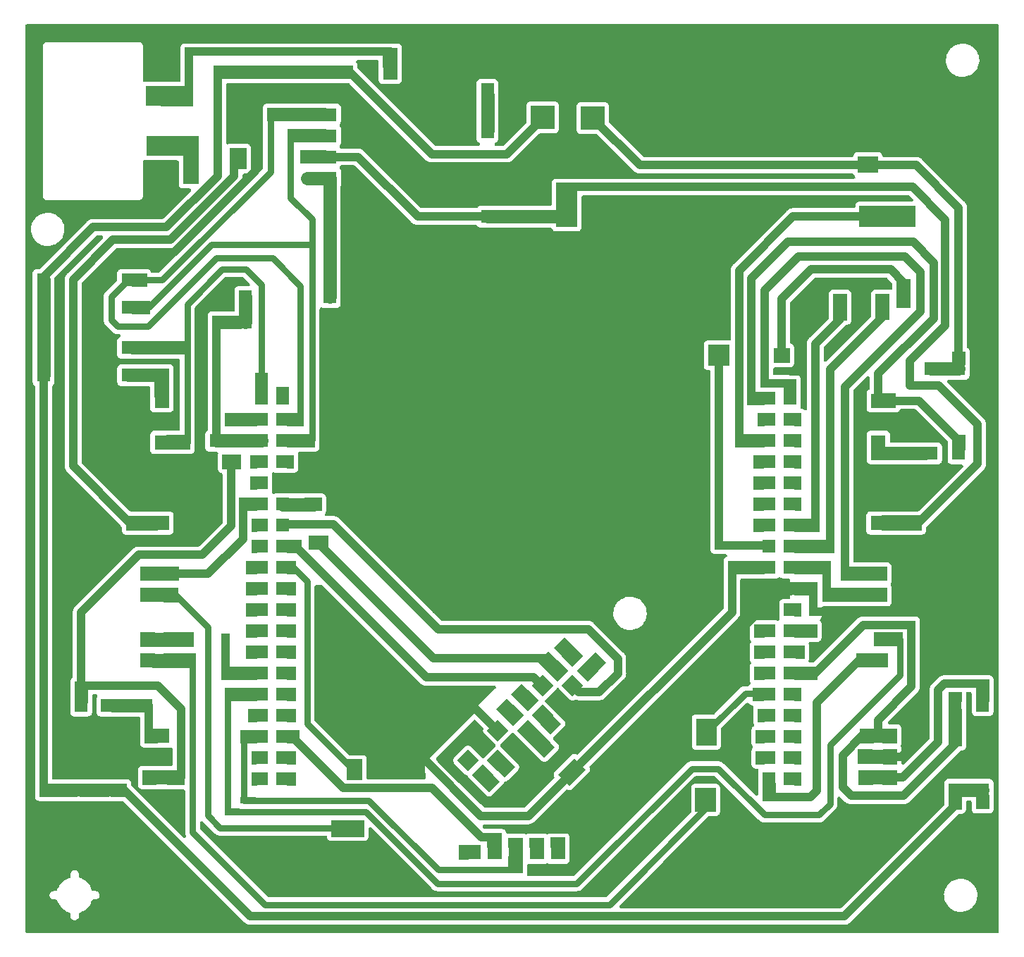
<source format=gbr>
%TF.GenerationSoftware,KiCad,Pcbnew,(6.0.10)*%
%TF.CreationDate,2023-11-30T08:57:51-03:00*%
%TF.ProjectId,ProyectoFinal_v3,50726f79-6563-4746-9f46-696e616c5f76,rev?*%
%TF.SameCoordinates,Original*%
%TF.FileFunction,Copper,L1,Top*%
%TF.FilePolarity,Positive*%
%FSLAX46Y46*%
G04 Gerber Fmt 4.6, Leading zero omitted, Abs format (unit mm)*
G04 Created by KiCad (PCBNEW (6.0.10)) date 2023-11-30 08:57:51*
%MOMM*%
%LPD*%
G01*
G04 APERTURE LIST*
G04 Aperture macros list*
%AMRotRect*
0 Rectangle, with rotation*
0 The origin of the aperture is its center*
0 $1 length*
0 $2 width*
0 $3 Rotation angle, in degrees counterclockwise*
0 Add horizontal line*
21,1,$1,$2,0,0,$3*%
G04 Aperture macros list end*
%TA.AperFunction,NonConductor*%
%ADD10C,0.000000*%
%TD*%
%TA.AperFunction,ComponentPad*%
%ADD11R,1.600000X1.600000*%
%TD*%
%TA.AperFunction,ComponentPad*%
%ADD12R,1.700000X1.700000*%
%TD*%
%TA.AperFunction,SMDPad,CuDef*%
%ADD13R,2.400000X2.400000*%
%TD*%
%TA.AperFunction,ComponentPad*%
%ADD14R,1.800000X1.800000*%
%TD*%
%TA.AperFunction,ComponentPad*%
%ADD15R,2.540000X2.540000*%
%TD*%
%TA.AperFunction,ComponentPad*%
%ADD16RotRect,1.800000X1.800000X315.000000*%
%TD*%
%TA.AperFunction,ViaPad*%
%ADD17C,1.400000*%
%TD*%
%TA.AperFunction,ViaPad*%
%ADD18C,0.800000*%
%TD*%
%TA.AperFunction,Conductor*%
%ADD19C,1.000000*%
%TD*%
%TA.AperFunction,Conductor*%
%ADD20C,0.800000*%
%TD*%
%TA.AperFunction,Conductor*%
%ADD21C,1.600000*%
%TD*%
%TA.AperFunction,Conductor*%
%ADD22C,1.800000*%
%TD*%
%TA.AperFunction,Conductor*%
%ADD23C,0.500000*%
%TD*%
%TA.AperFunction,Conductor*%
%ADD24C,0.250000*%
%TD*%
G04 APERTURE END LIST*
D10*
G36*
X232545046Y-190449594D02*
G01*
X231273675Y-191720965D01*
X229902710Y-190350000D01*
X231174081Y-189078629D01*
X232545046Y-190449594D01*
G37*
G36*
X204740700Y-176910000D02*
G01*
X202372710Y-176910000D01*
X202372710Y-175235721D01*
X204740700Y-175235721D01*
X204740700Y-176910000D01*
G37*
G36*
X213066989Y-119020000D02*
G01*
X211262710Y-119020000D01*
X211262710Y-116602010D01*
X213066989Y-116602010D01*
X213066989Y-119020000D01*
G37*
G36*
X189166989Y-133017990D02*
G01*
X187262710Y-133017990D01*
X187262710Y-127240000D01*
X189166989Y-127240000D01*
X189166989Y-133017990D01*
G37*
G36*
X194906989Y-131237990D02*
G01*
X192922710Y-131237990D01*
X192922710Y-128670000D01*
X194906989Y-128670000D01*
X194906989Y-131237990D01*
G37*
G36*
X204470700Y-130520000D02*
G01*
X201382710Y-130520000D01*
X201382710Y-128925721D01*
X204470700Y-128925721D01*
X204470700Y-130520000D01*
G37*
G36*
X231914849Y-126383995D02*
G01*
X229050570Y-126383995D01*
X229050570Y-123576005D01*
X231914849Y-123576005D01*
X231914849Y-126383995D01*
G37*
G36*
X237932710Y-126476795D02*
G01*
X235068431Y-126476795D01*
X235068431Y-123668805D01*
X237932710Y-123668805D01*
X237932710Y-126476795D01*
G37*
G36*
X184220700Y-174614279D02*
G01*
X180432710Y-174614279D01*
X180432710Y-172820000D01*
X184220700Y-172820000D01*
X184220700Y-174614279D01*
G37*
G36*
X275282710Y-186454279D02*
G01*
X272474720Y-186454279D01*
X272474720Y-185450000D01*
X275282710Y-185450000D01*
X275282710Y-186454279D01*
G37*
G36*
X257130700Y-179874279D02*
G01*
X252722710Y-179874279D01*
X252722710Y-178270000D01*
X257130700Y-178270000D01*
X257130700Y-179874279D01*
G37*
G36*
X253240700Y-176920000D02*
G01*
X251162710Y-176920000D01*
X251162710Y-175925721D01*
X253240700Y-175925721D01*
X253240700Y-176920000D01*
G37*
G36*
X260190700Y-154520000D02*
G01*
X258222710Y-154520000D01*
X258222710Y-152665721D01*
X260190700Y-152665721D01*
X260190700Y-154520000D01*
G37*
G36*
X252880700Y-154850000D02*
G01*
X250342710Y-154850000D01*
X250342710Y-152295721D01*
X252880700Y-152295721D01*
X252880700Y-154850000D01*
G37*
G36*
X257110700Y-195110000D02*
G01*
X255672710Y-195110000D01*
X255672710Y-193515721D01*
X257110700Y-193515721D01*
X257110700Y-195110000D01*
G37*
G36*
X251290700Y-208400000D02*
G01*
X248812710Y-208400000D01*
X248812710Y-205565721D01*
X251290700Y-205565721D01*
X251290700Y-208400000D01*
G37*
G36*
X251380700Y-200470000D02*
G01*
X248902710Y-200470000D01*
X248902710Y-197205721D01*
X251380700Y-197205721D01*
X251380700Y-200470000D01*
G37*
G36*
X208846989Y-204570000D02*
G01*
X206932710Y-204570000D01*
X206932710Y-202102010D01*
X208846989Y-202102010D01*
X208846989Y-204570000D01*
G37*
G36*
X235662710Y-203340000D02*
G01*
X233706339Y-205296371D01*
X232315374Y-203905406D01*
X234271745Y-201949035D01*
X235662710Y-203340000D01*
G37*
G36*
X231961417Y-200635965D02*
G01*
X230690046Y-201907336D01*
X228569081Y-199786371D01*
X229840452Y-198515000D01*
X231961417Y-200635965D01*
G37*
G36*
X189230700Y-117574279D02*
G01*
X187482710Y-117574279D01*
X187482710Y-116590000D01*
X189230700Y-116590000D01*
X189230700Y-117574279D01*
G37*
G36*
X194210700Y-167234279D02*
G01*
X191992710Y-167234279D01*
X191992710Y-165470000D01*
X194210700Y-165470000D01*
X194210700Y-167234279D01*
G37*
G36*
X187510700Y-205204279D02*
G01*
X185322710Y-205204279D01*
X185322710Y-203410000D01*
X187510700Y-203410000D01*
X187510700Y-205204279D01*
G37*
G36*
X195986989Y-207440000D02*
G01*
X194182710Y-207440000D01*
X194182710Y-206642010D01*
X195986989Y-206642010D01*
X195986989Y-207440000D01*
G37*
G36*
X194076989Y-208820000D02*
G01*
X192272710Y-208820000D01*
X192272710Y-208022010D01*
X194076989Y-208022010D01*
X194076989Y-208820000D01*
G37*
G36*
X228136989Y-215770000D02*
G01*
X226332710Y-215770000D01*
X226332710Y-213742010D01*
X228136989Y-213742010D01*
X228136989Y-215770000D01*
G37*
G36*
X209042710Y-211430000D02*
G01*
X205084720Y-211430000D01*
X205084720Y-209435721D01*
X209042710Y-209435721D01*
X209042710Y-211430000D01*
G37*
G36*
X192860700Y-188790000D02*
G01*
X191862710Y-188790000D01*
X191862710Y-187005721D01*
X192860700Y-187005721D01*
X192860700Y-188790000D01*
G37*
G36*
X204490700Y-127980000D02*
G01*
X199802710Y-127980000D01*
X199802710Y-126385721D01*
X204490700Y-126385721D01*
X204490700Y-127980000D01*
G37*
G36*
X204492710Y-125440000D02*
G01*
X197374720Y-125440000D01*
X197374720Y-123845721D01*
X204492710Y-123845721D01*
X204492710Y-125440000D01*
G37*
G36*
X234652710Y-136150000D02*
G01*
X232094720Y-136150000D01*
X232094720Y-132845721D01*
X234652710Y-132845721D01*
X234652710Y-136150000D01*
G37*
G36*
X188752710Y-129630000D02*
G01*
X184864720Y-129630000D01*
X184864720Y-127235721D01*
X188752710Y-127235721D01*
X188752710Y-129630000D01*
G37*
G36*
X188472710Y-123630000D02*
G01*
X184564720Y-123630000D01*
X184564720Y-121225721D01*
X188472710Y-121225721D01*
X188472710Y-123630000D01*
G37*
G36*
X207732710Y-120370000D02*
G01*
X190964720Y-120370000D01*
X190964720Y-118745721D01*
X207732710Y-118745721D01*
X207732710Y-120370000D01*
G37*
G36*
X268332710Y-131650000D02*
G01*
X270772710Y-131650000D01*
X270772710Y-129650000D01*
X268332710Y-129650000D01*
X268332710Y-131650000D01*
G37*
G36*
X273402710Y-138180000D02*
G01*
X268538431Y-138180000D01*
X268538431Y-135632010D01*
X273402710Y-135632010D01*
X273402710Y-138180000D01*
G37*
G36*
X274682710Y-146620000D02*
G01*
X272988431Y-146620000D01*
X272988431Y-144382010D01*
X274682710Y-144382010D01*
X274682710Y-146620000D01*
G37*
G36*
X267066989Y-149377990D02*
G01*
X265362710Y-149377990D01*
X265362710Y-147510000D01*
X267066989Y-147510000D01*
X267066989Y-149377990D01*
G37*
G36*
X272142710Y-149340000D02*
G01*
X270458431Y-149340000D01*
X270458431Y-147472010D01*
X272142710Y-147472010D01*
X272142710Y-149340000D01*
G37*
G36*
X272922710Y-159930000D02*
G01*
X271318431Y-159930000D01*
X271318431Y-158122010D01*
X272922710Y-158122010D01*
X272922710Y-159930000D01*
G37*
G36*
X281256989Y-164957990D02*
G01*
X279652710Y-164957990D01*
X279652710Y-163090000D01*
X281256989Y-163090000D01*
X281256989Y-164957990D01*
G37*
G36*
X281256989Y-154767990D02*
G01*
X279652710Y-154767990D01*
X279652710Y-153090000D01*
X281256989Y-153090000D01*
X281256989Y-154767990D01*
G37*
G36*
X276692710Y-166154279D02*
G01*
X269904720Y-166154279D01*
X269904720Y-164550000D01*
X276692710Y-164550000D01*
X276692710Y-166154279D01*
G37*
G36*
X276032710Y-174607990D02*
G01*
X271198431Y-174607990D01*
X271198431Y-172810000D01*
X276032710Y-172810000D01*
X276032710Y-174607990D01*
G37*
G36*
X263492710Y-184900000D02*
G01*
X262484720Y-184900000D01*
X262484720Y-182255721D01*
X263492710Y-182255721D01*
X263492710Y-184900000D01*
G37*
G36*
X270522710Y-180667990D02*
G01*
X266278431Y-180667990D01*
X266278431Y-178970000D01*
X270522710Y-178970000D01*
X270522710Y-180667990D01*
G37*
G36*
X270542710Y-183207990D02*
G01*
X264078431Y-183207990D01*
X264078431Y-181510000D01*
X270542710Y-181510000D01*
X270542710Y-183207990D01*
G37*
G36*
X273752710Y-188547990D02*
G01*
X271608431Y-188547990D01*
X271608431Y-186850000D01*
X273752710Y-186850000D01*
X273752710Y-188547990D01*
G37*
G36*
X270582710Y-191087990D02*
G01*
X268138431Y-191087990D01*
X268138431Y-189390000D01*
X270582710Y-189390000D01*
X270582710Y-191087990D01*
G37*
G36*
X284136989Y-208120000D02*
G01*
X282532710Y-208120000D01*
X282532710Y-206422010D01*
X284136989Y-206422010D01*
X284136989Y-208120000D01*
G37*
G36*
X280826989Y-208130000D02*
G01*
X279222710Y-208130000D01*
X279222710Y-206432010D01*
X280826989Y-206432010D01*
X280826989Y-208130000D01*
G37*
G36*
X280836989Y-200550000D02*
G01*
X279232710Y-200550000D01*
X279232710Y-196042010D01*
X280836989Y-196042010D01*
X280836989Y-200550000D01*
G37*
G36*
X221632710Y-214184279D02*
G01*
X220384720Y-214184279D01*
X220384720Y-212380000D01*
X221632710Y-212380000D01*
X221632710Y-214184279D01*
G37*
G36*
X225596989Y-212747990D02*
G01*
X223792710Y-212747990D01*
X223792710Y-210990000D01*
X225596989Y-210990000D01*
X225596989Y-212747990D01*
G37*
G36*
X228136989Y-212757990D02*
G01*
X226332710Y-212757990D01*
X226332710Y-211510000D01*
X228136989Y-211510000D01*
X228136989Y-212757990D01*
G37*
G36*
X230676989Y-212757990D02*
G01*
X228872710Y-212757990D01*
X228872710Y-211510000D01*
X230676989Y-211510000D01*
X230676989Y-212757990D01*
G37*
G36*
X233212710Y-212750000D02*
G01*
X231408431Y-212750000D01*
X231408431Y-211502010D01*
X233212710Y-211502010D01*
X233212710Y-212750000D01*
G37*
G36*
X196182710Y-169704279D02*
G01*
X195344720Y-169704279D01*
X195344720Y-168110000D01*
X196182710Y-168110000D01*
X196182710Y-169704279D01*
G37*
G36*
X196182710Y-167164279D02*
G01*
X195344720Y-167164279D01*
X195344720Y-165570000D01*
X196182710Y-165570000D01*
X196182710Y-167164279D01*
G37*
G36*
X200612710Y-167174279D02*
G01*
X199774720Y-167174279D01*
X199774720Y-165580000D01*
X200612710Y-165580000D01*
X200612710Y-167174279D01*
G37*
G36*
X200042710Y-158210000D02*
G01*
X198448431Y-158210000D01*
X198448431Y-157372010D01*
X200042710Y-157372010D01*
X200042710Y-158210000D01*
G37*
G36*
X265082710Y-179864279D02*
G01*
X260704720Y-179864279D01*
X260704720Y-178270000D01*
X265082710Y-178270000D01*
X265082710Y-179864279D01*
G37*
G36*
X265502710Y-177324279D02*
G01*
X260704720Y-177324279D01*
X260704720Y-175730000D01*
X265502710Y-175730000D01*
X265502710Y-177324279D01*
G37*
G36*
X263722710Y-174784279D02*
G01*
X260734720Y-174784279D01*
X260734720Y-173190000D01*
X263722710Y-173190000D01*
X263722710Y-174784279D01*
G37*
G36*
X261592710Y-172234279D02*
G01*
X260754720Y-172234279D01*
X260754720Y-170640000D01*
X261592710Y-170640000D01*
X261592710Y-172234279D01*
G37*
G36*
X261522710Y-169704279D02*
G01*
X260684720Y-169704279D01*
X260684720Y-168110000D01*
X261522710Y-168110000D01*
X261522710Y-169704279D01*
G37*
G36*
X261522710Y-167164279D02*
G01*
X260684720Y-167164279D01*
X260684720Y-165570000D01*
X261522710Y-165570000D01*
X261522710Y-167164279D01*
G37*
G36*
X261522710Y-164624279D02*
G01*
X260684720Y-164624279D01*
X260684720Y-163030000D01*
X261522710Y-163030000D01*
X261522710Y-164624279D01*
G37*
G36*
X261522710Y-162084279D02*
G01*
X260684720Y-162084279D01*
X260684720Y-160490000D01*
X261522710Y-160490000D01*
X261522710Y-162084279D01*
G37*
G36*
X257512710Y-157454279D02*
G01*
X256674720Y-157454279D01*
X256674720Y-155860000D01*
X257512710Y-155860000D01*
X257512710Y-157454279D01*
G37*
G36*
X261002710Y-158280000D02*
G01*
X259408431Y-158280000D01*
X259408431Y-156472010D01*
X261002710Y-156472010D01*
X261002710Y-158280000D01*
G37*
G36*
X257142710Y-159544279D02*
G01*
X255064720Y-159544279D01*
X255064720Y-157950000D01*
X257142710Y-157950000D01*
X257142710Y-159544279D01*
G37*
G36*
X257142710Y-162084279D02*
G01*
X256304720Y-162084279D01*
X256304720Y-160490000D01*
X257142710Y-160490000D01*
X257142710Y-162084279D01*
G37*
G36*
X257162710Y-164624279D02*
G01*
X253594720Y-164624279D01*
X253594720Y-163030000D01*
X257162710Y-163030000D01*
X257162710Y-164624279D01*
G37*
G36*
X257110700Y-174794279D02*
G01*
X255832710Y-174794279D01*
X255832710Y-173200000D01*
X257110700Y-173200000D01*
X257110700Y-174794279D01*
G37*
G36*
X257110700Y-172254279D02*
G01*
X255832710Y-172254279D01*
X255832710Y-170660000D01*
X257110700Y-170660000D01*
X257110700Y-172254279D01*
G37*
G36*
X257110700Y-169714279D02*
G01*
X255832710Y-169714279D01*
X255832710Y-168120000D01*
X257110700Y-168120000D01*
X257110700Y-169714279D01*
G37*
G36*
X257110700Y-167174279D02*
G01*
X255832710Y-167174279D01*
X255832710Y-165580000D01*
X257110700Y-165580000D01*
X257110700Y-167174279D01*
G37*
G36*
X257120700Y-192564279D02*
G01*
X255852710Y-192564279D01*
X255852710Y-190970000D01*
X257120700Y-190970000D01*
X257120700Y-192564279D01*
G37*
G36*
X257120700Y-190024279D02*
G01*
X255852710Y-190024279D01*
X255852710Y-188430000D01*
X257120700Y-188430000D01*
X257120700Y-190024279D01*
G37*
G36*
X257120700Y-187484279D02*
G01*
X255852710Y-187484279D01*
X255852710Y-185890000D01*
X257120700Y-185890000D01*
X257120700Y-187484279D01*
G37*
G36*
X261972710Y-190024279D02*
G01*
X260854720Y-190024279D01*
X260854720Y-188430000D01*
X261972710Y-188430000D01*
X261972710Y-190024279D01*
G37*
G36*
X261570700Y-205270000D02*
G01*
X260732710Y-205270000D01*
X260732710Y-203675721D01*
X261570700Y-203675721D01*
X261570700Y-205270000D01*
G37*
G36*
X261570700Y-202730000D02*
G01*
X260732710Y-202730000D01*
X260732710Y-201135721D01*
X261570700Y-201135721D01*
X261570700Y-202730000D01*
G37*
G36*
X261570700Y-200190000D02*
G01*
X260732710Y-200190000D01*
X260732710Y-198595721D01*
X261570700Y-198595721D01*
X261570700Y-200190000D01*
G37*
G36*
X261570700Y-197650000D02*
G01*
X260732710Y-197650000D01*
X260732710Y-196055721D01*
X261570700Y-196055721D01*
X261570700Y-197650000D01*
G37*
G36*
X261570700Y-195110000D02*
G01*
X260732710Y-195110000D01*
X260732710Y-193515721D01*
X261570700Y-193515721D01*
X261570700Y-195110000D01*
G37*
G36*
X257142710Y-200184279D02*
G01*
X256074720Y-200184279D01*
X256074720Y-198590000D01*
X257142710Y-198590000D01*
X257142710Y-200184279D01*
G37*
G36*
X257142710Y-197644279D02*
G01*
X256304720Y-197644279D01*
X256304720Y-196050000D01*
X257142710Y-196050000D01*
X257142710Y-197644279D01*
G37*
G36*
X257142710Y-202714279D02*
G01*
X256074720Y-202714279D01*
X256074720Y-201120000D01*
X257142710Y-201120000D01*
X257142710Y-202714279D01*
G37*
G36*
X196150700Y-202730000D02*
G01*
X195532710Y-202730000D01*
X195532710Y-201135721D01*
X196150700Y-201135721D01*
X196150700Y-202730000D01*
G37*
G36*
X196190700Y-205270000D02*
G01*
X195522710Y-205270000D01*
X195522710Y-203675721D01*
X196190700Y-203675721D01*
X196190700Y-205270000D01*
G37*
G36*
X196180700Y-197650000D02*
G01*
X195112710Y-197650000D01*
X195112710Y-196055721D01*
X196180700Y-196055721D01*
X196180700Y-197650000D01*
G37*
G36*
X196180700Y-190030000D02*
G01*
X194872710Y-190030000D01*
X194872710Y-188435721D01*
X196180700Y-188435721D01*
X196180700Y-190030000D01*
G37*
G36*
X196180700Y-187490000D02*
G01*
X194872710Y-187490000D01*
X194872710Y-185895721D01*
X196180700Y-185895721D01*
X196180700Y-187490000D01*
G37*
G36*
X196180700Y-184950000D02*
G01*
X194872710Y-184950000D01*
X194872710Y-183355721D01*
X196180700Y-183355721D01*
X196180700Y-184950000D01*
G37*
G36*
X196180700Y-182410000D02*
G01*
X194872710Y-182410000D01*
X194872710Y-180815721D01*
X196180700Y-180815721D01*
X196180700Y-182410000D01*
G37*
G36*
X196180700Y-179870000D02*
G01*
X194872710Y-179870000D01*
X194872710Y-178275721D01*
X196180700Y-178275721D01*
X196180700Y-179870000D01*
G37*
G36*
X196200700Y-177330000D02*
G01*
X195532710Y-177330000D01*
X195532710Y-175735721D01*
X196200700Y-175735721D01*
X196200700Y-177330000D01*
G37*
G36*
X196160700Y-174790000D02*
G01*
X195542710Y-174790000D01*
X195542710Y-173195721D01*
X196160700Y-173195721D01*
X196160700Y-174790000D01*
G37*
G36*
X200820700Y-205270000D02*
G01*
X199752710Y-205270000D01*
X199752710Y-203675721D01*
X200820700Y-203675721D01*
X200820700Y-205270000D01*
G37*
G36*
X200820700Y-202730000D02*
G01*
X199752710Y-202730000D01*
X199752710Y-201135721D01*
X200820700Y-201135721D01*
X200820700Y-202730000D01*
G37*
G36*
X200820700Y-197650000D02*
G01*
X199752710Y-197650000D01*
X199752710Y-196055721D01*
X200820700Y-196055721D01*
X200820700Y-197650000D01*
G37*
G36*
X200820700Y-195110000D02*
G01*
X199752710Y-195110000D01*
X199752710Y-193515721D01*
X200820700Y-193515721D01*
X200820700Y-195110000D01*
G37*
G36*
X200820700Y-192570000D02*
G01*
X199752710Y-192570000D01*
X199752710Y-190975721D01*
X200820700Y-190975721D01*
X200820700Y-192570000D01*
G37*
G36*
X200820700Y-190030000D02*
G01*
X199752710Y-190030000D01*
X199752710Y-188435721D01*
X200820700Y-188435721D01*
X200820700Y-190030000D01*
G37*
G36*
X200820700Y-187490000D02*
G01*
X199752710Y-187490000D01*
X199752710Y-185895721D01*
X200820700Y-185895721D01*
X200820700Y-187490000D01*
G37*
G36*
X200820700Y-184950000D02*
G01*
X199752710Y-184950000D01*
X199752710Y-183355721D01*
X200820700Y-183355721D01*
X200820700Y-184950000D01*
G37*
G36*
X200820700Y-182410000D02*
G01*
X199752710Y-182410000D01*
X199752710Y-180815721D01*
X200820700Y-180815721D01*
X200820700Y-182410000D01*
G37*
G36*
X201260700Y-200184279D02*
G01*
X199752710Y-200184279D01*
X199752710Y-198590000D01*
X201260700Y-198590000D01*
X201260700Y-200184279D01*
G37*
G36*
X200840700Y-179864279D02*
G01*
X199772710Y-179864279D01*
X199772710Y-178270000D01*
X200840700Y-178270000D01*
X200840700Y-179864279D01*
G37*
G36*
X201550700Y-177314279D02*
G01*
X199752710Y-177314279D01*
X199752710Y-175720000D01*
X201550700Y-175720000D01*
X201550700Y-177314279D01*
G37*
G36*
X197496989Y-158257990D02*
G01*
X195902710Y-158257990D01*
X195902710Y-155700000D01*
X197496989Y-155700000D01*
X197496989Y-158257990D01*
G37*
G36*
X196200700Y-162084279D02*
G01*
X192332710Y-162084279D01*
X192332710Y-160490000D01*
X196200700Y-160490000D01*
X196200700Y-162084279D01*
G37*
G36*
X201760700Y-162084279D02*
G01*
X199762710Y-162084279D01*
X199762710Y-160490000D01*
X201760700Y-160490000D01*
X201760700Y-162084279D01*
G37*
G36*
X203170700Y-164624279D02*
G01*
X199732710Y-164624279D01*
X199732710Y-163030000D01*
X203170700Y-163030000D01*
X203170700Y-164624279D01*
G37*
G36*
X203950700Y-172274279D02*
G01*
X201882710Y-172274279D01*
X201882710Y-170680000D01*
X203950700Y-170680000D01*
X203950700Y-172274279D01*
G37*
G36*
X196200700Y-200184279D02*
G01*
X194172710Y-200184279D01*
X194172710Y-198590000D01*
X196200700Y-198590000D01*
X196200700Y-200184279D01*
G37*
G36*
X196200700Y-195104279D02*
G01*
X192272710Y-195104279D01*
X192272710Y-193510000D01*
X196200700Y-193510000D01*
X196200700Y-195104279D01*
G37*
G36*
X196190700Y-192564279D02*
G01*
X191862710Y-192564279D01*
X191862710Y-190970000D01*
X196190700Y-190970000D01*
X196190700Y-192564279D01*
G37*
G36*
X183926989Y-180685980D02*
G01*
X182132710Y-180685980D01*
X182132710Y-178987990D01*
X183926989Y-178987990D01*
X183926989Y-180685980D01*
G37*
G36*
X183906989Y-183227990D02*
G01*
X182112710Y-183227990D01*
X182112710Y-181520000D01*
X183906989Y-181520000D01*
X183906989Y-183227990D01*
G37*
G36*
X196212710Y-172250000D02*
G01*
X193974720Y-172250000D01*
X193974720Y-170655721D01*
X196212710Y-170655721D01*
X196212710Y-172250000D01*
G37*
G36*
X194342710Y-150400000D02*
G01*
X190754720Y-150400000D01*
X190754720Y-148805721D01*
X194342710Y-148805721D01*
X194342710Y-150400000D01*
G37*
G36*
X188180700Y-164924279D02*
G01*
X185252710Y-164924279D01*
X185252710Y-163130000D01*
X188180700Y-163130000D01*
X188180700Y-164924279D01*
G37*
G36*
X183362710Y-148624279D02*
G01*
X181124720Y-148624279D01*
X181124720Y-147030000D01*
X183362710Y-147030000D01*
X183362710Y-148624279D01*
G37*
G36*
X182952710Y-145324279D02*
G01*
X181114720Y-145324279D01*
X181114720Y-143730000D01*
X182952710Y-143730000D01*
X182952710Y-145324279D01*
G37*
G36*
X185636989Y-158617990D02*
G01*
X183842710Y-158617990D01*
X183842710Y-155160000D01*
X185636989Y-155160000D01*
X185636989Y-158617990D01*
G37*
G36*
X187752710Y-153450000D02*
G01*
X181078431Y-153450000D01*
X181078431Y-151852010D01*
X187752710Y-151852010D01*
X187752710Y-153450000D01*
G37*
G36*
X186736989Y-183230000D02*
G01*
X184942710Y-183230000D01*
X184942710Y-181522010D01*
X186736989Y-181522010D01*
X186736989Y-183230000D01*
G37*
G36*
X186756989Y-180687990D02*
G01*
X184962710Y-180687990D01*
X184962710Y-178990000D01*
X186756989Y-178990000D01*
X186756989Y-180687990D01*
G37*
G36*
X183906989Y-191100000D02*
G01*
X182112710Y-191100000D01*
X182112710Y-189402010D01*
X183906989Y-189402010D01*
X183906989Y-191100000D01*
G37*
G36*
X183926989Y-188567990D02*
G01*
X182132710Y-188567990D01*
X182132710Y-186860000D01*
X183926989Y-186860000D01*
X183926989Y-188567990D01*
G37*
G36*
X188826989Y-191107990D02*
G01*
X184952710Y-191107990D01*
X184952710Y-189400000D01*
X188826989Y-189400000D01*
X188826989Y-191107990D01*
G37*
G36*
X188546989Y-188567990D02*
G01*
X184972710Y-188567990D01*
X184972710Y-186860000D01*
X188546989Y-186860000D01*
X188546989Y-188567990D01*
G37*
G36*
X175842710Y-195350000D02*
G01*
X174238431Y-195350000D01*
X174238431Y-192792010D01*
X175842710Y-192792010D01*
X175842710Y-195350000D01*
G37*
G36*
X183612710Y-196444279D02*
G01*
X178654720Y-196444279D01*
X178654720Y-194850000D01*
X183612710Y-194850000D01*
X183612710Y-196444279D01*
G37*
G36*
X184262710Y-200194279D02*
G01*
X182624720Y-200194279D01*
X182624720Y-198400000D01*
X184262710Y-198400000D01*
X184262710Y-200194279D01*
G37*
G36*
X184122710Y-205194279D02*
G01*
X182374720Y-205194279D01*
X182374720Y-203400000D01*
X184122710Y-203400000D01*
X184122710Y-205194279D01*
G37*
G36*
X174592710Y-206610000D02*
G01*
X170004720Y-206610000D01*
X170004720Y-205005721D01*
X174592710Y-205005721D01*
X174592710Y-206610000D01*
G37*
G36*
X180552710Y-206610000D02*
G01*
X178624720Y-206610000D01*
X178624720Y-205005721D01*
X180552710Y-205005721D01*
X180552710Y-206610000D01*
G37*
G36*
X280826989Y-195190000D02*
G01*
X279222710Y-195190000D01*
X279222710Y-193982010D01*
X280826989Y-193982010D01*
X280826989Y-195190000D01*
G37*
G36*
X284136989Y-195200000D02*
G01*
X282532710Y-195200000D01*
X282532710Y-192522010D01*
X284136989Y-192522010D01*
X284136989Y-195200000D01*
G37*
G36*
X270152710Y-205204279D02*
G01*
X268404720Y-205204279D01*
X268404720Y-203400000D01*
X270152710Y-203400000D01*
X270152710Y-205204279D01*
G37*
G36*
X270102710Y-202694279D02*
G01*
X268354720Y-202694279D01*
X268354720Y-200890000D01*
X270102710Y-200890000D01*
X270102710Y-202694279D01*
G37*
G36*
X270292710Y-200194279D02*
G01*
X268544720Y-200194279D01*
X268544720Y-198390000D01*
X270292710Y-198390000D01*
X270292710Y-200194279D01*
G37*
G36*
X273062710Y-200194279D02*
G01*
X271314720Y-200194279D01*
X271314720Y-198390000D01*
X273062710Y-198390000D01*
X273062710Y-200194279D01*
G37*
G36*
X273102710Y-202704279D02*
G01*
X271354720Y-202704279D01*
X271354720Y-200900000D01*
X273102710Y-200900000D01*
X273102710Y-202704279D01*
G37*
G36*
X273052710Y-205200000D02*
G01*
X271304720Y-205200000D01*
X271304720Y-203395721D01*
X273052710Y-203395721D01*
X273052710Y-205200000D01*
G37*
G36*
X258466989Y-207170000D02*
G01*
X256862710Y-207170000D01*
X256862710Y-204922010D01*
X258466989Y-204922010D01*
X258466989Y-207170000D01*
G37*
G36*
X263472710Y-192570000D02*
G01*
X260714720Y-192570000D01*
X260714720Y-190965721D01*
X263472710Y-190965721D01*
X263472710Y-192570000D01*
G37*
G36*
X263482710Y-187490000D02*
G01*
X260704720Y-187490000D01*
X260704720Y-185885721D01*
X263482710Y-185885721D01*
X263482710Y-187490000D01*
G37*
G36*
X261584081Y-184950000D02*
G01*
X260716091Y-184950000D01*
X260716091Y-183345721D01*
X261584081Y-183345721D01*
X261584081Y-184950000D01*
G37*
G36*
X263494081Y-182410000D02*
G01*
X260686091Y-182410000D01*
X260686091Y-180805721D01*
X263494081Y-180805721D01*
X263494081Y-182410000D01*
G37*
G36*
X238113675Y-190499035D02*
G01*
X236922710Y-191690000D01*
X235651339Y-190418629D01*
X236842304Y-189227664D01*
X238113675Y-190499035D01*
G37*
G36*
X234325046Y-188639594D02*
G01*
X233053675Y-189910965D01*
X231862710Y-188720000D01*
X233134081Y-187448629D01*
X234325046Y-188639594D01*
G37*
G36*
X232715046Y-197809594D02*
G01*
X231443675Y-199080965D01*
X230252710Y-197890000D01*
X231524081Y-196618629D01*
X232715046Y-197809594D01*
G37*
G36*
X227168675Y-203025965D02*
G01*
X225897304Y-204297336D01*
X224811339Y-203211371D01*
X226082710Y-201940000D01*
X227168675Y-203025965D01*
G37*
G36*
X225325046Y-204789594D02*
G01*
X224053675Y-206060965D01*
X222862710Y-204870000D01*
X224134081Y-203598629D01*
X225325046Y-204789594D01*
G37*
G36*
X228875046Y-193969594D02*
G01*
X227603675Y-195240965D01*
X226682710Y-194320000D01*
X227954081Y-193048629D01*
X228875046Y-193969594D01*
G37*
G36*
X227071417Y-195755965D02*
G01*
X225800046Y-197027336D01*
X224854081Y-196081371D01*
X226125452Y-194810000D01*
X227071417Y-195755965D01*
G37*
D11*
%TO.P,D1,1,K*%
%TO.N,GND*%
X223844710Y-119120000D03*
%TO.P,D1,2,A*%
%TO.N,Net-(D1-Pad2)*%
X223844710Y-121660000D03*
%TD*%
%TO.P,C1,1*%
%TO.N,Vbat*%
X191256900Y-163830000D03*
%TO.P,C1,2*%
%TO.N,GND*%
X191256900Y-168830000D03*
%TD*%
D12*
%TO.P,J16,1,Pin_1*%
%TO.N,+3V3*%
X273836900Y-147041000D03*
%TO.P,J16,2,Pin_2*%
%TO.N,SWCLK*%
X271296900Y-147041000D03*
%TO.P,J16,3,Pin_3*%
%TO.N,GND*%
X268756900Y-147041000D03*
%TO.P,J16,4,Pin_4*%
%TO.N,SWDIO*%
X266216900Y-147041000D03*
%TD*%
%TO.P,J10,1,Pin_1*%
%TO.N,MOTOR4_PWMN*%
X271102710Y-187701000D03*
%TO.P,J10,2,Pin_2*%
%TO.N,MOTOR4_PWM*%
X271102710Y-190241000D03*
%TD*%
D11*
%TO.P,U3,1,PC10*%
%TO.N,MOTOR1_PWMN*%
X260202710Y-158750000D03*
%TO.P,U3,2,PC11*%
%TO.N,MOTOR1_ENCODER*%
X257662710Y-158750000D03*
%TO.P,U3,3,PC12*%
%TO.N,unconnected-(U3-Pad3)*%
X260202710Y-161290000D03*
%TO.P,U3,4,PD2*%
%TO.N,unconnected-(U3-Pad4)*%
X257662710Y-161290000D03*
%TO.P,U3,5,VDD*%
%TO.N,unconnected-(U3-Pad5)*%
X260202710Y-163830000D03*
%TO.P,U3,6,E5V*%
%TO.N,+5V*%
X257662710Y-163830000D03*
%TO.P,U3,7,BOOT0*%
%TO.N,unconnected-(U3-Pad7)*%
X260202710Y-166370000D03*
%TO.P,U3,8,GND*%
%TO.N,unconnected-(U3-Pad8)*%
X257662710Y-166370000D03*
%TO.P,U3,9,NC*%
%TO.N,unconnected-(U3-Pad9)*%
X260202710Y-168910000D03*
%TO.P,U3,10,NC*%
%TO.N,unconnected-(U3-Pad10)*%
X257662710Y-168910000D03*
%TO.P,U3,11,NC*%
%TO.N,unconnected-(U3-Pad11)*%
X260202710Y-171450000D03*
%TO.P,U3,12,IOREF*%
%TO.N,unconnected-(U3-Pad12)*%
X257662710Y-171450000D03*
%TO.P,U3,13,PA13*%
%TO.N,SWDIO*%
X260202710Y-173990000D03*
%TO.P,U3,14,RESET*%
%TO.N,unconnected-(U3-Pad14)*%
X257662710Y-173990000D03*
%TO.P,U3,15,PA14*%
%TO.N,SWCLK*%
X260202710Y-176530000D03*
%TO.P,U3,16,+3V3*%
%TO.N,+3V3*%
X257662710Y-176530000D03*
%TO.P,U3,17,PA15*%
%TO.N,MOTOR1_PWM*%
X260202710Y-179070000D03*
%TO.P,U3,18,+5V*%
%TO.N,+5V*%
X257662710Y-179070000D03*
%TO.P,U3,19,GND*%
%TO.N,GND*%
X260202710Y-181610000D03*
%TO.P,U3,20,GND*%
X257662710Y-181610000D03*
%TO.P,U3,21,PB7*%
%TO.N,unconnected-(U3-Pad21)*%
X260202710Y-184150000D03*
%TO.P,U3,22,GND*%
%TO.N,GND*%
X257662710Y-184150000D03*
%TO.P,U3,23,PC13*%
%TO.N,unconnected-(U3-Pad23)*%
X260202710Y-186690000D03*
%TO.P,U3,24,VIN*%
%TO.N,unconnected-(U3-Pad24)*%
X257662710Y-186690000D03*
%TO.P,U3,25,PC14*%
%TO.N,unconnected-(U3-Pad25)*%
X260202710Y-189230000D03*
%TO.P,U3,26,NC*%
%TO.N,unconnected-(U3-Pad26)*%
X257662710Y-189230000D03*
%TO.P,U3,27,PC15*%
%TO.N,MOTOR4_ENCODER*%
X260202710Y-191770000D03*
%TO.P,U3,28,PA0*%
%TO.N,unconnected-(U3-Pad28)*%
X257662710Y-191770000D03*
%TO.P,U3,29,PF0*%
%TO.N,unconnected-(U3-Pad29)*%
X260202710Y-194310000D03*
%TO.P,U3,30,PA1*%
%TO.N,MOTOR3_PWMN*%
X257662710Y-194310000D03*
%TO.P,U3,31,PF1*%
%TO.N,unconnected-(U3-Pad31)*%
X260202710Y-196850000D03*
%TO.P,U3,32,PA4*%
%TO.N,unconnected-(U3-Pad32)*%
X257662710Y-196850000D03*
%TO.P,U3,33,VBAT*%
%TO.N,unconnected-(U3-Pad33)*%
X260202710Y-199390000D03*
%TO.P,U3,34,PB0*%
%TO.N,unconnected-(U3-Pad34)*%
X257662710Y-199390000D03*
%TO.P,U3,35,PC2*%
%TO.N,unconnected-(U3-Pad35)*%
X260202710Y-201930000D03*
%TO.P,U3,36,PC1*%
%TO.N,unconnected-(U3-Pad36)*%
X257662710Y-201930000D03*
%TO.P,U3,37,PC3*%
%TO.N,unconnected-(U3-Pad37)*%
X260202710Y-204470000D03*
%TO.P,U3,38,PC0*%
%TO.N,MOTOR4_PWM*%
X257662710Y-204470000D03*
%TO.P,U3,39,PC9*%
%TO.N,unconnected-(U3-Pad39)*%
X199242710Y-158750000D03*
%TO.P,U3,40,PC8*%
%TO.N,MOTOR2_ENCODER*%
X196702710Y-158750000D03*
%TO.P,U3,41,PB8*%
%TO.N,I2C_SCL*%
X199242710Y-161290000D03*
%TO.P,U3,42,PC6*%
%TO.N,MOTOR3_ENCODER*%
X196702710Y-161290000D03*
%TO.P,U3,43,PB9*%
%TO.N,I2C_SDA*%
X199242710Y-163830000D03*
%TO.P,U3,44,PC5*%
%TO.N,Vbat*%
X196702710Y-163830000D03*
%TO.P,U3,45,AVDD*%
%TO.N,unconnected-(U3-Pad45)*%
X199242710Y-166370000D03*
%TO.P,U3,46,U5V*%
%TO.N,unconnected-(U3-Pad46)*%
X196702710Y-166370000D03*
%TO.P,U3,47,GND*%
%TO.N,GND*%
X199242710Y-168910000D03*
%TO.P,U3,48,NC*%
%TO.N,unconnected-(U3-Pad48)*%
X196702710Y-168910000D03*
%TO.P,U3,49,PA5*%
%TO.N,SPI_SCLK*%
X199242710Y-171450000D03*
%TO.P,U3,50,PA12*%
%TO.N,MOTOR2_PWM*%
X196702710Y-171450000D03*
%TO.P,U3,51,PA6*%
%TO.N,SPI_MISO*%
X199242710Y-173990000D03*
%TO.P,U3,52,PA11*%
%TO.N,unconnected-(U3-Pad52)*%
X196702710Y-173990000D03*
%TO.P,U3,53,PA7*%
%TO.N,SPI_MOSI*%
X199242710Y-176530000D03*
%TO.P,U3,54,PB12*%
%TO.N,unconnected-(U3-Pad54)*%
X196702710Y-176530000D03*
%TO.P,U3,55,PB6*%
%TO.N,MOTOR2_PWMN*%
X199242710Y-179070000D03*
%TO.P,U3,56,PB11*%
%TO.N,unconnected-(U3-Pad56)*%
X196702710Y-179070000D03*
%TO.P,U3,57,PC7*%
%TO.N,unconnected-(U3-Pad57)*%
X199242710Y-181610000D03*
%TO.P,U3,58,GND*%
%TO.N,unconnected-(U3-Pad58)*%
X196702710Y-181610000D03*
%TO.P,U3,59,PA9*%
%TO.N,unconnected-(U3-Pad59)*%
X199242710Y-184150000D03*
%TO.P,U3,60,PB2*%
%TO.N,unconnected-(U3-Pad60)*%
X196702710Y-184150000D03*
%TO.P,U3,61,PA8*%
%TO.N,unconnected-(U3-Pad61)*%
X199242710Y-186690000D03*
%TO.P,U3,62,PB1*%
%TO.N,unconnected-(U3-Pad62)*%
X196702710Y-186690000D03*
%TO.P,U3,63,PB10*%
%TO.N,unconnected-(U3-Pad63)*%
X199242710Y-189230000D03*
%TO.P,U3,64,PB15*%
%TO.N,unconnected-(U3-Pad64)*%
X196702710Y-189230000D03*
%TO.P,U3,65,PB4*%
%TO.N,unconnected-(U3-Pad65)*%
X199242710Y-191770000D03*
%TO.P,U3,66,PB14*%
%TO.N,MOTOR3_PWM*%
X196702710Y-191770000D03*
%TO.P,U3,67,PB5*%
%TO.N,unconnected-(U3-Pad67)*%
X199242710Y-194310000D03*
%TO.P,U3,68,PB13*%
%TO.N,MOTOR4_PWMN*%
X196702710Y-194310000D03*
%TO.P,U3,69,PB3*%
%TO.N,unconnected-(U3-Pad69)*%
X199242710Y-196850000D03*
%TO.P,U3,70,AGND*%
%TO.N,unconnected-(U3-Pad70)*%
X196702710Y-196850000D03*
%TO.P,U3,71,PA10*%
%TO.N,UART_RX*%
X199242710Y-199390000D03*
%TO.P,U3,72,PC4*%
%TO.N,UART_TX*%
X196702710Y-199390000D03*
%TO.P,U3,73,PA2*%
%TO.N,unconnected-(U3-Pad73)*%
X199242710Y-201930000D03*
%TO.P,U3,74,NC*%
%TO.N,unconnected-(U3-Pad74)*%
X196702710Y-201930000D03*
%TO.P,U3,75,PA3*%
%TO.N,unconnected-(U3-Pad75)*%
X199242710Y-204470000D03*
%TO.P,U3,76,NC*%
%TO.N,unconnected-(U3-Pad76)*%
X196702710Y-204470000D03*
%TD*%
%TO.P,R11,1*%
%TO.N,Vbat*%
X194765700Y-149606000D03*
%TO.P,R11,2*%
%TO.N,GND*%
X204925700Y-149606000D03*
%TD*%
%TO.P,R12,1*%
%TO.N,+5V*%
X170518710Y-144526000D03*
%TO.P,R12,2*%
%TO.N,I2C_SCL*%
X180678710Y-144526000D03*
%TD*%
D12*
%TO.P,J9,1,Pin_1*%
%TO.N,MOTOR3_PWMN*%
X184442710Y-190256000D03*
%TO.P,J9,2,Pin_2*%
%TO.N,MOTOR3_PWM*%
X184442710Y-187716000D03*
%TD*%
D13*
%TO.P,SW1,1,A*%
%TO.N,Net-(J12-Pad1)*%
X183978710Y-122433800D03*
%TO.P,SW1,2,B*%
%TO.N,Net-(R10-Pad1)*%
X184064710Y-128433800D03*
%TD*%
D14*
%TO.P,J4,1,Pin_1*%
%TO.N,+12V*%
X184742710Y-173716000D03*
%TO.P,J4,2,Pin_2*%
%TO.N,GND*%
X184742710Y-171216000D03*
%TD*%
%TO.P,J6,1,Pin_1*%
%TO.N,MOTOR4_ENCODER*%
X270802710Y-199300000D03*
%TO.P,J6,2,Pin_2*%
%TO.N,GND*%
X270802710Y-201800000D03*
%TO.P,J6,3,Pin_3*%
%TO.N,Net-(J6-Pad3)*%
X270802710Y-204300000D03*
%TD*%
D12*
%TO.P,J8,1,Pin_1*%
%TO.N,MOTOR2_PWMN*%
X184442710Y-182377000D03*
%TO.P,J8,2,Pin_2*%
%TO.N,MOTOR2_PWM*%
X184442710Y-179837000D03*
%TD*%
D11*
%TO.P,R5,1*%
%TO.N,+5V*%
X170512710Y-152654000D03*
%TO.P,R5,2*%
%TO.N,MOTOR2_ENCODER*%
X180672710Y-152654000D03*
%TD*%
%TO.P,R7,1*%
%TO.N,+5V*%
X170518710Y-155956000D03*
%TO.P,R7,2*%
%TO.N,Net-(J5-Pad3)*%
X180678710Y-155956000D03*
%TD*%
%TO.P,R3,1*%
%TO.N,+5V*%
X277148900Y-155194000D03*
%TO.P,R3,2*%
%TO.N,Net-(J2-Pad3)*%
X277148900Y-165354000D03*
%TD*%
%TO.P,R4,1*%
%TO.N,+5V*%
X178190500Y-205807000D03*
%TO.P,R4,2*%
%TO.N,Net-(J3-Pad3)*%
X178190500Y-195647000D03*
%TD*%
%TO.P,R8,1*%
%TO.N,+5V*%
X283333805Y-205767905D03*
%TO.P,R8,2*%
%TO.N,Net-(J6-Pad3)*%
X283333805Y-195607905D03*
%TD*%
%TO.P,R1,1*%
%TO.N,+5V*%
X280450900Y-155194000D03*
%TO.P,R1,2*%
%TO.N,MOTOR1_ENCODER*%
X280450900Y-165354000D03*
%TD*%
%TO.P,R10,1*%
%TO.N,Net-(R10-Pad1)*%
X204925700Y-146558000D03*
%TO.P,R10,2*%
%TO.N,Vbat*%
X194765700Y-146558000D03*
%TD*%
D14*
%TO.P,J3,1,Pin_1*%
%TO.N,MOTOR3_ENCODER*%
X184742710Y-204300000D03*
%TO.P,J3,2,Pin_2*%
%TO.N,GND*%
X184742710Y-201800000D03*
%TO.P,J3,3,Pin_3*%
%TO.N,Net-(J3-Pad3)*%
X184742710Y-199300000D03*
%TD*%
D11*
%TO.P,R13,1*%
%TO.N,+5V*%
X170518710Y-147828000D03*
%TO.P,R13,2*%
%TO.N,I2C_SDA*%
X180678710Y-147828000D03*
%TD*%
D14*
%TO.P,J1,1,Pin_1*%
%TO.N,GND*%
X270756710Y-171211000D03*
%TO.P,J1,2,Pin_2*%
%TO.N,+12V*%
X270756710Y-173711000D03*
%TD*%
%TO.P,J12,1,Pin_1*%
%TO.N,Net-(J12-Pad1)*%
X212162710Y-119560000D03*
%TO.P,J12,2,Pin_2*%
%TO.N,GND*%
X214662710Y-119560000D03*
%TD*%
D11*
%TO.P,U1,1,Vcc*%
%TO.N,+5V*%
X204935710Y-119560000D03*
%TO.P,U1,2,GND*%
%TO.N,GND*%
X204935710Y-122100000D03*
%TO.P,U1,3,SCL*%
%TO.N,I2C_SCL*%
X204935710Y-124640000D03*
%TO.P,U1,4,SDA*%
%TO.N,I2C_SDA*%
X204935710Y-127180000D03*
%TO.P,U1,5,Vin-*%
%TO.N,+12V*%
X204935710Y-129720000D03*
%TO.P,U1,6,Vin+*%
%TO.N,Net-(R10-Pad1)*%
X204935710Y-132260000D03*
%TD*%
D14*
%TO.P,J5,1,Pin_1*%
%TO.N,MOTOR2_ENCODER*%
X184742710Y-164024000D03*
%TO.P,J5,2,Pin_2*%
%TO.N,GND*%
X184742710Y-161524000D03*
%TO.P,J5,3,Pin_3*%
%TO.N,Net-(J5-Pad3)*%
X184742710Y-159024000D03*
%TD*%
D11*
%TO.P,R9,1*%
%TO.N,+12V*%
X223844710Y-136900000D03*
%TO.P,R9,2*%
%TO.N,Net-(D1-Pad2)*%
X223844710Y-126740000D03*
%TD*%
D14*
%TO.P,J15,1,Pin_1*%
%TO.N,GND*%
X234855805Y-213278000D03*
%TO.P,J15,2,Pin_2*%
%TO.N,unconnected-(J15-Pad2)*%
X232315805Y-213278000D03*
%TO.P,J15,3,Pin_3*%
%TO.N,unconnected-(J15-Pad3)*%
X229775805Y-213278000D03*
%TO.P,J15,4,Pin_4*%
%TO.N,UART_TX*%
X227235805Y-213278000D03*
%TO.P,J15,5,Pin_5*%
%TO.N,UART_RX*%
X224695805Y-213278000D03*
%TO.P,J15,6,Pin_6*%
%TO.N,unconnected-(J15-Pad6)*%
X222155805Y-213278000D03*
%TD*%
D11*
%TO.P,R2,1*%
%TO.N,+5V*%
X175040900Y-205807000D03*
%TO.P,R2,2*%
%TO.N,MOTOR3_ENCODER*%
X175040900Y-195647000D03*
%TD*%
D12*
%TO.P,J7,1,Pin_1*%
%TO.N,MOTOR1_PWMN*%
X271056710Y-179822000D03*
%TO.P,J7,2,Pin_2*%
%TO.N,MOTOR1_PWM*%
X271056710Y-182362000D03*
%TD*%
D15*
%TO.P,U2,1,IN+*%
%TO.N,+12V*%
X233369710Y-136900000D03*
%TO.P,U2,2,IN-*%
%TO.N,GND*%
X233369710Y-119120000D03*
%TO.P,U2,3,OUT+*%
%TO.N,+5V*%
X274009710Y-136900000D03*
%TO.P,U2,4,OUT-*%
%TO.N,GND*%
X274009710Y-119120000D03*
%TD*%
D11*
%TO.P,R6,1*%
%TO.N,+5V*%
X280031805Y-205767905D03*
%TO.P,R6,2*%
%TO.N,MOTOR4_ENCODER*%
X280031805Y-195607905D03*
%TD*%
D14*
%TO.P,J2,1,Pin_1*%
%TO.N,MOTOR1_ENCODER*%
X270802710Y-159019000D03*
%TO.P,J2,2,Pin_2*%
%TO.N,GND*%
X270802710Y-161519000D03*
%TO.P,J2,3,Pin_3*%
%TO.N,Net-(J2-Pad3)*%
X270802710Y-164019000D03*
%TD*%
D16*
%TO.P,J14,1,Pin_1*%
%TO.N,unconnected-(J14-Pad1)*%
X234079622Y-189665795D03*
%TO.P,J14,2,Pin_2*%
%TO.N,unconnected-(J14-Pad2)*%
X235875673Y-191461847D03*
%TO.P,J14,3,Pin_3*%
%TO.N,SPI_SCLK*%
X232283570Y-191461847D03*
%TO.P,J14,4,Pin_4*%
%TO.N,SPI_MISO*%
X234079622Y-193257898D03*
%TO.P,J14,5,Pin_5*%
%TO.N,SPI_MOSI*%
X230487519Y-193257898D03*
%TO.P,J14,6,Pin_6*%
%TO.N,GND*%
X232283570Y-195053949D03*
%TO.P,J14,7,Pin_7*%
%TO.N,unconnected-(J14-Pad7)*%
X228691468Y-195053949D03*
%TO.P,J14,8,Pin_8*%
%TO.N,unconnected-(J14-Pad8)*%
X230487519Y-196850000D03*
%TO.P,J14,9,Pin_9*%
%TO.N,unconnected-(J14-Pad9)*%
X226895417Y-196850000D03*
%TO.P,J14,10,Pin_10*%
%TO.N,+5V*%
X228691468Y-198646051D03*
%TO.P,J14,11,Pin_11*%
X225099366Y-198646051D03*
%TO.P,J14,12,Pin_12*%
%TO.N,GND*%
X226895417Y-200442103D03*
%TO.P,J14,13,Pin_13*%
X223303314Y-200442103D03*
%TO.P,J14,14,Pin_14*%
%TO.N,unconnected-(J14-Pad14)*%
X225099366Y-202238154D03*
%TO.P,J14,15,Pin_15*%
%TO.N,unconnected-(J14-Pad15)*%
X221507263Y-202238154D03*
%TO.P,J14,16,Pin_16*%
%TO.N,unconnected-(J14-Pad16)*%
X223303314Y-204034205D03*
%TD*%
D17*
%TO.N,MOTOR3_ENCODER*%
X193126705Y-166352139D03*
X193126705Y-161320000D03*
D18*
%TO.N,MOTOR3_PWM*%
X192362710Y-187710000D03*
X187802710Y-187670000D03*
D17*
%TO.N,GND*%
X237412710Y-203500000D03*
X249102710Y-155610000D03*
X234322710Y-200360000D03*
X261192710Y-155270000D03*
%TO.N,+12V*%
X202194710Y-129720000D03*
X194090900Y-129720000D03*
%TO.N,MOTOR2_PWMN*%
X207856710Y-203708000D03*
X207856710Y-210384000D03*
%TO.N,MOTOR3_PWMN*%
X250042710Y-198700000D03*
X250072710Y-206410000D03*
%TO.N,+5V*%
X234012710Y-203630000D03*
X269522710Y-136900000D03*
X230482710Y-124980000D03*
X269592710Y-130730000D03*
X230562710Y-200500000D03*
X236500571Y-125072800D03*
%TO.N,SPI_SCLK*%
X203062710Y-176100000D03*
X202980900Y-171450000D03*
%TO.N,Net-(R10-Pad1)*%
X188262710Y-132286000D03*
X202194710Y-132260000D03*
%TO.N,+3V3*%
X251662710Y-153590000D03*
X259152710Y-153670000D03*
%TD*%
D19*
%TO.N,MOTOR3_ENCODER*%
X193074900Y-166370000D02*
X193072710Y-166367810D01*
X193062710Y-161340000D02*
X193082710Y-161320000D01*
%TO.N,SPI_SCLK*%
X203442710Y-176100000D02*
X217342710Y-190000000D01*
X217342710Y-190000000D02*
X230821723Y-190000000D01*
X230821723Y-190000000D02*
X232283570Y-191461847D01*
X203062710Y-176100000D02*
X203442710Y-176100000D01*
%TO.N,+12V*%
X193422710Y-130388190D02*
X194090900Y-129720000D01*
X185768812Y-139700000D02*
X193422710Y-132046102D01*
X193422710Y-132046102D02*
X193422710Y-130388190D01*
X174074710Y-144473898D02*
X178848608Y-139700000D01*
X178848608Y-139700000D02*
X185768812Y-139700000D01*
X180908710Y-173716000D02*
X174074710Y-166882000D01*
X174074710Y-166882000D02*
X174074710Y-144473898D01*
X184742710Y-173716000D02*
X180908710Y-173716000D01*
%TO.N,Net-(J12-Pad1)*%
X187982710Y-117094000D02*
X187982710Y-122433800D01*
X212162710Y-117094000D02*
X187982710Y-117094000D01*
X212162710Y-119560000D02*
X212162710Y-117094000D01*
X187982710Y-122433800D02*
X183978710Y-122433800D01*
%TO.N,+5V*%
X170518710Y-144145000D02*
X170518710Y-144526000D01*
X176487710Y-138176000D02*
X170518710Y-144145000D01*
X185312914Y-138176000D02*
X176487710Y-138176000D01*
X191462710Y-132026204D02*
X185312914Y-138176000D01*
X191462710Y-119560000D02*
X191462710Y-132026204D01*
X226171910Y-129390800D02*
X217183510Y-129390800D01*
X217183510Y-129390800D02*
X207352710Y-119560000D01*
X207352710Y-119560000D02*
X191462710Y-119560000D01*
X230482710Y-125080000D02*
X226171910Y-129390800D01*
X230482710Y-124980000D02*
X230482710Y-125080000D01*
%TO.N,GND*%
X268756900Y-145838919D02*
X268756900Y-147041000D01*
X267787981Y-144870000D02*
X268756900Y-145838919D01*
X264154710Y-144870000D02*
X267787981Y-144870000D01*
X261362710Y-147662000D02*
X264154710Y-144870000D01*
X261192710Y-155270000D02*
X261362710Y-155100000D01*
X261362710Y-155100000D02*
X261362710Y-147662000D01*
D20*
%TO.N,I2C_SCL*%
X178642710Y-146562000D02*
X180678710Y-144526000D01*
X178642710Y-149348000D02*
X178642710Y-146562000D01*
X183038710Y-150114000D02*
X179408710Y-150114000D01*
X179408710Y-150114000D02*
X178642710Y-149348000D01*
X191242710Y-141910000D02*
X183038710Y-150114000D01*
X201362710Y-161130000D02*
X201362710Y-145224944D01*
X201362710Y-145224944D02*
X198047766Y-141910000D01*
X199304900Y-161190000D02*
X201302710Y-161190000D01*
X198047766Y-141910000D02*
X191242710Y-141910000D01*
X201302710Y-161190000D02*
X201362710Y-161130000D01*
%TO.N,MOTOR2_ENCODER*%
X191986710Y-143226000D02*
X187790710Y-147422000D01*
X196702710Y-145090000D02*
X194838710Y-143226000D01*
X187790710Y-147422000D02*
X187790710Y-152682000D01*
X196702710Y-158750000D02*
X196702710Y-145090000D01*
X194838710Y-143226000D02*
X191986710Y-143226000D01*
D19*
%TO.N,MOTOR3_ENCODER*%
X193082710Y-161320000D02*
X196672710Y-161320000D01*
X196672710Y-161320000D02*
X196702710Y-161290000D01*
%TO.N,+5V*%
X170518710Y-205807000D02*
X170518710Y-155956000D01*
X175040900Y-205807000D02*
X170518710Y-205807000D01*
D20*
%TO.N,MOTOR4_PWMN*%
X273388710Y-187701000D02*
X271102710Y-187701000D01*
X273388710Y-192024000D02*
X273388710Y-187701000D01*
X265006710Y-200406000D02*
X273388710Y-192024000D01*
X265006710Y-207456000D02*
X265006710Y-200406000D01*
X263674710Y-208788000D02*
X265006710Y-207456000D01*
X257120710Y-208788000D02*
X263674710Y-208788000D01*
X248402710Y-203230000D02*
X251562710Y-203230000D01*
X234589710Y-217043000D02*
X248402710Y-203230000D01*
X209262710Y-208420000D02*
X217885710Y-217043000D01*
X192722710Y-208420000D02*
X209262710Y-208420000D01*
X251562710Y-203230000D02*
X257120710Y-208788000D01*
X192672710Y-194210000D02*
X192672710Y-208370000D01*
X196564900Y-194210000D02*
X192672710Y-194210000D01*
X192672710Y-208370000D02*
X192722710Y-208420000D01*
X196664900Y-194310000D02*
X196564900Y-194210000D01*
X217885710Y-217043000D02*
X234589710Y-217043000D01*
D19*
%TO.N,MOTOR4_PWM*%
X268501710Y-190241000D02*
X271102710Y-190241000D01*
X263452710Y-195290000D02*
X268501710Y-190241000D01*
X262632710Y-206680000D02*
X263452710Y-205860000D01*
X257662900Y-206680000D02*
X262632710Y-206680000D01*
X257662900Y-204470000D02*
X257662900Y-206680000D01*
X263452710Y-205860000D02*
X263452710Y-195290000D01*
D20*
%TO.N,MOTOR3_PWMN*%
X250502710Y-198540000D02*
X254832710Y-194210000D01*
X254832710Y-194210000D02*
X257724900Y-194210000D01*
X250502710Y-198700000D02*
X250502710Y-198540000D01*
X197122710Y-219560000D02*
X188428710Y-210866000D01*
X188428710Y-190256000D02*
X184442710Y-190256000D01*
X238532710Y-219560000D02*
X197122710Y-219560000D01*
X250072710Y-208020000D02*
X238532710Y-219560000D01*
X250072710Y-206410000D02*
X250072710Y-208020000D01*
X188428710Y-210866000D02*
X188428710Y-190256000D01*
X250532710Y-206410000D02*
X250072710Y-206410000D01*
%TO.N,MOTOR2_PWMN*%
X202162710Y-180710000D02*
X200422710Y-178970000D01*
X202162710Y-197800000D02*
X202162710Y-180710000D01*
X207856710Y-203494000D02*
X202162710Y-197800000D01*
X200422710Y-178970000D02*
X199304900Y-178970000D01*
X207856710Y-203708000D02*
X207856710Y-203494000D01*
D19*
%TO.N,UART_RX*%
X224550710Y-211478000D02*
X224695805Y-211623095D01*
X224695805Y-211623095D02*
X224695805Y-213278000D01*
X206492710Y-205510000D02*
X217172710Y-205510000D01*
X217172710Y-205510000D02*
X223140710Y-211478000D01*
X200272710Y-199290000D02*
X206492710Y-205510000D01*
X199304900Y-199290000D02*
X200272710Y-199290000D01*
X223140710Y-211478000D02*
X224550710Y-211478000D01*
D20*
%TO.N,UART_TX*%
X217931766Y-215392000D02*
X227235805Y-215392000D01*
X227235805Y-215392000D02*
X227235805Y-213278000D01*
X194578710Y-207040000D02*
X209579766Y-207040000D01*
X209579766Y-207040000D02*
X217931766Y-215392000D01*
X194578710Y-199290000D02*
X194578710Y-207040000D01*
X196764900Y-199290000D02*
X194578710Y-199290000D01*
D19*
%TO.N,MOTOR4_ENCODER*%
X274782710Y-193370000D02*
X270759710Y-197393000D01*
X274782710Y-185951000D02*
X274782710Y-193370000D01*
X263122710Y-191810000D02*
X268981710Y-185951000D01*
X268981710Y-185951000D02*
X274782710Y-185951000D01*
X262032710Y-191810000D02*
X263122710Y-191810000D01*
X270759710Y-197393000D02*
X270759710Y-199343000D01*
X260202900Y-191770000D02*
X261992710Y-191770000D01*
X261992710Y-191770000D02*
X262032710Y-191810000D01*
%TO.N,+5V*%
X257724900Y-179008000D02*
X257724900Y-178970000D01*
X253222710Y-179070000D02*
X257662900Y-179070000D01*
X257662900Y-179070000D02*
X257724900Y-179008000D01*
X253222710Y-184420000D02*
X253222710Y-179070000D01*
X234012710Y-203630000D02*
X253222710Y-184420000D01*
%TO.N,+3V3*%
X251662710Y-153590000D02*
X251662710Y-176430000D01*
X251662710Y-176430000D02*
X257724900Y-176430000D01*
%TO.N,MOTOR1_PWMN*%
X260202900Y-157150190D02*
X260202900Y-158750000D01*
X260012710Y-156960000D02*
X260202900Y-157150190D01*
X257172710Y-156960000D02*
X260012710Y-156960000D01*
X261196710Y-141732000D02*
X257172710Y-145756000D01*
X274004710Y-141732000D02*
X261196710Y-141732000D01*
X266784710Y-157378000D02*
X275862710Y-148300000D01*
X275862710Y-148300000D02*
X275862710Y-143590000D01*
X275862710Y-143590000D02*
X274004710Y-141732000D01*
X266784710Y-179822000D02*
X266784710Y-157378000D01*
X271056710Y-179822000D02*
X266784710Y-179822000D01*
X257172710Y-145756000D02*
X257172710Y-156960000D01*
%TO.N,+3V3*%
X273836900Y-144814190D02*
X273836900Y-147041000D01*
X272278710Y-143256000D02*
X273836900Y-144814190D01*
X259162710Y-146814000D02*
X262720710Y-143256000D01*
X259162710Y-153660000D02*
X259162710Y-146814000D01*
X262720710Y-143256000D02*
X272278710Y-143256000D01*
X259152710Y-153670000D02*
X259162710Y-153660000D01*
%TO.N,MOTOR1_ENCODER*%
X277452710Y-149110000D02*
X270802710Y-155760000D01*
X274976710Y-139954000D02*
X277452710Y-142430000D01*
X259926710Y-139954000D02*
X274976710Y-139954000D01*
X270802710Y-155760000D02*
X270802710Y-159019000D01*
X255562710Y-158650000D02*
X255562710Y-144318000D01*
X255562710Y-144318000D02*
X259926710Y-139954000D01*
X277452710Y-142430000D02*
X277452710Y-149110000D01*
X257724900Y-158650000D02*
X255562710Y-158650000D01*
%TO.N,+5V*%
X254082710Y-163830000D02*
X257662710Y-163830000D01*
X254082710Y-143380000D02*
X254082710Y-163830000D01*
X260562710Y-136900000D02*
X254082710Y-143380000D01*
X274009710Y-136900000D02*
X260562710Y-136900000D01*
%TO.N,GND*%
X242712710Y-191900000D02*
X242712710Y-191950000D01*
X249102710Y-185510000D02*
X242712710Y-191900000D01*
X249102710Y-155610000D02*
X249102710Y-185510000D01*
X249169442Y-155543268D02*
X249102710Y-155610000D01*
X230012710Y-204470000D02*
X229862710Y-204470000D01*
X231062710Y-203420000D02*
X230012710Y-204470000D01*
X231062710Y-203420000D02*
X231112710Y-203420000D01*
X234122710Y-200360000D02*
X231062710Y-203420000D01*
X234322710Y-200360000D02*
X234122710Y-200360000D01*
X223251710Y-207100000D02*
X218303210Y-202151500D01*
X227232710Y-207100000D02*
X223251710Y-207100000D01*
X229862710Y-204470000D02*
X227232710Y-207100000D01*
X229862710Y-203409396D02*
X229862710Y-204470000D01*
X218303210Y-202151500D02*
X220554710Y-199900000D01*
X226895417Y-200442103D02*
X229862710Y-203409396D01*
X220554710Y-199900000D02*
X222761211Y-199900000D01*
X222761211Y-199900000D02*
X223303314Y-200442103D01*
X234872710Y-197650000D02*
X235562710Y-198340000D01*
X235562710Y-198340000D02*
X235562710Y-199100000D01*
X232283570Y-195053949D02*
X234872710Y-197643089D01*
X234872710Y-197643089D02*
X234872710Y-197650000D01*
X235562710Y-199100000D02*
X242712710Y-191950000D01*
X242712710Y-191950000D02*
X242712710Y-190850000D01*
X235562710Y-199120000D02*
X235562710Y-199100000D01*
X234322710Y-200360000D02*
X235562710Y-199120000D01*
%TO.N,+5V*%
X216170261Y-201998449D02*
X222311013Y-195857698D01*
X228752710Y-208900000D02*
X223071812Y-208900000D01*
X222311013Y-195857698D02*
X225099366Y-198646051D01*
X234012710Y-203640000D02*
X228752710Y-208900000D01*
X234012710Y-203630000D02*
X234012710Y-203640000D01*
X223071812Y-208900000D02*
X216170261Y-201998449D01*
%TO.N,GND*%
X234855805Y-206056905D02*
X234855805Y-213278000D01*
X256762710Y-184150000D02*
X234855805Y-206056905D01*
X257662900Y-184150000D02*
X256762710Y-184150000D01*
D20*
%TO.N,MOTOR2_ENCODER*%
X196664900Y-158750000D02*
X196702710Y-158750000D01*
%TO.N,I2C_SDA*%
X190684244Y-140300000D02*
X202572710Y-140300000D01*
X183156244Y-147828000D02*
X190684244Y-140300000D01*
X202572710Y-140300000D02*
X202732710Y-140460000D01*
X180678710Y-147828000D02*
X183156244Y-147828000D01*
%TO.N,I2C_SCL*%
X184761188Y-144526000D02*
X180678710Y-144526000D01*
X197762710Y-124640000D02*
X197762710Y-131524478D01*
X204935710Y-124640000D02*
X197762710Y-124640000D01*
X197762710Y-131524478D02*
X184761188Y-144526000D01*
D19*
%TO.N,GND*%
X179662710Y-141224000D02*
X175728710Y-145158000D01*
X186224710Y-141224000D02*
X179662710Y-141224000D01*
X205750710Y-122100000D02*
X195962710Y-122100000D01*
X215095710Y-131445000D02*
X205750710Y-122100000D01*
X195962710Y-131486000D02*
X186224710Y-141224000D01*
X233362710Y-119745800D02*
X233362710Y-126640000D01*
X195962710Y-122100000D02*
X195962710Y-131486000D01*
X233369710Y-119738800D02*
X233362710Y-119745800D01*
X233362710Y-126640000D02*
X228557710Y-131445000D01*
X228557710Y-131445000D02*
X215095710Y-131445000D01*
X175728710Y-145158000D02*
X175728710Y-161414000D01*
D20*
%TO.N,I2C_SDA*%
X202776710Y-163730000D02*
X199304900Y-163730000D01*
X200202710Y-127246000D02*
X200202710Y-134630000D01*
X200202710Y-134630000D02*
X202776710Y-137204000D01*
X200268710Y-127180000D02*
X200202710Y-127246000D01*
X204925700Y-127180000D02*
X200268710Y-127180000D01*
X202776710Y-137204000D02*
X202776710Y-163730000D01*
D19*
%TO.N,MOTOR3_ENCODER*%
X193074900Y-174039810D02*
X193074900Y-166370000D01*
X181948710Y-177546000D02*
X189568710Y-177546000D01*
X189568710Y-177546000D02*
X193074900Y-174039810D01*
X175040900Y-193343810D02*
X175040900Y-184453810D01*
X175040900Y-184453810D02*
X181948710Y-177546000D01*
X175090710Y-193294000D02*
X175040900Y-193343810D01*
X184234710Y-193294000D02*
X175090710Y-193294000D01*
X184742710Y-204300000D02*
X187028710Y-204300000D01*
X187028710Y-204300000D02*
X187028710Y-196088000D01*
X187028710Y-196088000D02*
X184234710Y-193294000D01*
D20*
%TO.N,MOTOR2_PWMN*%
X186359710Y-182377000D02*
X184442710Y-182377000D01*
X190232710Y-208870000D02*
X190232710Y-186250000D01*
X207832710Y-210360000D02*
X191722710Y-210360000D01*
X191722710Y-210360000D02*
X190232710Y-208870000D01*
X190232710Y-186250000D02*
X186359710Y-182377000D01*
X207856710Y-210384000D02*
X207832710Y-210360000D01*
D19*
%TO.N,MOTOR3_PWM*%
X184488710Y-187670000D02*
X184442710Y-187716000D01*
X187802710Y-187670000D02*
X184488710Y-187670000D01*
X192362710Y-191760000D02*
X192362710Y-187710000D01*
X192412710Y-191810000D02*
X192362710Y-191760000D01*
X192452710Y-191770000D02*
X192412710Y-191810000D01*
X196702710Y-191770000D02*
X192452710Y-191770000D01*
%TO.N,Net-(J3-Pad3)*%
X183122710Y-199250000D02*
X183172710Y-199300000D01*
X183172710Y-199300000D02*
X184742710Y-199300000D01*
X183122710Y-195647000D02*
X183122710Y-199250000D01*
X178190500Y-195647000D02*
X183122710Y-195647000D01*
%TO.N,+12V*%
X233369710Y-133350000D02*
X233369710Y-136900000D01*
X274912710Y-133350000D02*
X233369710Y-133350000D01*
X278852710Y-137290000D02*
X274912710Y-133350000D01*
X278852710Y-150010000D02*
X278852710Y-137290000D01*
X278052710Y-157160000D02*
X274608900Y-157160000D01*
X274608900Y-157160000D02*
X274608900Y-154253810D01*
X282736900Y-161844190D02*
X278052710Y-157160000D01*
X274608900Y-154253810D02*
X278852710Y-150010000D01*
X282736900Y-166624000D02*
X282736900Y-161844190D01*
X270761710Y-173716000D02*
X275644900Y-173716000D01*
X275644900Y-173716000D02*
X282736900Y-166624000D01*
X270756710Y-173711000D02*
X270761710Y-173716000D01*
%TO.N,Net-(R10-Pad1)*%
X188248520Y-128433800D02*
X184776900Y-128433800D01*
X188262710Y-128447990D02*
X188248520Y-128433800D01*
X188262710Y-132286000D02*
X188262710Y-128447990D01*
%TO.N,+5V*%
X280472710Y-135862000D02*
X280472710Y-155172190D01*
X275340710Y-130730000D02*
X280472710Y-135862000D01*
X242172710Y-130730000D02*
X275340710Y-130730000D01*
X236515510Y-125072800D02*
X242172710Y-130730000D01*
X280472710Y-155172190D02*
X280450900Y-155194000D01*
X236425510Y-125072800D02*
X236515510Y-125072800D01*
%TO.N,SWDIO*%
X263228710Y-152184000D02*
X266216900Y-149195810D01*
X263228710Y-173928000D02*
X263228710Y-152184000D01*
X260264900Y-173928000D02*
X263228710Y-173928000D01*
X266216900Y-149195810D02*
X266216900Y-147041000D01*
X260264900Y-173890000D02*
X260264900Y-173928000D01*
%TO.N,SWCLK*%
X265006710Y-155266000D02*
X271296900Y-148975810D01*
X265006710Y-176430000D02*
X265006710Y-155266000D01*
X260264900Y-176430000D02*
X265006710Y-176430000D01*
X271296900Y-148975810D02*
X271296900Y-147041000D01*
%TO.N,MOTOR1_ENCODER*%
X275691710Y-159019000D02*
X270802710Y-159019000D01*
X280450900Y-163778190D02*
X275691710Y-159019000D01*
X280450900Y-165354000D02*
X280450900Y-163778190D01*
%TO.N,Net-(J2-Pad3)*%
X270802710Y-165354000D02*
X277148900Y-165354000D01*
X270802710Y-164019000D02*
X270802710Y-165354000D01*
%TO.N,MOTOR1_PWM*%
X264592710Y-182362000D02*
X264592710Y-179070000D01*
X264592710Y-179070000D02*
X260202900Y-179070000D01*
X271056710Y-182362000D02*
X264592710Y-182362000D01*
%TO.N,GND*%
X262992710Y-181610000D02*
X260202900Y-181610000D01*
X262992710Y-184278000D02*
X262992710Y-181610000D01*
X263118710Y-184404000D02*
X262992710Y-184278000D01*
X276436710Y-184404000D02*
X263118710Y-184404000D01*
%TO.N,+5V*%
X195372710Y-220980000D02*
X180199710Y-205807000D01*
X180199710Y-205807000D02*
X178190500Y-205807000D01*
X280031805Y-207690905D02*
X266742710Y-220980000D01*
X266742710Y-220980000D02*
X195372710Y-220980000D01*
X280031805Y-205767905D02*
X280031805Y-207690905D01*
%TO.N,Net-(J6-Pad3)*%
X278732710Y-193020000D02*
X277962710Y-193790000D01*
X282732710Y-193020000D02*
X278732710Y-193020000D01*
X283333805Y-193621095D02*
X282732710Y-193020000D01*
X277962710Y-193790000D02*
X277962710Y-200070000D01*
X283333805Y-195607905D02*
X283333805Y-193621095D01*
X277962710Y-200070000D02*
X273732710Y-204300000D01*
X273732710Y-204300000D02*
X270802710Y-204300000D01*
%TO.N,MOTOR4_ENCODER*%
X273810710Y-206502000D02*
X280031805Y-200280905D01*
X280031805Y-200280905D02*
X280031805Y-195607905D01*
X266530710Y-205486000D02*
X267546710Y-206502000D01*
X267546710Y-206502000D02*
X273810710Y-206502000D01*
X270802710Y-199300000D02*
X268852710Y-199300000D01*
X268852710Y-199300000D02*
X266530710Y-201622000D01*
X266530710Y-201622000D02*
X266530710Y-205486000D01*
%TO.N,MOTOR2_PWM*%
X194474900Y-171500000D02*
X196614900Y-171500000D01*
X190265710Y-179837000D02*
X194474900Y-175627810D01*
X184442710Y-179837000D02*
X190265710Y-179837000D01*
X194474900Y-175627810D02*
X194474900Y-171500000D01*
%TO.N,SPI_MOSI*%
X200672710Y-176430000D02*
X199304900Y-176430000D01*
X216504077Y-192261367D02*
X200672710Y-176430000D01*
X230420608Y-193257898D02*
X229424077Y-192261367D01*
X230487519Y-193257898D02*
X230420608Y-193257898D01*
X229424077Y-192261367D02*
X216504077Y-192261367D01*
D21*
%TO.N,SPI_SCLK*%
X199252710Y-171460000D02*
X199242710Y-171450000D01*
X202970900Y-171460000D02*
X199252710Y-171460000D01*
X202980900Y-171450000D02*
X202970900Y-171460000D01*
D19*
%TO.N,Vbat*%
X191256900Y-149855810D02*
X191256900Y-163830000D01*
X191506710Y-149606000D02*
X191256900Y-149855810D01*
X194765700Y-149606000D02*
X191506710Y-149606000D01*
D20*
%TO.N,MOTOR2_ENCODER*%
X187790710Y-164024000D02*
X184742710Y-164024000D01*
X187790710Y-152682000D02*
X187790710Y-164024000D01*
D21*
%TO.N,Net-(J5-Pad3)*%
X184742710Y-155956000D02*
X180678710Y-155956000D01*
X184742710Y-159024000D02*
X184742710Y-155956000D01*
D20*
%TO.N,MOTOR2_ENCODER*%
X187762710Y-152654000D02*
X180672710Y-152654000D01*
X187790710Y-152682000D02*
X187762710Y-152654000D01*
D19*
%TO.N,GND*%
X273559710Y-201843000D02*
X276436710Y-198966000D01*
X270681710Y-201843000D02*
X273559710Y-201843000D01*
X276436710Y-198966000D02*
X276436710Y-184404000D01*
%TO.N,SPI_MISO*%
X237292710Y-194000000D02*
X234821724Y-194000000D01*
X239512710Y-190030000D02*
X239512710Y-191780000D01*
X234821724Y-194000000D02*
X234079622Y-193257898D01*
X235952710Y-186470000D02*
X239512710Y-190030000D01*
X217932710Y-186470000D02*
X235952710Y-186470000D01*
X239512710Y-191780000D02*
X237292710Y-194000000D01*
X205352710Y-173890000D02*
X217932710Y-186470000D01*
X199304900Y-173890000D02*
X205352710Y-173890000D01*
D22*
%TO.N,+5V*%
X230545417Y-200500000D02*
X230562710Y-200500000D01*
X228708761Y-198646051D02*
X228708761Y-198663344D01*
X228708761Y-198663344D02*
X230545417Y-200500000D01*
D19*
%TO.N,Vbat*%
X196764900Y-163730000D02*
X196664900Y-163830000D01*
D21*
X196664900Y-163830000D02*
X191256900Y-163830000D01*
X194765700Y-146558000D02*
X194765700Y-149606000D01*
%TO.N,GND*%
X260202900Y-181610000D02*
X257662900Y-181610000D01*
D19*
X284310710Y-168656000D02*
X284310710Y-129448000D01*
X188870900Y-171091810D02*
X191132710Y-168830000D01*
X175728710Y-162182000D02*
X175728710Y-161414000D01*
X284310710Y-129448000D02*
X274009710Y-119147000D01*
X172754900Y-183564810D02*
X172754900Y-197358000D01*
X220198710Y-184300000D02*
X236162710Y-184300000D01*
X204808710Y-168910000D02*
X204925700Y-169026990D01*
X273390910Y-119120000D02*
X233988510Y-119120000D01*
X268816710Y-162444190D02*
X268816710Y-171450000D01*
X199342900Y-168810000D02*
X199242900Y-168910000D01*
X276436710Y-176530000D02*
X284310710Y-168656000D01*
X180551710Y-175768000D02*
X172754900Y-183564810D01*
X270340710Y-176784000D02*
X276436710Y-176784000D01*
D21*
X257662900Y-184150000D02*
X257662900Y-181610000D01*
D19*
X268816710Y-175260000D02*
X270340710Y-176784000D01*
X188870900Y-171216000D02*
X188870900Y-171091810D01*
X276436710Y-184404000D02*
X276436710Y-176784000D01*
X184762710Y-171216000D02*
X175728710Y-162182000D01*
X270756710Y-171211000D02*
X269055710Y-171211000D01*
X269736900Y-161524000D02*
X268816710Y-162444190D01*
X188870900Y-171216000D02*
X184762710Y-171216000D01*
X204925700Y-166282800D02*
X204925700Y-167237010D01*
X191132710Y-168830000D02*
X191256900Y-168830000D01*
X188870900Y-171216000D02*
X188862710Y-171224190D01*
X269055710Y-171211000D02*
X268816710Y-171450000D01*
X274009710Y-119147000D02*
X274009710Y-119120000D01*
X177196900Y-201800000D02*
X184742710Y-201800000D01*
X214662710Y-119560000D02*
X214662710Y-119200000D01*
X268816710Y-171450000D02*
X268816710Y-175260000D01*
X188629900Y-175768000D02*
X180551710Y-175768000D01*
X188862710Y-171224190D02*
X188862710Y-175535190D01*
X273501710Y-119230800D02*
X273390910Y-119120000D01*
X199242900Y-168910000D02*
X204808710Y-168910000D01*
X204925700Y-149606000D02*
X204925700Y-166282800D01*
X233369710Y-119738800D02*
X232835910Y-119205000D01*
X215017710Y-119205000D02*
X214662710Y-119560000D01*
X188862710Y-175535190D02*
X188629900Y-175768000D01*
X175838710Y-161524000D02*
X175728710Y-161414000D01*
X204925700Y-166282800D02*
X204925700Y-169026990D01*
X204925700Y-149606000D02*
X205012900Y-149693200D01*
X172754900Y-197358000D02*
X177196900Y-201800000D01*
X236162710Y-184300000D02*
X242712710Y-190850000D01*
X204925700Y-169026990D02*
X220198710Y-184300000D01*
X276436710Y-176784000D02*
X276436710Y-176530000D01*
X184742710Y-161524000D02*
X175838710Y-161524000D01*
X233988510Y-119120000D02*
X233369710Y-119738800D01*
X232835910Y-119205000D02*
X215017710Y-119205000D01*
D21*
%TO.N,Net-(D1-Pad2)*%
X223844710Y-122278800D02*
X223844710Y-126503800D01*
D19*
%TO.N,+12V*%
X208290710Y-129720000D02*
X215470710Y-136900000D01*
D21*
X233369710Y-136900000D02*
X223844710Y-136900000D01*
D19*
X202194710Y-129720000D02*
X208290710Y-129720000D01*
X215470710Y-136900000D02*
X223844710Y-136900000D01*
%TO.N,MOTOR3_ENCODER*%
X175040900Y-195647000D02*
X175040900Y-193343810D01*
D23*
%TO.N,MOTOR1_PWM*%
X260264900Y-178970000D02*
X260294900Y-179000000D01*
D19*
%TO.N,+5V*%
X170512710Y-155950000D02*
X170518710Y-155956000D01*
D21*
X178190500Y-205807000D02*
X175040900Y-205807000D01*
X280031805Y-205767905D02*
X283333805Y-205767905D01*
X277148900Y-155194000D02*
X280450900Y-155194000D01*
X170512710Y-144532000D02*
X170512710Y-155950000D01*
D19*
X283428805Y-205700905D02*
X283361805Y-205767905D01*
D21*
X170518710Y-144526000D02*
X170512710Y-144532000D01*
D19*
X282965805Y-205700905D02*
X283032805Y-205767905D01*
D21*
%TO.N,Net-(R10-Pad1)*%
X202194710Y-132260000D02*
X204925700Y-132260000D01*
X204925700Y-146558000D02*
X204925700Y-132260000D01*
D24*
%TO.N,Net-(J6-Pad3)*%
X270802710Y-204300000D02*
X271362710Y-204300000D01*
%TD*%
%TA.AperFunction,Conductor*%
%TO.N,GND*%
G36*
X285171743Y-113780207D02*
G01*
X285240984Y-113835426D01*
X285279411Y-113915218D01*
X285284400Y-113959500D01*
X285284400Y-222796500D01*
X285264693Y-222882843D01*
X285209474Y-222952084D01*
X285129682Y-222990511D01*
X285085400Y-222995500D01*
X168544400Y-222995500D01*
X168458057Y-222975793D01*
X168388816Y-222920574D01*
X168350389Y-222840782D01*
X168345400Y-222796500D01*
X168345400Y-218508624D01*
X171256025Y-218508624D01*
X171295422Y-218646471D01*
X171371924Y-218767720D01*
X171479382Y-218862623D01*
X171492212Y-218868647D01*
X171492214Y-218868648D01*
X171596321Y-218917527D01*
X171596324Y-218917528D01*
X171609157Y-218923553D01*
X171718003Y-218940500D01*
X171995444Y-218940500D01*
X172081787Y-218960207D01*
X172151028Y-219015426D01*
X172183715Y-219075041D01*
X172254495Y-219281773D01*
X172387264Y-219545755D01*
X172554632Y-219789276D01*
X172559183Y-219794278D01*
X172559189Y-219794285D01*
X172748951Y-220002830D01*
X172753500Y-220007829D01*
X172980189Y-220197371D01*
X172985926Y-220200970D01*
X172985929Y-220200972D01*
X173146542Y-220301724D01*
X173230505Y-220354394D01*
X173236677Y-220357181D01*
X173236683Y-220357184D01*
X173353847Y-220410085D01*
X173499815Y-220475992D01*
X173582522Y-220500491D01*
X173614013Y-220509819D01*
X173691203Y-220553237D01*
X173741911Y-220625847D01*
X173756494Y-220700624D01*
X173756494Y-220975940D01*
X173771671Y-221081918D01*
X173831010Y-221212428D01*
X173840262Y-221223165D01*
X173840263Y-221223167D01*
X173915340Y-221310298D01*
X173915343Y-221310300D01*
X173924594Y-221321037D01*
X174044899Y-221399015D01*
X174182255Y-221440093D01*
X174196426Y-221440180D01*
X174196429Y-221440180D01*
X174255786Y-221440542D01*
X174325618Y-221440969D01*
X174394541Y-221421271D01*
X174449834Y-221405468D01*
X174449835Y-221405467D01*
X174463465Y-221401572D01*
X174584714Y-221325070D01*
X174679617Y-221217612D01*
X174688110Y-221199523D01*
X174734521Y-221100673D01*
X174734522Y-221100670D01*
X174740547Y-221087837D01*
X174757494Y-220978991D01*
X174757494Y-220702761D01*
X174777201Y-220616418D01*
X174832420Y-220547177D01*
X174905997Y-220510275D01*
X174943291Y-220500491D01*
X174943292Y-220500491D01*
X174949847Y-220498771D01*
X175004841Y-220475992D01*
X175216577Y-220388288D01*
X175216579Y-220388287D01*
X175222844Y-220385692D01*
X175228694Y-220382273D01*
X175228699Y-220382271D01*
X175472124Y-220240024D01*
X175477968Y-220236609D01*
X175483293Y-220232434D01*
X175483297Y-220232431D01*
X175705173Y-220058458D01*
X175705174Y-220058457D01*
X175710500Y-220054281D01*
X175715210Y-220049421D01*
X175911422Y-219846947D01*
X175911426Y-219846942D01*
X175916135Y-219842083D01*
X176091068Y-219603939D01*
X176172129Y-219454644D01*
X176228831Y-219350213D01*
X176228833Y-219350209D01*
X176232064Y-219344258D01*
X176253388Y-219287827D01*
X176336015Y-219069159D01*
X176384970Y-218995356D01*
X176461098Y-218950102D01*
X176522168Y-218940500D01*
X176792934Y-218940500D01*
X176799942Y-218939496D01*
X176799947Y-218939496D01*
X176884878Y-218927333D01*
X176884879Y-218927333D01*
X176898912Y-218925323D01*
X177029422Y-218865984D01*
X177044212Y-218853240D01*
X177127292Y-218781654D01*
X177127294Y-218781651D01*
X177138031Y-218772400D01*
X177216009Y-218652095D01*
X177257087Y-218514739D01*
X177257963Y-218371376D01*
X177218566Y-218233529D01*
X177142064Y-218112280D01*
X177122699Y-218095177D01*
X177045230Y-218026760D01*
X177034606Y-218017377D01*
X177021776Y-218011353D01*
X177021774Y-218011352D01*
X176917667Y-217962473D01*
X176917664Y-217962472D01*
X176904831Y-217956447D01*
X176795985Y-217939500D01*
X176519469Y-217939500D01*
X176433126Y-217919793D01*
X176363885Y-217864574D01*
X176331883Y-217806928D01*
X176252828Y-217583684D01*
X176252826Y-217583679D01*
X176250568Y-217577303D01*
X176243099Y-217562831D01*
X176118147Y-217320742D01*
X176115042Y-217314726D01*
X175945134Y-217072971D01*
X175940528Y-217068014D01*
X175940522Y-217068007D01*
X175748605Y-216861480D01*
X175748601Y-216861477D01*
X175743988Y-216856512D01*
X175725070Y-216841028D01*
X175520573Y-216673649D01*
X175520567Y-216673645D01*
X175515326Y-216669355D01*
X175500893Y-216660510D01*
X175269168Y-216518509D01*
X175263380Y-216514962D01*
X175257169Y-216512236D01*
X175257166Y-216512234D01*
X174999014Y-216398914D01*
X174999015Y-216398914D01*
X174992811Y-216396191D01*
X174901972Y-216370315D01*
X174824336Y-216327709D01*
X174772871Y-216255634D01*
X174757494Y-216178930D01*
X174757494Y-215904060D01*
X174742317Y-215798082D01*
X174682978Y-215667572D01*
X174669357Y-215651764D01*
X174598648Y-215569702D01*
X174598645Y-215569700D01*
X174589394Y-215558963D01*
X174469089Y-215480985D01*
X174331733Y-215439907D01*
X174317562Y-215439820D01*
X174317559Y-215439820D01*
X174258202Y-215439458D01*
X174188370Y-215439031D01*
X174119447Y-215458729D01*
X174064154Y-215474532D01*
X174064153Y-215474533D01*
X174050523Y-215478428D01*
X173929274Y-215554930D01*
X173834371Y-215662388D01*
X173828347Y-215675218D01*
X173828346Y-215675220D01*
X173779467Y-215779327D01*
X173779466Y-215779330D01*
X173773441Y-215792163D01*
X173756494Y-215901009D01*
X173756494Y-216178216D01*
X173736787Y-216264559D01*
X173681568Y-216333800D01*
X173610004Y-216370163D01*
X173549158Y-216386808D01*
X173549152Y-216386810D01*
X173542620Y-216388597D01*
X173536387Y-216391256D01*
X173536383Y-216391257D01*
X173403711Y-216447847D01*
X173270822Y-216504529D01*
X173265004Y-216508011D01*
X173265002Y-216508012D01*
X173063339Y-216628705D01*
X173017273Y-216656275D01*
X172786664Y-216841028D01*
X172781998Y-216845945D01*
X172696947Y-216935570D01*
X172583262Y-217055368D01*
X172410832Y-217295331D01*
X172378701Y-217356016D01*
X172324595Y-217458204D01*
X172272563Y-217556474D01*
X172188049Y-217787421D01*
X172180193Y-217808888D01*
X172132013Y-217883200D01*
X172056363Y-217929248D01*
X171993313Y-217939500D01*
X171721054Y-217939500D01*
X171714046Y-217940504D01*
X171714041Y-217940504D01*
X171629110Y-217952667D01*
X171629109Y-217952667D01*
X171615076Y-217954677D01*
X171484566Y-218014016D01*
X171473829Y-218023268D01*
X171473827Y-218023269D01*
X171386696Y-218098346D01*
X171386694Y-218098349D01*
X171375957Y-218107600D01*
X171297979Y-218227905D01*
X171256901Y-218365261D01*
X171256025Y-218508624D01*
X168345400Y-218508624D01*
X168345400Y-144645779D01*
X169212209Y-144645779D01*
X169212210Y-144645785D01*
X169212210Y-156006784D01*
X169212588Y-156011099D01*
X169212588Y-156011110D01*
X169217454Y-156066719D01*
X169218211Y-156084064D01*
X169218211Y-156803376D01*
X169224859Y-156864580D01*
X169229239Y-156876264D01*
X169231871Y-156883285D01*
X169275184Y-156998824D01*
X169361164Y-157113546D01*
X169438557Y-157171549D01*
X169495829Y-157239100D01*
X169518210Y-157330789D01*
X169518210Y-204856444D01*
X169509867Y-204913460D01*
X169504627Y-204930982D01*
X169504540Y-204945155D01*
X169504540Y-204945157D01*
X169504417Y-204965347D01*
X169504410Y-204965505D01*
X169504220Y-204966730D01*
X169504220Y-204997029D01*
X169504216Y-204998245D01*
X169503786Y-205068649D01*
X169503751Y-205074345D01*
X169504172Y-205075817D01*
X169504220Y-205076524D01*
X169504220Y-206601308D01*
X169504216Y-206602523D01*
X169503751Y-206678624D01*
X169507647Y-206692256D01*
X169507648Y-206692261D01*
X169510343Y-206701689D01*
X169515995Y-206728167D01*
X169517385Y-206737875D01*
X169517387Y-206737882D01*
X169519397Y-206751918D01*
X169525266Y-206764826D01*
X169525266Y-206764827D01*
X169527551Y-206769852D01*
X169537734Y-206797529D01*
X169543148Y-206816471D01*
X169555955Y-206836770D01*
X169568800Y-206860576D01*
X169578736Y-206882428D01*
X169587988Y-206893165D01*
X169591593Y-206897349D01*
X169609138Y-206921060D01*
X169612084Y-206925729D01*
X169619650Y-206937720D01*
X169630276Y-206947104D01*
X169630280Y-206947109D01*
X169637635Y-206953605D01*
X169656659Y-206972862D01*
X169663065Y-206980296D01*
X169672320Y-206991037D01*
X169684216Y-206998748D01*
X169684221Y-206998752D01*
X169688851Y-207001753D01*
X169712344Y-207019584D01*
X169727108Y-207032623D01*
X169748451Y-207042644D01*
X169748822Y-207042818D01*
X169772489Y-207055964D01*
X169777167Y-207058996D01*
X169792625Y-207069015D01*
X169806206Y-207073077D01*
X169806207Y-207073077D01*
X169811496Y-207074659D01*
X169839055Y-207085183D01*
X169844048Y-207087527D01*
X169856883Y-207093553D01*
X169870892Y-207095734D01*
X169870894Y-207095735D01*
X169880601Y-207097247D01*
X169906994Y-207103219D01*
X169916054Y-207105928D01*
X169929981Y-207110093D01*
X169944154Y-207110180D01*
X169944156Y-207110180D01*
X169954639Y-207110244D01*
X169964353Y-207110303D01*
X169964504Y-207110310D01*
X169965729Y-207110500D01*
X169996028Y-207110500D01*
X169997244Y-207110504D01*
X170069030Y-207110943D01*
X170069035Y-207110943D01*
X170073344Y-207110969D01*
X170074816Y-207110548D01*
X170075523Y-207110500D01*
X174584018Y-207110500D01*
X174585233Y-207110504D01*
X174661334Y-207110969D01*
X174669731Y-207108569D01*
X174685416Y-207107500D01*
X178247284Y-207107500D01*
X178247288Y-207107499D01*
X178531435Y-207107499D01*
X178544572Y-207108475D01*
X178549981Y-207110093D01*
X178564161Y-207110180D01*
X178564163Y-207110180D01*
X178573785Y-207110239D01*
X178584353Y-207110303D01*
X178584504Y-207110310D01*
X178585729Y-207110500D01*
X178616028Y-207110500D01*
X178617244Y-207110504D01*
X178689030Y-207110943D01*
X178689035Y-207110943D01*
X178693344Y-207110969D01*
X178694816Y-207110548D01*
X178695523Y-207110500D01*
X180005861Y-207110500D01*
X180092204Y-207130207D01*
X180146575Y-207168786D01*
X194653113Y-221675324D01*
X194656987Y-221679308D01*
X194715591Y-221741280D01*
X194762821Y-221774351D01*
X194774437Y-221783136D01*
X194819113Y-221819573D01*
X194828047Y-221824244D01*
X194828049Y-221824245D01*
X194840435Y-221830720D01*
X194862378Y-221844061D01*
X194882089Y-221857863D01*
X194934996Y-221880758D01*
X194948156Y-221887036D01*
X194990303Y-221909069D01*
X194999240Y-221913741D01*
X195008928Y-221916519D01*
X195008931Y-221916520D01*
X195022368Y-221920373D01*
X195046548Y-221929031D01*
X195059372Y-221934581D01*
X195059381Y-221934584D01*
X195068629Y-221938586D01*
X195078492Y-221940646D01*
X195078503Y-221940650D01*
X195125069Y-221950378D01*
X195139224Y-221953881D01*
X195153328Y-221957925D01*
X195194623Y-221969766D01*
X195218619Y-221971612D01*
X195244033Y-221975230D01*
X195260105Y-221978588D01*
X195260114Y-221978589D01*
X195267590Y-221980151D01*
X195274249Y-221980500D01*
X195326482Y-221980500D01*
X195341747Y-221981087D01*
X195397280Y-221985360D01*
X195423331Y-221982069D01*
X195448272Y-221980500D01*
X266725540Y-221980500D01*
X266731097Y-221980578D01*
X266816363Y-221982960D01*
X266873153Y-221972946D01*
X266887548Y-221970948D01*
X266944926Y-221965120D01*
X266954542Y-221962106D01*
X266954549Y-221962105D01*
X266967888Y-221957925D01*
X266992842Y-221951841D01*
X267006609Y-221949414D01*
X267006613Y-221949413D01*
X267016531Y-221947664D01*
X267070120Y-221926447D01*
X267083864Y-221921580D01*
X267129262Y-221907353D01*
X267129264Y-221907352D01*
X267138882Y-221904338D01*
X267147696Y-221899452D01*
X267147701Y-221899450D01*
X267159924Y-221892674D01*
X267183152Y-221881694D01*
X267196142Y-221876551D01*
X267196143Y-221876550D01*
X267205515Y-221872840D01*
X267253750Y-221841276D01*
X267266236Y-221833744D01*
X267271692Y-221830720D01*
X267316654Y-221805797D01*
X267334926Y-221790136D01*
X267355458Y-221774720D01*
X267375592Y-221761545D01*
X267380548Y-221757083D01*
X267417475Y-221720156D01*
X267428685Y-221709775D01*
X267430808Y-221707956D01*
X267470981Y-221673523D01*
X267487074Y-221652776D01*
X267503601Y-221634030D01*
X270760629Y-218377002D01*
X278700280Y-218377002D01*
X278702207Y-218426045D01*
X278711402Y-218660084D01*
X278712665Y-218667002D01*
X278712666Y-218667007D01*
X278759520Y-218923553D01*
X278762300Y-218938775D01*
X278851958Y-219207514D01*
X278978587Y-219460939D01*
X279139661Y-219693993D01*
X279331965Y-219902027D01*
X279551664Y-220080889D01*
X279794372Y-220227012D01*
X279817036Y-220236609D01*
X280048757Y-220334730D01*
X280048764Y-220334732D01*
X280055248Y-220337478D01*
X280166938Y-220367092D01*
X280322285Y-220408282D01*
X280322288Y-220408283D01*
X280329086Y-220410085D01*
X280528363Y-220433671D01*
X280603443Y-220442558D01*
X280603445Y-220442558D01*
X280610423Y-220443384D01*
X280747525Y-220440153D01*
X280886617Y-220436875D01*
X280886622Y-220436875D01*
X280893645Y-220436709D01*
X280900583Y-220435554D01*
X280900585Y-220435554D01*
X281166150Y-220391352D01*
X281166153Y-220391351D01*
X281173100Y-220390195D01*
X281179813Y-220388072D01*
X281179817Y-220388071D01*
X281436501Y-220306892D01*
X281436500Y-220306892D01*
X281443214Y-220304769D01*
X281485082Y-220284664D01*
X281692257Y-220185181D01*
X281692263Y-220185177D01*
X281698597Y-220182136D01*
X281934153Y-220024743D01*
X282145181Y-219835730D01*
X282327473Y-219618868D01*
X282331189Y-219612909D01*
X282331193Y-219612904D01*
X282473666Y-219384455D01*
X282473667Y-219384453D01*
X282477389Y-219378485D01*
X282529444Y-219260739D01*
X282589097Y-219125808D01*
X282589099Y-219125801D01*
X282591940Y-219119376D01*
X282606474Y-219067844D01*
X282639680Y-218950102D01*
X282668839Y-218846712D01*
X282706552Y-218565933D01*
X282710510Y-218440000D01*
X282706050Y-218377002D01*
X282690998Y-218164425D01*
X282690998Y-218164424D01*
X282690501Y-218157407D01*
X282630875Y-217880453D01*
X282532820Y-217614663D01*
X282398293Y-217365340D01*
X282229978Y-217137460D01*
X282225049Y-217132453D01*
X282225043Y-217132446D01*
X282036168Y-216940582D01*
X282036167Y-216940581D01*
X282031234Y-216935570D01*
X281806026Y-216763696D01*
X281799887Y-216760258D01*
X281799884Y-216760256D01*
X281564981Y-216628705D01*
X281564979Y-216628704D01*
X281558847Y-216625270D01*
X281294630Y-216523052D01*
X281018647Y-216459082D01*
X281011644Y-216458475D01*
X281011641Y-216458475D01*
X280909474Y-216449627D01*
X280736403Y-216434637D01*
X280729370Y-216435024D01*
X280729368Y-216435024D01*
X280472732Y-216449148D01*
X280453530Y-216450205D01*
X280175674Y-216505474D01*
X279908376Y-216599342D01*
X279656972Y-216729936D01*
X279651250Y-216734025D01*
X279507445Y-216836790D01*
X279426476Y-216894651D01*
X279421392Y-216899501D01*
X279421387Y-216899505D01*
X279312281Y-217003587D01*
X279221488Y-217090199D01*
X279217132Y-217095724D01*
X279217127Y-217095730D01*
X279179769Y-217143119D01*
X279046099Y-217312680D01*
X279042566Y-217318763D01*
X279042563Y-217318767D01*
X278971841Y-217440524D01*
X278903807Y-217557654D01*
X278833410Y-217731456D01*
X278808871Y-217792041D01*
X278797452Y-217820232D01*
X278795757Y-217827057D01*
X278795756Y-217827059D01*
X278769308Y-217933531D01*
X278729155Y-218095177D01*
X278700280Y-218377002D01*
X270760629Y-218377002D01*
X280448845Y-208688786D01*
X280523833Y-208641667D01*
X280589559Y-208630500D01*
X280818297Y-208630500D01*
X280819512Y-208630504D01*
X280895613Y-208630969D01*
X280909245Y-208627073D01*
X280909250Y-208627072D01*
X280918678Y-208624377D01*
X280945156Y-208618725D01*
X280954864Y-208617335D01*
X280954871Y-208617333D01*
X280968907Y-208615323D01*
X280986843Y-208607168D01*
X281014518Y-208596986D01*
X281033460Y-208591572D01*
X281053759Y-208578765D01*
X281077565Y-208565920D01*
X281099417Y-208555984D01*
X281114338Y-208543127D01*
X281138049Y-208525582D01*
X281142718Y-208522636D01*
X281142720Y-208522634D01*
X281154709Y-208515070D01*
X281164093Y-208504444D01*
X281164098Y-208504440D01*
X281170594Y-208497085D01*
X281189851Y-208478061D01*
X281197285Y-208471655D01*
X281197286Y-208471654D01*
X281208026Y-208462400D01*
X281215737Y-208450504D01*
X281215741Y-208450499D01*
X281218742Y-208445869D01*
X281236573Y-208422376D01*
X281240231Y-208418234D01*
X281249612Y-208407612D01*
X281259807Y-208385898D01*
X281272953Y-208362231D01*
X281278294Y-208353990D01*
X281286004Y-208342095D01*
X281291648Y-208323224D01*
X281302172Y-208295665D01*
X281304516Y-208290672D01*
X281304516Y-208290671D01*
X281310542Y-208277837D01*
X281313021Y-208261918D01*
X281314236Y-208254119D01*
X281320208Y-208227726D01*
X281323020Y-208218322D01*
X281327082Y-208204739D01*
X281327292Y-208170367D01*
X281327299Y-208170216D01*
X281327489Y-208168991D01*
X281327489Y-208138692D01*
X281327493Y-208137476D01*
X281327932Y-208065690D01*
X281327932Y-208065685D01*
X281327958Y-208061376D01*
X281327537Y-208059904D01*
X281327489Y-208059197D01*
X281327489Y-207267405D01*
X281347196Y-207181062D01*
X281402415Y-207111821D01*
X281482207Y-207073394D01*
X281526489Y-207068405D01*
X281833210Y-207068405D01*
X281919553Y-207088112D01*
X281988794Y-207143331D01*
X282027221Y-207223123D01*
X282032210Y-207267405D01*
X282032210Y-208111308D01*
X282032206Y-208112523D01*
X282031741Y-208188624D01*
X282035637Y-208202256D01*
X282035638Y-208202261D01*
X282038333Y-208211689D01*
X282043985Y-208238167D01*
X282045375Y-208247875D01*
X282045377Y-208247882D01*
X282047387Y-208261918D01*
X282053256Y-208274826D01*
X282053256Y-208274827D01*
X282055541Y-208279852D01*
X282065724Y-208307529D01*
X282071138Y-208326471D01*
X282083945Y-208346770D01*
X282096790Y-208370576D01*
X282106726Y-208392428D01*
X282115978Y-208403165D01*
X282119583Y-208407349D01*
X282137128Y-208431060D01*
X282140074Y-208435729D01*
X282147640Y-208447720D01*
X282158266Y-208457104D01*
X282158270Y-208457109D01*
X282165625Y-208463605D01*
X282184649Y-208482862D01*
X282188288Y-208487085D01*
X282200310Y-208501037D01*
X282212206Y-208508748D01*
X282212211Y-208508752D01*
X282216841Y-208511753D01*
X282240334Y-208529584D01*
X282255098Y-208542623D01*
X282274748Y-208551849D01*
X282276812Y-208552818D01*
X282300479Y-208565964D01*
X282304807Y-208568769D01*
X282320615Y-208579015D01*
X282334196Y-208583077D01*
X282334197Y-208583077D01*
X282339486Y-208584659D01*
X282367045Y-208595183D01*
X282372038Y-208597527D01*
X282384873Y-208603553D01*
X282398882Y-208605734D01*
X282398884Y-208605735D01*
X282408591Y-208607247D01*
X282434984Y-208613219D01*
X282438857Y-208614377D01*
X282457971Y-208620093D01*
X282472144Y-208620180D01*
X282472146Y-208620180D01*
X282482629Y-208620244D01*
X282492343Y-208620303D01*
X282492494Y-208620310D01*
X282493719Y-208620500D01*
X282524018Y-208620500D01*
X282525234Y-208620504D01*
X282597020Y-208620943D01*
X282597025Y-208620943D01*
X282601334Y-208620969D01*
X282602806Y-208620548D01*
X282603513Y-208620500D01*
X284128297Y-208620500D01*
X284129512Y-208620504D01*
X284205613Y-208620969D01*
X284219245Y-208617073D01*
X284219250Y-208617072D01*
X284228678Y-208614377D01*
X284255156Y-208608725D01*
X284264864Y-208607335D01*
X284264871Y-208607333D01*
X284278907Y-208605323D01*
X284296843Y-208597168D01*
X284324518Y-208586986D01*
X284343460Y-208581572D01*
X284363759Y-208568765D01*
X284387565Y-208555920D01*
X284409417Y-208545984D01*
X284424338Y-208533127D01*
X284448049Y-208515582D01*
X284452718Y-208512636D01*
X284452720Y-208512634D01*
X284464709Y-208505070D01*
X284474093Y-208494444D01*
X284474098Y-208494440D01*
X284480594Y-208487085D01*
X284499851Y-208468061D01*
X284507285Y-208461655D01*
X284507286Y-208461654D01*
X284518026Y-208452400D01*
X284525737Y-208440504D01*
X284525741Y-208440499D01*
X284528742Y-208435869D01*
X284546573Y-208412376D01*
X284550231Y-208408234D01*
X284559612Y-208397612D01*
X284569807Y-208375898D01*
X284582953Y-208352231D01*
X284588294Y-208343990D01*
X284596004Y-208332095D01*
X284601648Y-208313224D01*
X284612172Y-208285665D01*
X284614516Y-208280672D01*
X284614516Y-208280671D01*
X284620542Y-208267837D01*
X284622724Y-208253826D01*
X284624236Y-208244119D01*
X284630208Y-208217726D01*
X284633020Y-208208322D01*
X284637082Y-208194739D01*
X284637292Y-208160367D01*
X284637299Y-208160216D01*
X284637489Y-208158991D01*
X284637489Y-208128692D01*
X284637493Y-208127476D01*
X284637932Y-208055690D01*
X284637932Y-208055685D01*
X284637958Y-208051376D01*
X284637537Y-208049904D01*
X284637489Y-208049197D01*
X284637489Y-206430702D01*
X284637493Y-206429486D01*
X284637716Y-206393019D01*
X284637958Y-206353386D01*
X284635437Y-206344564D01*
X284634305Y-206327963D01*
X284634305Y-205833384D01*
X284635062Y-205816042D01*
X284638516Y-205776558D01*
X284638516Y-205776556D01*
X284639273Y-205767905D01*
X284635061Y-205719765D01*
X284634304Y-205702421D01*
X284634304Y-204920529D01*
X284629668Y-204877846D01*
X284629004Y-204871731D01*
X284629003Y-204871727D01*
X284627656Y-204859325D01*
X284577331Y-204725081D01*
X284491351Y-204610359D01*
X284376629Y-204524379D01*
X284296584Y-204494372D01*
X284254067Y-204478433D01*
X284254065Y-204478432D01*
X284242385Y-204474054D01*
X284181182Y-204467405D01*
X279975021Y-204467405D01*
X279975017Y-204467406D01*
X279184429Y-204467406D01*
X279157040Y-204470381D01*
X279135631Y-204472706D01*
X279135627Y-204472707D01*
X279123225Y-204474054D01*
X278988981Y-204524379D01*
X278874259Y-204610359D01*
X278788279Y-204725081D01*
X278764819Y-204787662D01*
X278748045Y-204832408D01*
X278737954Y-204859325D01*
X278731305Y-204920528D01*
X278731305Y-205702426D01*
X278730548Y-205719767D01*
X278726337Y-205767905D01*
X278729128Y-205799797D01*
X278730549Y-205816043D01*
X278731306Y-205833389D01*
X278731306Y-206299099D01*
X278726876Y-206329385D01*
X278728775Y-206329669D01*
X278726680Y-206343685D01*
X278722617Y-206357271D01*
X278722530Y-206371448D01*
X278722530Y-206371450D01*
X278722407Y-206391636D01*
X278722400Y-206391794D01*
X278722210Y-206393019D01*
X278722210Y-206423318D01*
X278722206Y-206424534D01*
X278721967Y-206463728D01*
X278721741Y-206500634D01*
X278722162Y-206502106D01*
X278722210Y-206502813D01*
X278722210Y-207503151D01*
X278702503Y-207589494D01*
X278663924Y-207643865D01*
X266386576Y-219921214D01*
X266311588Y-219968333D01*
X266245862Y-219979500D01*
X239867137Y-219979500D01*
X239780794Y-219959793D01*
X239711553Y-219904574D01*
X239673126Y-219824782D01*
X239673126Y-219736218D01*
X239711553Y-219656426D01*
X239726423Y-219639786D01*
X244932996Y-214433214D01*
X250407424Y-208958786D01*
X250482412Y-208911667D01*
X250548138Y-208900500D01*
X251282008Y-208900500D01*
X251283223Y-208900504D01*
X251359324Y-208900969D01*
X251372956Y-208897073D01*
X251372961Y-208897072D01*
X251382389Y-208894377D01*
X251408867Y-208888725D01*
X251418575Y-208887335D01*
X251418582Y-208887333D01*
X251432618Y-208885323D01*
X251450554Y-208877168D01*
X251478229Y-208866986D01*
X251497171Y-208861572D01*
X251517470Y-208848765D01*
X251541276Y-208835920D01*
X251563128Y-208825984D01*
X251578049Y-208813127D01*
X251601760Y-208795582D01*
X251606429Y-208792636D01*
X251606431Y-208792634D01*
X251618420Y-208785070D01*
X251627804Y-208774444D01*
X251627809Y-208774440D01*
X251634305Y-208767085D01*
X251653562Y-208748061D01*
X251660996Y-208741655D01*
X251660997Y-208741654D01*
X251671737Y-208732400D01*
X251679448Y-208720504D01*
X251679452Y-208720499D01*
X251682453Y-208715869D01*
X251700284Y-208692376D01*
X251703942Y-208688234D01*
X251713323Y-208677612D01*
X251723518Y-208655898D01*
X251736664Y-208632231D01*
X251742005Y-208623990D01*
X251749715Y-208612095D01*
X251755359Y-208593224D01*
X251765883Y-208565665D01*
X251768227Y-208560672D01*
X251768227Y-208560671D01*
X251774253Y-208547837D01*
X251776526Y-208533242D01*
X251777947Y-208524119D01*
X251783919Y-208497726D01*
X251786731Y-208488322D01*
X251790793Y-208474739D01*
X251791003Y-208440367D01*
X251791010Y-208440216D01*
X251791200Y-208438991D01*
X251791200Y-208408692D01*
X251791204Y-208407476D01*
X251791643Y-208335690D01*
X251791643Y-208335685D01*
X251791669Y-208331376D01*
X251791248Y-208329904D01*
X251791200Y-208329197D01*
X251791200Y-205574413D01*
X251791204Y-205573197D01*
X251791493Y-205525898D01*
X251791669Y-205497097D01*
X251787773Y-205483465D01*
X251787772Y-205483460D01*
X251785077Y-205474032D01*
X251779425Y-205447554D01*
X251778035Y-205437846D01*
X251778033Y-205437839D01*
X251776023Y-205423803D01*
X251770089Y-205410750D01*
X251767869Y-205405869D01*
X251757684Y-205378187D01*
X251757514Y-205377592D01*
X251752272Y-205359250D01*
X251739465Y-205338951D01*
X251726620Y-205315145D01*
X251716684Y-205293293D01*
X251703827Y-205278372D01*
X251686282Y-205254661D01*
X251683336Y-205249992D01*
X251683334Y-205249990D01*
X251675770Y-205238001D01*
X251665144Y-205228617D01*
X251665140Y-205228612D01*
X251657785Y-205222116D01*
X251638761Y-205202859D01*
X251632355Y-205195425D01*
X251632354Y-205195424D01*
X251623100Y-205184684D01*
X251611204Y-205176973D01*
X251611199Y-205176969D01*
X251606569Y-205173968D01*
X251583076Y-205156137D01*
X251578934Y-205152479D01*
X251568312Y-205143098D01*
X251546598Y-205132903D01*
X251522931Y-205119757D01*
X251514690Y-205114416D01*
X251514691Y-205114416D01*
X251502795Y-205106706D01*
X251489213Y-205102644D01*
X251483924Y-205101062D01*
X251456365Y-205090538D01*
X251451372Y-205088194D01*
X251451371Y-205088194D01*
X251438537Y-205082168D01*
X251424528Y-205079987D01*
X251424526Y-205079986D01*
X251414819Y-205078474D01*
X251388426Y-205072502D01*
X251379022Y-205069690D01*
X251365439Y-205065628D01*
X251351266Y-205065541D01*
X251351264Y-205065541D01*
X251340781Y-205065477D01*
X251331067Y-205065418D01*
X251330916Y-205065411D01*
X251329691Y-205065221D01*
X251299392Y-205065221D01*
X251298176Y-205065217D01*
X251226390Y-205064778D01*
X251226385Y-205064778D01*
X251222076Y-205064752D01*
X251220604Y-205065173D01*
X251219897Y-205065221D01*
X248821402Y-205065221D01*
X248820186Y-205065217D01*
X248744086Y-205064752D01*
X248730454Y-205068648D01*
X248730449Y-205068649D01*
X248721021Y-205071344D01*
X248694543Y-205076996D01*
X248684835Y-205078386D01*
X248684828Y-205078388D01*
X248670792Y-205080398D01*
X248657884Y-205086267D01*
X248657883Y-205086267D01*
X248652858Y-205088552D01*
X248625181Y-205098735D01*
X248606239Y-205104149D01*
X248585940Y-205116956D01*
X248562134Y-205129801D01*
X248540282Y-205139737D01*
X248528701Y-205149716D01*
X248525361Y-205152594D01*
X248501650Y-205170139D01*
X248496981Y-205173085D01*
X248496979Y-205173087D01*
X248484990Y-205180651D01*
X248475606Y-205191277D01*
X248475601Y-205191281D01*
X248469105Y-205198636D01*
X248449848Y-205217660D01*
X248448812Y-205218553D01*
X248431673Y-205233321D01*
X248423962Y-205245217D01*
X248423958Y-205245222D01*
X248420957Y-205249852D01*
X248403126Y-205273345D01*
X248401931Y-205274698D01*
X248390087Y-205288109D01*
X248384064Y-205300938D01*
X248379892Y-205309823D01*
X248366746Y-205333490D01*
X248353695Y-205353626D01*
X248349633Y-205367207D01*
X248349633Y-205367208D01*
X248348051Y-205372497D01*
X248337527Y-205400056D01*
X248329157Y-205417884D01*
X248326976Y-205431893D01*
X248326975Y-205431895D01*
X248325463Y-205441602D01*
X248319491Y-205467995D01*
X248312617Y-205490982D01*
X248312530Y-205505155D01*
X248312530Y-205505157D01*
X248312407Y-205525347D01*
X248312400Y-205525505D01*
X248312210Y-205526730D01*
X248312210Y-205556986D01*
X248312206Y-205558201D01*
X248311783Y-205627546D01*
X248311741Y-205634345D01*
X248312162Y-205635817D01*
X248312210Y-205636525D01*
X248312210Y-208391308D01*
X248312206Y-208392527D01*
X248312001Y-208425996D01*
X248291766Y-208512216D01*
X248253719Y-208565491D01*
X238217997Y-218601214D01*
X238143009Y-218648333D01*
X238077283Y-218659500D01*
X197578138Y-218659500D01*
X197491795Y-218639793D01*
X197437424Y-218601214D01*
X189387496Y-210551287D01*
X189340377Y-210476299D01*
X189329210Y-210410573D01*
X189329210Y-209720427D01*
X189348917Y-209634084D01*
X189404136Y-209564843D01*
X189483928Y-209526416D01*
X189572492Y-209526416D01*
X189652284Y-209564843D01*
X189668924Y-209579713D01*
X191024769Y-210935558D01*
X191039055Y-210952284D01*
X191043692Y-210957434D01*
X191049822Y-210965871D01*
X191098272Y-211009496D01*
X191098771Y-211009945D01*
X191106328Y-211017117D01*
X191119330Y-211030119D01*
X191133617Y-211041688D01*
X191141542Y-211048456D01*
X191175178Y-211078742D01*
X191190494Y-211092533D01*
X191199521Y-211097745D01*
X191205149Y-211101834D01*
X191215636Y-211109041D01*
X191221459Y-211112823D01*
X191229561Y-211119383D01*
X191238852Y-211124117D01*
X191238855Y-211124119D01*
X191288236Y-211149280D01*
X191297392Y-211154251D01*
X191315839Y-211164901D01*
X191354426Y-211187179D01*
X191364346Y-211190402D01*
X191370668Y-211193217D01*
X191382448Y-211198097D01*
X191388927Y-211200584D01*
X191398222Y-211205320D01*
X191408298Y-211208020D01*
X191408301Y-211208021D01*
X191461831Y-211222364D01*
X191471822Y-211225323D01*
X191534454Y-211245674D01*
X191544836Y-211246765D01*
X191551663Y-211248216D01*
X191564124Y-211250526D01*
X191570998Y-211251615D01*
X191581064Y-211254312D01*
X191591474Y-211254858D01*
X191591477Y-211254858D01*
X191646816Y-211257758D01*
X191657201Y-211258575D01*
X191670341Y-211259956D01*
X191670343Y-211259956D01*
X191675518Y-211260500D01*
X191693930Y-211260500D01*
X191704345Y-211260773D01*
X191770098Y-211264219D01*
X191780398Y-211262588D01*
X191787320Y-211262225D01*
X191809240Y-211260500D01*
X204384987Y-211260500D01*
X204471330Y-211280207D01*
X204540571Y-211335426D01*
X204578998Y-211415218D01*
X204583983Y-211460715D01*
X204583751Y-211498624D01*
X204587647Y-211512256D01*
X204587648Y-211512261D01*
X204590343Y-211521689D01*
X204595995Y-211548167D01*
X204597385Y-211557875D01*
X204597387Y-211557882D01*
X204599397Y-211571918D01*
X204605266Y-211584826D01*
X204605266Y-211584827D01*
X204607551Y-211589852D01*
X204617734Y-211617529D01*
X204623148Y-211636471D01*
X204635955Y-211656770D01*
X204648800Y-211680576D01*
X204658736Y-211702428D01*
X204667988Y-211713165D01*
X204671593Y-211717349D01*
X204689138Y-211741060D01*
X204692084Y-211745729D01*
X204699650Y-211757720D01*
X204710276Y-211767104D01*
X204710280Y-211767109D01*
X204717635Y-211773605D01*
X204736659Y-211792862D01*
X204740298Y-211797085D01*
X204752320Y-211811037D01*
X204764216Y-211818748D01*
X204764221Y-211818752D01*
X204768851Y-211821753D01*
X204792344Y-211839584D01*
X204807108Y-211852623D01*
X204826758Y-211861849D01*
X204828822Y-211862818D01*
X204852489Y-211875964D01*
X204856817Y-211878769D01*
X204872625Y-211889015D01*
X204886206Y-211893077D01*
X204886207Y-211893077D01*
X204891496Y-211894659D01*
X204919055Y-211905183D01*
X204924048Y-211907527D01*
X204936883Y-211913553D01*
X204950892Y-211915734D01*
X204950894Y-211915735D01*
X204960601Y-211917247D01*
X204986994Y-211923219D01*
X204990867Y-211924377D01*
X205009981Y-211930093D01*
X205024154Y-211930180D01*
X205024156Y-211930180D01*
X205034639Y-211930244D01*
X205044353Y-211930303D01*
X205044504Y-211930310D01*
X205045729Y-211930500D01*
X205076028Y-211930500D01*
X205077244Y-211930504D01*
X205149030Y-211930943D01*
X205149035Y-211930943D01*
X205153344Y-211930969D01*
X205154816Y-211930548D01*
X205155523Y-211930500D01*
X209034018Y-211930500D01*
X209035233Y-211930504D01*
X209111334Y-211930969D01*
X209124966Y-211927073D01*
X209124971Y-211927072D01*
X209134399Y-211924377D01*
X209160877Y-211918725D01*
X209170585Y-211917335D01*
X209170592Y-211917333D01*
X209184628Y-211915323D01*
X209202564Y-211907168D01*
X209230239Y-211896986D01*
X209249181Y-211891572D01*
X209269480Y-211878765D01*
X209293286Y-211865920D01*
X209315138Y-211855984D01*
X209330059Y-211843127D01*
X209353770Y-211825582D01*
X209358439Y-211822636D01*
X209358441Y-211822634D01*
X209370430Y-211815070D01*
X209379814Y-211804444D01*
X209379819Y-211804440D01*
X209386315Y-211797085D01*
X209405572Y-211778061D01*
X209413006Y-211771655D01*
X209413007Y-211771654D01*
X209423747Y-211762400D01*
X209431458Y-211750504D01*
X209431462Y-211750499D01*
X209434463Y-211745869D01*
X209452294Y-211722376D01*
X209455952Y-211718234D01*
X209465333Y-211707612D01*
X209475528Y-211685898D01*
X209488674Y-211662231D01*
X209494015Y-211653990D01*
X209501725Y-211642095D01*
X209507369Y-211623224D01*
X209517893Y-211595665D01*
X209520237Y-211590672D01*
X209520237Y-211590671D01*
X209526263Y-211577837D01*
X209528445Y-211563826D01*
X209529957Y-211554119D01*
X209535929Y-211527726D01*
X209538741Y-211518322D01*
X209542803Y-211504739D01*
X209543013Y-211470367D01*
X209543020Y-211470216D01*
X209543210Y-211468991D01*
X209543210Y-211438692D01*
X209543214Y-211437476D01*
X209543653Y-211365690D01*
X209543653Y-211365685D01*
X209543679Y-211361376D01*
X209543258Y-211359904D01*
X209543210Y-211359197D01*
X209543210Y-210454427D01*
X209562917Y-210368084D01*
X209618136Y-210298843D01*
X209697928Y-210260416D01*
X209786492Y-210260416D01*
X209866284Y-210298843D01*
X209882924Y-210313713D01*
X217187772Y-217618562D01*
X217202048Y-217635277D01*
X217206695Y-217640438D01*
X217212822Y-217648871D01*
X217220572Y-217655849D01*
X217261761Y-217692936D01*
X217269318Y-217700108D01*
X217282330Y-217713120D01*
X217296662Y-217724726D01*
X217304542Y-217731456D01*
X217353494Y-217775533D01*
X217362532Y-217780751D01*
X217368185Y-217784858D01*
X217378623Y-217792032D01*
X217384453Y-217795818D01*
X217392561Y-217802384D01*
X217401855Y-217807119D01*
X217401856Y-217807120D01*
X217451254Y-217832289D01*
X217460411Y-217837261D01*
X217517426Y-217870179D01*
X217527340Y-217873401D01*
X217533654Y-217876212D01*
X217545466Y-217881105D01*
X217551936Y-217883588D01*
X217561223Y-217888320D01*
X217624826Y-217905363D01*
X217634813Y-217908321D01*
X217687540Y-217925453D01*
X217687542Y-217925453D01*
X217697454Y-217928674D01*
X217707820Y-217929763D01*
X217714621Y-217931209D01*
X217727151Y-217933531D01*
X217733998Y-217934615D01*
X217744065Y-217937313D01*
X217754475Y-217937858D01*
X217754478Y-217937859D01*
X217809822Y-217940759D01*
X217820207Y-217941576D01*
X217833338Y-217942956D01*
X217833347Y-217942956D01*
X217838518Y-217943500D01*
X217856926Y-217943500D01*
X217867339Y-217943773D01*
X217933098Y-217947219D01*
X217943398Y-217945588D01*
X217950320Y-217945225D01*
X217972240Y-217943500D01*
X234503180Y-217943500D01*
X234525100Y-217945225D01*
X234532022Y-217945588D01*
X234542322Y-217947219D01*
X234608082Y-217943773D01*
X234618495Y-217943500D01*
X234636902Y-217943500D01*
X234642072Y-217942957D01*
X234642083Y-217942956D01*
X234655214Y-217941576D01*
X234665599Y-217940759D01*
X234720939Y-217937859D01*
X234720941Y-217937859D01*
X234731356Y-217937313D01*
X234741427Y-217934614D01*
X234748275Y-217933530D01*
X234760811Y-217931206D01*
X234767596Y-217929764D01*
X234777966Y-217928674D01*
X234840620Y-217908316D01*
X234850589Y-217905364D01*
X234850593Y-217905363D01*
X234914198Y-217888320D01*
X234923495Y-217883583D01*
X234929972Y-217881097D01*
X234941752Y-217876217D01*
X234948074Y-217873402D01*
X234957994Y-217870179D01*
X234967027Y-217864964D01*
X235015028Y-217837251D01*
X235024184Y-217832280D01*
X235073565Y-217807119D01*
X235073568Y-217807117D01*
X235082859Y-217802383D01*
X235090961Y-217795823D01*
X235096784Y-217792041D01*
X235107271Y-217784834D01*
X235112899Y-217780745D01*
X235121926Y-217775533D01*
X235170880Y-217731454D01*
X235178803Y-217724688D01*
X235193090Y-217713119D01*
X235206101Y-217700108D01*
X235213649Y-217692945D01*
X235254848Y-217655849D01*
X235262598Y-217648871D01*
X235268728Y-217640434D01*
X235273365Y-217635284D01*
X235287651Y-217618558D01*
X248717423Y-204188786D01*
X248792411Y-204141667D01*
X248858137Y-204130500D01*
X251107283Y-204130500D01*
X251193626Y-204150207D01*
X251247997Y-204188786D01*
X256422769Y-209363558D01*
X256437055Y-209380284D01*
X256441692Y-209385434D01*
X256447822Y-209393871D01*
X256455572Y-209400849D01*
X256496771Y-209437945D01*
X256504328Y-209445117D01*
X256517330Y-209458119D01*
X256531617Y-209469688D01*
X256539540Y-209476454D01*
X256588494Y-209520533D01*
X256597521Y-209525745D01*
X256603149Y-209529834D01*
X256613636Y-209537041D01*
X256619459Y-209540823D01*
X256627561Y-209547383D01*
X256636852Y-209552117D01*
X256636855Y-209552119D01*
X256686236Y-209577280D01*
X256695392Y-209582251D01*
X256714916Y-209593523D01*
X256752426Y-209615179D01*
X256762346Y-209618402D01*
X256768668Y-209621217D01*
X256780458Y-209626101D01*
X256786928Y-209628585D01*
X256796222Y-209633320D01*
X256806296Y-209636019D01*
X256806303Y-209636022D01*
X256859836Y-209650366D01*
X256869829Y-209653325D01*
X256932454Y-209673674D01*
X256942833Y-209674765D01*
X256949637Y-209676211D01*
X256962146Y-209678530D01*
X256968994Y-209679614D01*
X256979065Y-209682313D01*
X256989481Y-209682859D01*
X256989482Y-209682859D01*
X257044822Y-209685759D01*
X257055207Y-209686576D01*
X257068338Y-209687956D01*
X257068347Y-209687956D01*
X257073518Y-209688500D01*
X257091926Y-209688500D01*
X257102339Y-209688773D01*
X257168098Y-209692219D01*
X257178398Y-209690588D01*
X257185320Y-209690225D01*
X257207240Y-209688500D01*
X263588180Y-209688500D01*
X263610100Y-209690225D01*
X263617022Y-209690588D01*
X263627322Y-209692219D01*
X263693082Y-209688773D01*
X263703495Y-209688500D01*
X263721902Y-209688500D01*
X263727072Y-209687957D01*
X263727083Y-209687956D01*
X263740214Y-209686576D01*
X263750599Y-209685759D01*
X263805939Y-209682859D01*
X263805941Y-209682859D01*
X263816356Y-209682313D01*
X263826427Y-209679614D01*
X263833275Y-209678530D01*
X263845811Y-209676206D01*
X263852596Y-209674764D01*
X263862966Y-209673674D01*
X263925620Y-209653316D01*
X263935589Y-209650364D01*
X263999198Y-209633320D01*
X264008495Y-209628583D01*
X264014972Y-209626097D01*
X264026752Y-209621217D01*
X264033074Y-209618402D01*
X264042994Y-209615179D01*
X264080504Y-209593523D01*
X264100028Y-209582251D01*
X264109184Y-209577280D01*
X264158565Y-209552119D01*
X264158568Y-209552117D01*
X264167859Y-209547383D01*
X264175961Y-209540823D01*
X264181784Y-209537041D01*
X264192271Y-209529834D01*
X264197899Y-209525745D01*
X264206926Y-209520533D01*
X264255880Y-209476454D01*
X264263803Y-209469688D01*
X264278090Y-209458119D01*
X264291092Y-209445117D01*
X264298649Y-209437945D01*
X264339848Y-209400849D01*
X264347598Y-209393871D01*
X264353728Y-209385434D01*
X264358365Y-209380284D01*
X264372651Y-209363558D01*
X265582268Y-208153941D01*
X265598994Y-208139655D01*
X265604144Y-208135018D01*
X265612581Y-208128888D01*
X265656656Y-208079938D01*
X265663827Y-208072382D01*
X265676829Y-208059380D01*
X265688404Y-208045086D01*
X265695166Y-208037168D01*
X265732266Y-207995965D01*
X265732267Y-207995963D01*
X265739243Y-207988216D01*
X265744455Y-207979189D01*
X265748544Y-207973561D01*
X265755751Y-207963074D01*
X265759533Y-207957251D01*
X265766093Y-207949149D01*
X265787229Y-207907669D01*
X265795990Y-207890474D01*
X265800961Y-207881318D01*
X265828674Y-207833317D01*
X265828674Y-207833316D01*
X265833889Y-207824284D01*
X265837112Y-207814364D01*
X265839927Y-207808042D01*
X265844807Y-207796262D01*
X265847294Y-207789783D01*
X265852030Y-207780488D01*
X265869074Y-207716879D01*
X265872033Y-207706890D01*
X265889159Y-207654181D01*
X265892384Y-207644256D01*
X265893475Y-207633874D01*
X265894929Y-207627033D01*
X265897236Y-207614586D01*
X265898325Y-207607712D01*
X265901022Y-207597646D01*
X265901655Y-207585579D01*
X265904468Y-207531894D01*
X265905285Y-207521509D01*
X265906666Y-207508369D01*
X265906666Y-207508367D01*
X265907210Y-207503192D01*
X265907210Y-207484780D01*
X265907483Y-207474365D01*
X265910383Y-207419026D01*
X265910929Y-207408612D01*
X265909298Y-207398312D01*
X265908935Y-207391390D01*
X265907210Y-207369470D01*
X265907210Y-206757849D01*
X265926917Y-206671506D01*
X265982136Y-206602265D01*
X266061928Y-206563838D01*
X266150492Y-206563838D01*
X266230284Y-206602265D01*
X266246924Y-206617135D01*
X266827096Y-207197306D01*
X266830970Y-207201290D01*
X266889591Y-207263280D01*
X266936820Y-207296350D01*
X266948444Y-207305141D01*
X266993113Y-207341573D01*
X267014445Y-207352725D01*
X267036376Y-207366059D01*
X267056089Y-207379863D01*
X267065338Y-207383865D01*
X267065341Y-207383867D01*
X267108990Y-207402755D01*
X267122144Y-207409029D01*
X267173240Y-207435742D01*
X267182938Y-207438523D01*
X267182941Y-207438524D01*
X267196373Y-207442376D01*
X267220548Y-207451032D01*
X267233370Y-207456580D01*
X267233376Y-207456582D01*
X267242629Y-207460586D01*
X267252490Y-207462646D01*
X267252496Y-207462648D01*
X267299064Y-207472376D01*
X267313220Y-207475880D01*
X267368623Y-207491766D01*
X267392619Y-207493612D01*
X267418033Y-207497230D01*
X267434105Y-207500588D01*
X267434114Y-207500589D01*
X267441590Y-207502151D01*
X267448249Y-207502500D01*
X267500483Y-207502500D01*
X267515748Y-207503087D01*
X267571281Y-207507360D01*
X267597332Y-207504069D01*
X267622273Y-207502500D01*
X273793540Y-207502500D01*
X273799097Y-207502578D01*
X273884363Y-207504960D01*
X273941153Y-207494946D01*
X273955548Y-207492948D01*
X274012926Y-207487120D01*
X274022542Y-207484106D01*
X274022549Y-207484105D01*
X274035888Y-207479925D01*
X274060842Y-207473841D01*
X274074609Y-207471414D01*
X274074613Y-207471413D01*
X274084531Y-207469664D01*
X274138120Y-207448447D01*
X274151864Y-207443580D01*
X274197262Y-207429353D01*
X274197264Y-207429352D01*
X274206882Y-207426338D01*
X274215696Y-207421452D01*
X274215701Y-207421450D01*
X274227924Y-207414674D01*
X274251152Y-207403694D01*
X274264142Y-207398551D01*
X274264143Y-207398550D01*
X274273515Y-207394840D01*
X274321750Y-207363276D01*
X274334236Y-207355744D01*
X274359802Y-207341573D01*
X274384654Y-207327797D01*
X274402926Y-207312136D01*
X274423458Y-207296720D01*
X274443592Y-207283545D01*
X274448548Y-207279083D01*
X274485475Y-207242156D01*
X274496685Y-207231775D01*
X274506779Y-207223123D01*
X274538981Y-207195523D01*
X274555074Y-207174776D01*
X274571601Y-207156030D01*
X277585964Y-204141667D01*
X280618844Y-201108786D01*
X280693832Y-201061667D01*
X280759558Y-201050500D01*
X280828297Y-201050500D01*
X280829512Y-201050504D01*
X280905613Y-201050969D01*
X280919245Y-201047073D01*
X280919250Y-201047072D01*
X280928678Y-201044377D01*
X280955156Y-201038725D01*
X280964864Y-201037335D01*
X280964871Y-201037333D01*
X280978907Y-201035323D01*
X280996843Y-201027168D01*
X281024518Y-201016986D01*
X281043460Y-201011572D01*
X281063759Y-200998765D01*
X281087565Y-200985920D01*
X281109417Y-200975984D01*
X281124338Y-200963127D01*
X281148049Y-200945582D01*
X281152718Y-200942636D01*
X281152720Y-200942634D01*
X281164709Y-200935070D01*
X281174093Y-200924444D01*
X281174098Y-200924440D01*
X281180594Y-200917085D01*
X281199851Y-200898061D01*
X281207285Y-200891655D01*
X281207286Y-200891654D01*
X281218026Y-200882400D01*
X281225737Y-200870504D01*
X281225741Y-200870499D01*
X281228742Y-200865869D01*
X281246573Y-200842376D01*
X281250231Y-200838234D01*
X281259612Y-200827612D01*
X281269807Y-200805898D01*
X281282953Y-200782231D01*
X281288294Y-200773990D01*
X281296004Y-200762095D01*
X281301065Y-200745173D01*
X281301648Y-200743224D01*
X281312172Y-200715665D01*
X281314516Y-200710672D01*
X281314516Y-200710671D01*
X281320542Y-200697837D01*
X281322757Y-200683611D01*
X281324236Y-200674119D01*
X281330208Y-200647726D01*
X281333020Y-200638322D01*
X281337082Y-200624739D01*
X281337188Y-200607521D01*
X281337269Y-200594119D01*
X281337292Y-200590367D01*
X281337299Y-200590216D01*
X281337489Y-200588991D01*
X281337489Y-200558692D01*
X281337493Y-200557476D01*
X281337932Y-200485690D01*
X281337932Y-200485685D01*
X281337958Y-200481376D01*
X281337537Y-200479904D01*
X281337489Y-200479197D01*
X281337489Y-196050702D01*
X281337493Y-196049486D01*
X281337535Y-196042548D01*
X281337958Y-195973386D01*
X281334117Y-195959948D01*
X281332305Y-195933361D01*
X281332304Y-194765921D01*
X281332304Y-194760529D01*
X281328653Y-194726916D01*
X281327489Y-194705427D01*
X281327489Y-194219500D01*
X281347196Y-194133157D01*
X281402415Y-194063916D01*
X281482207Y-194025489D01*
X281526489Y-194020500D01*
X281833210Y-194020500D01*
X281919553Y-194040207D01*
X281988794Y-194095426D01*
X282027221Y-194175218D01*
X282032210Y-194219500D01*
X282032210Y-195191308D01*
X282032206Y-195192523D01*
X282031741Y-195268624D01*
X282032884Y-195272625D01*
X282033305Y-195278799D01*
X282033306Y-196455281D01*
X282033889Y-196460644D01*
X282038135Y-196499734D01*
X282039954Y-196516485D01*
X282090279Y-196650729D01*
X282098781Y-196662073D01*
X282148605Y-196728552D01*
X282176259Y-196765451D01*
X282290981Y-196851431D01*
X282371026Y-196881438D01*
X282413543Y-196897377D01*
X282413545Y-196897378D01*
X282425225Y-196901756D01*
X282486428Y-196908405D01*
X283333569Y-196908405D01*
X284181181Y-196908404D01*
X284208570Y-196905429D01*
X284229979Y-196903104D01*
X284229983Y-196903103D01*
X284242385Y-196901756D01*
X284376629Y-196851431D01*
X284491351Y-196765451D01*
X284519006Y-196728552D01*
X284568829Y-196662073D01*
X284577331Y-196650729D01*
X284613000Y-196555580D01*
X284623277Y-196528167D01*
X284623278Y-196528165D01*
X284627656Y-196516485D01*
X284634305Y-196455282D01*
X284634304Y-195294517D01*
X284635341Y-195280559D01*
X284637082Y-195274739D01*
X284637186Y-195257837D01*
X284637292Y-195240374D01*
X284637299Y-195240216D01*
X284637489Y-195238991D01*
X284637489Y-195208692D01*
X284637493Y-195207476D01*
X284637932Y-195135690D01*
X284637932Y-195135685D01*
X284637958Y-195131376D01*
X284637537Y-195129904D01*
X284637489Y-195129197D01*
X284637489Y-192530702D01*
X284637493Y-192529486D01*
X284637675Y-192499634D01*
X284637958Y-192453386D01*
X284634062Y-192439754D01*
X284634061Y-192439749D01*
X284631366Y-192430321D01*
X284625714Y-192403843D01*
X284624324Y-192394135D01*
X284624322Y-192394128D01*
X284622312Y-192380092D01*
X284615419Y-192364930D01*
X284614158Y-192362158D01*
X284603973Y-192334476D01*
X284602819Y-192330438D01*
X284598561Y-192315539D01*
X284585754Y-192295240D01*
X284572909Y-192271434D01*
X284562973Y-192249582D01*
X284550116Y-192234661D01*
X284532571Y-192210950D01*
X284529625Y-192206281D01*
X284529623Y-192206279D01*
X284522059Y-192194290D01*
X284511433Y-192184906D01*
X284511429Y-192184901D01*
X284504074Y-192178405D01*
X284485050Y-192159148D01*
X284478644Y-192151714D01*
X284478643Y-192151713D01*
X284469389Y-192140973D01*
X284457493Y-192133262D01*
X284457488Y-192133258D01*
X284452858Y-192130257D01*
X284429365Y-192112426D01*
X284425223Y-192108768D01*
X284414601Y-192099387D01*
X284392887Y-192089192D01*
X284369220Y-192076046D01*
X284360979Y-192070705D01*
X284360980Y-192070705D01*
X284349084Y-192062995D01*
X284335502Y-192058933D01*
X284330213Y-192057351D01*
X284302654Y-192046827D01*
X284297661Y-192044483D01*
X284297660Y-192044483D01*
X284284826Y-192038457D01*
X284270817Y-192036276D01*
X284270815Y-192036275D01*
X284261108Y-192034763D01*
X284234715Y-192028791D01*
X284225311Y-192025979D01*
X284211728Y-192021917D01*
X284197555Y-192021830D01*
X284197553Y-192021830D01*
X284187070Y-192021766D01*
X284177356Y-192021707D01*
X284177205Y-192021700D01*
X284175980Y-192021510D01*
X284145681Y-192021510D01*
X284144465Y-192021506D01*
X284072679Y-192021067D01*
X284072674Y-192021067D01*
X284068365Y-192021041D01*
X284066893Y-192021462D01*
X284066186Y-192021510D01*
X282858934Y-192021510D01*
X282839885Y-192020278D01*
X282837830Y-192019849D01*
X282831171Y-192019500D01*
X282778937Y-192019500D01*
X282763672Y-192018913D01*
X282708139Y-192014640D01*
X282682089Y-192017931D01*
X282657147Y-192019500D01*
X278749857Y-192019500D01*
X278744301Y-192019422D01*
X278659057Y-192017041D01*
X278649127Y-192018792D01*
X278649126Y-192018792D01*
X278602285Y-192027051D01*
X278587841Y-192029055D01*
X278575646Y-192030294D01*
X278530494Y-192034880D01*
X278520883Y-192037892D01*
X278520873Y-192037894D01*
X278507529Y-192042076D01*
X278482579Y-192048159D01*
X278458888Y-192052336D01*
X278405288Y-192073558D01*
X278391553Y-192078421D01*
X278346154Y-192092648D01*
X278346150Y-192092650D01*
X278336538Y-192095662D01*
X278327728Y-192100546D01*
X278327722Y-192100548D01*
X278315493Y-192107327D01*
X278292273Y-192118303D01*
X278279283Y-192123446D01*
X278279276Y-192123450D01*
X278269905Y-192127160D01*
X278261468Y-192132681D01*
X278261466Y-192132682D01*
X278221671Y-192158722D01*
X278209189Y-192166252D01*
X278175547Y-192184901D01*
X278158766Y-192194203D01*
X278144675Y-192206281D01*
X278140499Y-192209860D01*
X278119964Y-192225279D01*
X278099827Y-192238456D01*
X278094872Y-192242918D01*
X278057952Y-192279838D01*
X278046742Y-192290219D01*
X278004439Y-192326477D01*
X277992856Y-192341410D01*
X277988343Y-192347228D01*
X277971816Y-192365974D01*
X277267405Y-193070385D01*
X277263421Y-193074259D01*
X277229298Y-193106528D01*
X277201430Y-193132881D01*
X277168366Y-193180102D01*
X277159569Y-193191734D01*
X277123137Y-193236403D01*
X277111985Y-193257735D01*
X277098651Y-193279666D01*
X277084847Y-193299379D01*
X277080845Y-193308628D01*
X277080843Y-193308631D01*
X277061955Y-193352280D01*
X277055681Y-193365434D01*
X277028968Y-193416530D01*
X277026187Y-193426228D01*
X277026186Y-193426231D01*
X277022334Y-193439663D01*
X277013678Y-193463838D01*
X277008130Y-193476660D01*
X277008128Y-193476666D01*
X277004124Y-193485919D01*
X277002064Y-193495780D01*
X277002062Y-193495786D01*
X276992334Y-193542354D01*
X276988830Y-193556510D01*
X276972944Y-193611913D01*
X276971098Y-193635909D01*
X276967480Y-193661323D01*
X276964122Y-193677395D01*
X276964121Y-193677404D01*
X276962559Y-193684880D01*
X276962210Y-193691539D01*
X276962210Y-193743773D01*
X276961623Y-193759038D01*
X276957350Y-193814571D01*
X276958614Y-193824575D01*
X276960641Y-193840621D01*
X276962210Y-193865563D01*
X276962210Y-199573151D01*
X276942503Y-199659494D01*
X276903924Y-199713865D01*
X275228980Y-201388810D01*
X273942924Y-202674866D01*
X273867936Y-202721985D01*
X273779929Y-202731901D01*
X273696336Y-202702650D01*
X273633712Y-202640026D01*
X273604461Y-202556433D01*
X273603210Y-202534152D01*
X273603210Y-200908692D01*
X273603214Y-200907476D01*
X273603271Y-200898131D01*
X273603679Y-200831376D01*
X273599783Y-200817744D01*
X273599782Y-200817739D01*
X273597087Y-200808311D01*
X273591435Y-200781833D01*
X273590045Y-200772125D01*
X273590043Y-200772118D01*
X273588033Y-200758082D01*
X273579878Y-200740146D01*
X273569694Y-200712466D01*
X273564282Y-200693529D01*
X273551475Y-200673230D01*
X273538630Y-200649424D01*
X273528694Y-200627572D01*
X273521158Y-200618826D01*
X273491808Y-200537049D01*
X273501022Y-200448966D01*
X273508724Y-200429722D01*
X273514017Y-200418266D01*
X273521725Y-200406374D01*
X273527369Y-200387503D01*
X273537893Y-200359944D01*
X273540237Y-200354951D01*
X273540237Y-200354950D01*
X273546263Y-200342116D01*
X273548742Y-200326197D01*
X273549957Y-200318398D01*
X273555929Y-200292005D01*
X273558741Y-200282601D01*
X273562803Y-200269018D01*
X273563013Y-200234646D01*
X273563020Y-200234495D01*
X273563210Y-200233270D01*
X273563210Y-200202971D01*
X273563214Y-200201755D01*
X273563653Y-200129969D01*
X273563653Y-200129964D01*
X273563679Y-200125655D01*
X273563258Y-200124183D01*
X273563210Y-200123476D01*
X273563210Y-198398692D01*
X273563214Y-198397476D01*
X273563264Y-198389250D01*
X273563679Y-198321376D01*
X273559783Y-198307744D01*
X273559782Y-198307739D01*
X273557087Y-198298311D01*
X273551435Y-198271833D01*
X273550045Y-198262125D01*
X273550043Y-198262118D01*
X273548033Y-198248082D01*
X273539878Y-198230146D01*
X273529694Y-198202466D01*
X273528236Y-198197364D01*
X273524282Y-198183529D01*
X273511475Y-198163230D01*
X273498630Y-198139424D01*
X273488694Y-198117572D01*
X273475837Y-198102651D01*
X273458292Y-198078940D01*
X273455346Y-198074271D01*
X273455344Y-198074269D01*
X273447780Y-198062280D01*
X273437154Y-198052896D01*
X273437150Y-198052891D01*
X273429795Y-198046395D01*
X273410771Y-198027138D01*
X273404365Y-198019704D01*
X273404364Y-198019703D01*
X273395110Y-198008963D01*
X273383214Y-198001252D01*
X273383209Y-198001248D01*
X273378579Y-197998247D01*
X273355086Y-197980416D01*
X273350944Y-197976758D01*
X273340322Y-197967377D01*
X273318608Y-197957182D01*
X273294941Y-197944036D01*
X273286700Y-197938695D01*
X273286701Y-197938695D01*
X273274805Y-197930985D01*
X273261223Y-197926923D01*
X273255934Y-197925341D01*
X273228375Y-197914817D01*
X273223382Y-197912473D01*
X273223381Y-197912473D01*
X273210547Y-197906447D01*
X273196538Y-197904266D01*
X273196536Y-197904265D01*
X273186829Y-197902753D01*
X273160436Y-197896781D01*
X273151032Y-197893969D01*
X273137449Y-197889907D01*
X273123276Y-197889820D01*
X273123274Y-197889820D01*
X273112791Y-197889756D01*
X273103077Y-197889697D01*
X273102926Y-197889690D01*
X273101701Y-197889500D01*
X273071402Y-197889500D01*
X273070186Y-197889496D01*
X272998400Y-197889057D01*
X272998395Y-197889057D01*
X272994086Y-197889031D01*
X272992614Y-197889452D01*
X272991907Y-197889500D01*
X272158559Y-197889500D01*
X272072216Y-197869793D01*
X272002975Y-197814574D01*
X271964548Y-197734782D01*
X271964548Y-197646218D01*
X272002975Y-197566426D01*
X272017845Y-197549786D01*
X275478015Y-194089615D01*
X275481999Y-194085741D01*
X275536663Y-194034048D01*
X275536664Y-194034047D01*
X275543990Y-194027119D01*
X275577060Y-193979890D01*
X275585853Y-193968264D01*
X275615911Y-193931410D01*
X275615912Y-193931409D01*
X275622283Y-193923597D01*
X275633430Y-193902275D01*
X275646772Y-193880331D01*
X275654793Y-193868876D01*
X275654794Y-193868875D01*
X275660573Y-193860621D01*
X275683470Y-193807709D01*
X275689746Y-193794554D01*
X275711779Y-193752407D01*
X275711779Y-193752406D01*
X275716451Y-193743470D01*
X275719230Y-193733779D01*
X275723083Y-193720342D01*
X275731741Y-193696162D01*
X275737291Y-193683338D01*
X275737294Y-193683329D01*
X275741296Y-193674081D01*
X275743356Y-193664218D01*
X275743360Y-193664207D01*
X275753088Y-193617641D01*
X275756591Y-193603486D01*
X275769697Y-193557778D01*
X275772476Y-193548087D01*
X275774322Y-193524091D01*
X275777940Y-193498677D01*
X275781298Y-193482605D01*
X275781299Y-193482596D01*
X275782861Y-193475120D01*
X275783210Y-193468461D01*
X275783210Y-193416228D01*
X275783797Y-193400960D01*
X275784059Y-193397554D01*
X275788070Y-193345430D01*
X275784779Y-193319379D01*
X275783210Y-193294438D01*
X275783210Y-186462971D01*
X275783214Y-186461755D01*
X275783653Y-186389969D01*
X275783653Y-186389964D01*
X275783679Y-186385655D01*
X275783258Y-186384183D01*
X275783210Y-186383476D01*
X275783210Y-185982626D01*
X275783483Y-185972212D01*
X275786641Y-185911946D01*
X275787169Y-185901874D01*
X275785661Y-185891905D01*
X275785661Y-185891897D01*
X275785448Y-185890489D01*
X275783210Y-185860731D01*
X275783210Y-185458692D01*
X275783214Y-185457476D01*
X275783281Y-185446474D01*
X275783679Y-185381376D01*
X275779783Y-185367744D01*
X275779782Y-185367739D01*
X275777087Y-185358311D01*
X275771435Y-185331833D01*
X275770045Y-185322125D01*
X275770043Y-185322118D01*
X275768033Y-185308082D01*
X275759878Y-185290146D01*
X275749694Y-185262466D01*
X275744282Y-185243529D01*
X275731475Y-185223230D01*
X275718630Y-185199424D01*
X275708694Y-185177572D01*
X275695837Y-185162651D01*
X275678292Y-185138940D01*
X275675346Y-185134271D01*
X275675344Y-185134269D01*
X275667780Y-185122280D01*
X275657154Y-185112896D01*
X275657150Y-185112891D01*
X275649795Y-185106395D01*
X275630771Y-185087138D01*
X275624365Y-185079704D01*
X275624364Y-185079703D01*
X275615110Y-185068963D01*
X275603214Y-185061252D01*
X275603209Y-185061248D01*
X275598579Y-185058247D01*
X275575086Y-185040416D01*
X275570944Y-185036758D01*
X275560322Y-185027377D01*
X275538608Y-185017182D01*
X275514941Y-185004036D01*
X275506700Y-184998695D01*
X275506701Y-184998695D01*
X275494805Y-184990985D01*
X275481223Y-184986923D01*
X275475934Y-184985341D01*
X275448375Y-184974817D01*
X275443382Y-184972473D01*
X275443381Y-184972473D01*
X275430547Y-184966447D01*
X275416538Y-184964266D01*
X275416536Y-184964265D01*
X275406829Y-184962753D01*
X275380436Y-184956781D01*
X275371032Y-184953969D01*
X275357449Y-184949907D01*
X275343276Y-184949820D01*
X275343274Y-184949820D01*
X275332791Y-184949756D01*
X275323077Y-184949697D01*
X275322926Y-184949690D01*
X275321701Y-184949500D01*
X275291402Y-184949500D01*
X275290186Y-184949496D01*
X275218400Y-184949057D01*
X275218395Y-184949057D01*
X275214086Y-184949031D01*
X275212614Y-184949452D01*
X275211907Y-184949500D01*
X274795253Y-184949500D01*
X274784839Y-184949227D01*
X274782396Y-184949099D01*
X274733584Y-184946541D01*
X274723615Y-184948049D01*
X274713548Y-184948541D01*
X274713542Y-184948411D01*
X274699059Y-184949500D01*
X272483412Y-184949500D01*
X272482196Y-184949496D01*
X272406096Y-184949031D01*
X272402315Y-184950112D01*
X272396617Y-184950500D01*
X268998857Y-184950500D01*
X268993301Y-184950422D01*
X268908057Y-184948041D01*
X268898127Y-184949792D01*
X268898126Y-184949792D01*
X268851285Y-184958051D01*
X268836841Y-184960055D01*
X268830807Y-184960668D01*
X268779494Y-184965880D01*
X268769883Y-184968892D01*
X268769873Y-184968894D01*
X268756529Y-184973076D01*
X268731579Y-184979159D01*
X268707888Y-184983336D01*
X268654288Y-185004558D01*
X268640553Y-185009421D01*
X268595154Y-185023648D01*
X268595150Y-185023650D01*
X268585538Y-185026662D01*
X268576728Y-185031546D01*
X268576722Y-185031548D01*
X268564493Y-185038327D01*
X268541273Y-185049303D01*
X268528283Y-185054446D01*
X268528276Y-185054450D01*
X268518905Y-185058160D01*
X268510468Y-185063681D01*
X268510466Y-185063682D01*
X268470671Y-185089722D01*
X268458189Y-185097252D01*
X268435459Y-185109852D01*
X268407766Y-185125203D01*
X268390973Y-185139597D01*
X268389499Y-185140860D01*
X268368964Y-185156279D01*
X268348827Y-185169456D01*
X268343872Y-185173917D01*
X268306945Y-185210844D01*
X268295735Y-185221225D01*
X268253439Y-185257477D01*
X268247257Y-185265447D01*
X268237346Y-185278224D01*
X268220819Y-185296970D01*
X265642720Y-187875070D01*
X263110855Y-190406935D01*
X263035867Y-190454054D01*
X262970141Y-190465221D01*
X262631922Y-190465221D01*
X262545579Y-190445514D01*
X262476338Y-190390295D01*
X262437911Y-190310503D01*
X262437911Y-190221939D01*
X262446972Y-190195630D01*
X262450237Y-190184950D01*
X262456263Y-190172116D01*
X262458445Y-190158105D01*
X262459957Y-190148398D01*
X262465929Y-190122005D01*
X262468741Y-190112601D01*
X262472803Y-190099018D01*
X262473013Y-190064646D01*
X262473020Y-190064495D01*
X262473210Y-190063270D01*
X262473210Y-190032971D01*
X262473214Y-190031755D01*
X262473653Y-189959969D01*
X262473653Y-189959964D01*
X262473679Y-189955655D01*
X262473258Y-189954183D01*
X262473210Y-189953476D01*
X262473210Y-188438692D01*
X262473214Y-188437476D01*
X262473356Y-188414286D01*
X262473679Y-188361376D01*
X262469783Y-188347744D01*
X262469782Y-188347739D01*
X262467087Y-188338311D01*
X262461435Y-188311833D01*
X262460045Y-188302125D01*
X262460043Y-188302118D01*
X262458033Y-188288082D01*
X262450659Y-188271864D01*
X262449398Y-188265714D01*
X262448186Y-188261570D01*
X262448527Y-188261470D01*
X262432862Y-188185110D01*
X262454469Y-188099223D01*
X262511202Y-188031217D01*
X262591823Y-187994560D01*
X262631814Y-187990500D01*
X263474018Y-187990500D01*
X263475233Y-187990504D01*
X263551334Y-187990969D01*
X263564966Y-187987073D01*
X263564971Y-187987072D01*
X263574399Y-187984377D01*
X263600877Y-187978725D01*
X263610585Y-187977335D01*
X263610592Y-187977333D01*
X263624628Y-187975323D01*
X263642564Y-187967168D01*
X263670239Y-187956986D01*
X263689181Y-187951572D01*
X263709480Y-187938765D01*
X263733286Y-187925920D01*
X263755138Y-187915984D01*
X263770059Y-187903127D01*
X263793770Y-187885582D01*
X263798439Y-187882636D01*
X263798441Y-187882634D01*
X263810430Y-187875070D01*
X263819814Y-187864444D01*
X263819819Y-187864440D01*
X263826315Y-187857085D01*
X263845572Y-187838061D01*
X263853006Y-187831655D01*
X263853007Y-187831654D01*
X263863747Y-187822400D01*
X263871458Y-187810504D01*
X263871462Y-187810499D01*
X263874463Y-187805869D01*
X263892294Y-187782376D01*
X263895952Y-187778234D01*
X263905333Y-187767612D01*
X263915528Y-187745898D01*
X263928674Y-187722231D01*
X263934015Y-187713990D01*
X263941725Y-187702095D01*
X263947369Y-187683224D01*
X263957893Y-187655665D01*
X263960237Y-187650672D01*
X263960237Y-187650671D01*
X263966263Y-187637837D01*
X263968445Y-187623826D01*
X263969957Y-187614119D01*
X263975929Y-187587726D01*
X263978741Y-187578322D01*
X263982803Y-187564739D01*
X263983013Y-187530367D01*
X263983020Y-187530216D01*
X263983210Y-187528991D01*
X263983210Y-187498692D01*
X263983214Y-187497476D01*
X263983653Y-187425690D01*
X263983653Y-187425685D01*
X263983679Y-187421376D01*
X263983258Y-187419904D01*
X263983210Y-187419197D01*
X263983210Y-185894413D01*
X263983214Y-185893197D01*
X263983437Y-185856730D01*
X263983679Y-185817097D01*
X263979783Y-185803465D01*
X263979782Y-185803460D01*
X263977087Y-185794032D01*
X263971435Y-185767554D01*
X263970045Y-185757846D01*
X263970043Y-185757839D01*
X263968033Y-185743803D01*
X263959878Y-185725867D01*
X263949694Y-185698187D01*
X263944282Y-185679250D01*
X263936463Y-185666857D01*
X263931475Y-185658951D01*
X263918624Y-185635133D01*
X263908694Y-185613293D01*
X263895837Y-185598372D01*
X263878292Y-185574661D01*
X263875346Y-185569992D01*
X263875344Y-185569990D01*
X263867780Y-185558001D01*
X263855105Y-185546807D01*
X263852347Y-185542968D01*
X263847963Y-185537817D01*
X263848387Y-185537456D01*
X263803431Y-185474882D01*
X263788082Y-185387659D01*
X263812097Y-185302414D01*
X263856931Y-185246890D01*
X263863006Y-185241655D01*
X263863007Y-185241654D01*
X263873747Y-185232400D01*
X263881458Y-185220504D01*
X263881462Y-185220499D01*
X263884463Y-185215869D01*
X263902294Y-185192376D01*
X263905952Y-185188234D01*
X263915333Y-185177612D01*
X263925528Y-185155898D01*
X263938674Y-185132231D01*
X263944015Y-185123990D01*
X263951725Y-185112095D01*
X263956164Y-185097252D01*
X263957369Y-185093224D01*
X263967893Y-185065665D01*
X263970237Y-185060672D01*
X263970237Y-185060671D01*
X263976263Y-185047837D01*
X263978444Y-185033833D01*
X263978446Y-185033825D01*
X263979957Y-185024119D01*
X263985930Y-184997722D01*
X263987646Y-184991984D01*
X263992803Y-184974739D01*
X263992898Y-184959317D01*
X263992972Y-184947069D01*
X263993013Y-184940367D01*
X263993020Y-184940216D01*
X263993210Y-184938991D01*
X263993210Y-184908692D01*
X263993214Y-184907476D01*
X263993653Y-184835690D01*
X263993653Y-184835685D01*
X263993679Y-184831376D01*
X263993258Y-184829904D01*
X263993210Y-184829197D01*
X263993210Y-183907490D01*
X264012917Y-183821147D01*
X264068136Y-183751906D01*
X264147928Y-183713479D01*
X264192210Y-183708490D01*
X270111643Y-183708490D01*
X270133137Y-183709654D01*
X270159333Y-183712500D01*
X271056460Y-183712500D01*
X271954086Y-183712499D01*
X271981475Y-183709524D01*
X272002884Y-183707199D01*
X272002888Y-183707198D01*
X272015290Y-183705851D01*
X272149534Y-183655526D01*
X272264256Y-183569546D01*
X272350236Y-183454824D01*
X272382069Y-183369908D01*
X272396182Y-183332262D01*
X272396183Y-183332260D01*
X272400561Y-183320580D01*
X272407210Y-183259377D01*
X272407209Y-181464624D01*
X272404234Y-181437235D01*
X272401909Y-181415826D01*
X272401908Y-181415822D01*
X272400561Y-181403420D01*
X272350236Y-181269176D01*
X272319094Y-181227624D01*
X272306894Y-181211345D01*
X272270882Y-181130434D01*
X272273542Y-181041910D01*
X272306894Y-180972655D01*
X272341734Y-180926168D01*
X272350236Y-180914824D01*
X272390646Y-180807029D01*
X272396182Y-180792262D01*
X272396183Y-180792260D01*
X272400561Y-180780580D01*
X272407210Y-180719377D01*
X272407209Y-178924624D01*
X272400561Y-178863420D01*
X272350236Y-178729176D01*
X272264256Y-178614454D01*
X272149534Y-178528474D01*
X272069489Y-178498467D01*
X272026972Y-178482528D01*
X272026970Y-178482527D01*
X272015290Y-178478149D01*
X271954087Y-178471500D01*
X271342907Y-178471500D01*
X270609304Y-178471501D01*
X270600619Y-178470855D01*
X270597449Y-178469907D01*
X270587004Y-178469843D01*
X270587003Y-178469843D01*
X270580800Y-178469805D01*
X270563077Y-178469697D01*
X270562926Y-178469690D01*
X270561701Y-178469500D01*
X270531402Y-178469500D01*
X270530186Y-178469496D01*
X270458400Y-178469057D01*
X270458395Y-178469057D01*
X270454086Y-178469031D01*
X270452614Y-178469452D01*
X270451907Y-178469500D01*
X267984210Y-178469500D01*
X267897867Y-178449793D01*
X267828626Y-178394574D01*
X267790199Y-178314782D01*
X267785210Y-178270500D01*
X267785210Y-163071623D01*
X269402210Y-163071623D01*
X269402211Y-164966376D01*
X269403058Y-164974171D01*
X269404220Y-164995645D01*
X269404220Y-166145587D01*
X269404216Y-166146802D01*
X269403751Y-166222903D01*
X269407647Y-166236535D01*
X269407648Y-166236540D01*
X269410343Y-166245968D01*
X269415995Y-166272446D01*
X269417385Y-166282154D01*
X269417387Y-166282161D01*
X269419397Y-166296197D01*
X269425266Y-166309105D01*
X269425266Y-166309106D01*
X269427551Y-166314131D01*
X269437734Y-166341808D01*
X269443148Y-166360750D01*
X269455955Y-166381049D01*
X269468800Y-166404855D01*
X269478736Y-166426707D01*
X269487988Y-166437444D01*
X269491593Y-166441628D01*
X269509138Y-166465339D01*
X269510552Y-166467580D01*
X269519650Y-166481999D01*
X269530276Y-166491383D01*
X269530280Y-166491388D01*
X269537635Y-166497884D01*
X269556659Y-166517141D01*
X269563065Y-166524575D01*
X269572320Y-166535316D01*
X269584216Y-166543027D01*
X269584221Y-166543031D01*
X269588851Y-166546032D01*
X269612344Y-166563863D01*
X269627108Y-166576902D01*
X269648451Y-166586923D01*
X269648822Y-166587097D01*
X269672489Y-166600243D01*
X269675975Y-166602502D01*
X269692625Y-166613294D01*
X269706206Y-166617356D01*
X269706207Y-166617356D01*
X269711496Y-166618938D01*
X269739055Y-166629462D01*
X269744048Y-166631806D01*
X269756883Y-166637832D01*
X269770892Y-166640013D01*
X269770894Y-166640014D01*
X269780601Y-166641526D01*
X269806994Y-166647498D01*
X269812683Y-166649199D01*
X269829981Y-166654372D01*
X269844154Y-166654459D01*
X269844156Y-166654459D01*
X269854639Y-166654523D01*
X269864353Y-166654582D01*
X269864504Y-166654589D01*
X269865729Y-166654779D01*
X269896028Y-166654779D01*
X269897244Y-166654783D01*
X269969030Y-166655222D01*
X269969035Y-166655222D01*
X269973344Y-166655248D01*
X269974816Y-166654827D01*
X269975523Y-166654779D01*
X276684018Y-166654779D01*
X276685233Y-166654783D01*
X276761334Y-166655248D01*
X276763451Y-166654643D01*
X276765551Y-166654500D01*
X277045812Y-166654500D01*
X277996276Y-166654499D01*
X278023665Y-166651524D01*
X278045074Y-166649199D01*
X278045078Y-166649198D01*
X278057480Y-166647851D01*
X278191724Y-166597526D01*
X278306446Y-166511546D01*
X278392426Y-166396824D01*
X278423426Y-166314131D01*
X278438372Y-166274262D01*
X278438373Y-166274260D01*
X278442751Y-166262580D01*
X278449400Y-166201377D01*
X278449399Y-164506624D01*
X278442751Y-164445420D01*
X278392426Y-164311176D01*
X278306446Y-164196454D01*
X278191724Y-164110474D01*
X278111679Y-164080467D01*
X278069162Y-164064528D01*
X278069160Y-164064527D01*
X278057480Y-164060149D01*
X277996277Y-164053500D01*
X277643937Y-164053500D01*
X276792688Y-164053501D01*
X276775094Y-164052193D01*
X276767449Y-164049907D01*
X276753275Y-164049820D01*
X276753273Y-164049820D01*
X276742904Y-164049757D01*
X276733077Y-164049697D01*
X276732926Y-164049690D01*
X276731701Y-164049500D01*
X276701402Y-164049500D01*
X276700186Y-164049496D01*
X276628400Y-164049057D01*
X276628395Y-164049057D01*
X276624086Y-164049031D01*
X276622614Y-164049452D01*
X276621907Y-164049500D01*
X272402210Y-164049500D01*
X272315867Y-164029793D01*
X272246626Y-163974574D01*
X272208199Y-163894782D01*
X272203210Y-163850500D01*
X272203209Y-163077016D01*
X272203209Y-163071624D01*
X272199571Y-163038131D01*
X272197909Y-163022826D01*
X272197908Y-163022822D01*
X272196561Y-163010420D01*
X272146236Y-162876176D01*
X272060256Y-162761454D01*
X271945534Y-162675474D01*
X271865489Y-162645467D01*
X271822972Y-162629528D01*
X271822970Y-162629527D01*
X271811290Y-162625149D01*
X271750087Y-162618500D01*
X270802974Y-162618500D01*
X269855334Y-162618501D01*
X269831370Y-162621104D01*
X269806536Y-162623801D01*
X269806532Y-162623802D01*
X269794130Y-162625149D01*
X269659886Y-162675474D01*
X269545164Y-162761454D01*
X269459184Y-162876176D01*
X269408859Y-163010420D01*
X269402210Y-163071623D01*
X267785210Y-163071623D01*
X267785210Y-157874849D01*
X267804917Y-157788506D01*
X267843496Y-157734135D01*
X269462496Y-156115135D01*
X269537484Y-156068016D01*
X269625491Y-156058100D01*
X269709084Y-156087351D01*
X269771708Y-156149975D01*
X269800959Y-156233568D01*
X269802210Y-156255849D01*
X269802210Y-157484197D01*
X269782503Y-157570540D01*
X269727284Y-157639781D01*
X269685487Y-157663488D01*
X269685597Y-157663689D01*
X269673161Y-157670498D01*
X269659886Y-157675474D01*
X269648542Y-157683976D01*
X269572492Y-157740973D01*
X269545164Y-157761454D01*
X269536662Y-157772798D01*
X269521955Y-157792421D01*
X269459184Y-157876176D01*
X269408859Y-158010420D01*
X269402210Y-158071623D01*
X269402211Y-159966376D01*
X269402794Y-159971739D01*
X269407473Y-160014817D01*
X269408859Y-160027580D01*
X269413239Y-160039264D01*
X269415368Y-160044942D01*
X269459184Y-160161824D01*
X269467686Y-160173168D01*
X269526592Y-160251765D01*
X269545164Y-160276546D01*
X269556508Y-160285048D01*
X269572569Y-160297085D01*
X269659886Y-160362526D01*
X269737367Y-160391572D01*
X269782448Y-160408472D01*
X269782450Y-160408473D01*
X269794130Y-160412851D01*
X269855333Y-160419500D01*
X270066610Y-160419500D01*
X271179149Y-160419499D01*
X271215945Y-160424884D01*
X271216087Y-160423935D01*
X271230110Y-160426031D01*
X271243692Y-160430093D01*
X271257867Y-160430180D01*
X271257869Y-160430180D01*
X271268120Y-160430242D01*
X271278064Y-160430303D01*
X271278215Y-160430310D01*
X271279440Y-160430500D01*
X271309739Y-160430500D01*
X271310955Y-160430504D01*
X271382741Y-160430943D01*
X271382746Y-160430943D01*
X271387055Y-160430969D01*
X271388527Y-160430548D01*
X271389234Y-160430500D01*
X272914018Y-160430500D01*
X272915233Y-160430504D01*
X272991334Y-160430969D01*
X273004966Y-160427073D01*
X273004971Y-160427072D01*
X273014399Y-160424377D01*
X273040877Y-160418725D01*
X273050585Y-160417335D01*
X273050592Y-160417333D01*
X273064628Y-160415323D01*
X273079697Y-160408472D01*
X273082562Y-160407169D01*
X273110239Y-160396986D01*
X273129181Y-160391572D01*
X273149480Y-160378765D01*
X273173286Y-160365920D01*
X273195138Y-160355984D01*
X273210059Y-160343127D01*
X273233770Y-160325582D01*
X273238439Y-160322636D01*
X273238441Y-160322634D01*
X273250430Y-160315070D01*
X273259814Y-160304444D01*
X273259819Y-160304440D01*
X273266315Y-160297085D01*
X273285572Y-160278061D01*
X273293006Y-160271655D01*
X273293007Y-160271654D01*
X273303747Y-160262400D01*
X273311458Y-160250504D01*
X273311462Y-160250499D01*
X273314463Y-160245869D01*
X273332294Y-160222376D01*
X273335952Y-160218234D01*
X273345333Y-160207612D01*
X273355528Y-160185898D01*
X273368674Y-160162231D01*
X273374013Y-160153994D01*
X273374014Y-160153992D01*
X273381725Y-160142095D01*
X273384510Y-160132783D01*
X273436881Y-160064917D01*
X273516050Y-160025221D01*
X273563424Y-160019500D01*
X275194861Y-160019500D01*
X275281204Y-160039207D01*
X275335575Y-160077786D01*
X279093924Y-163836134D01*
X279141043Y-163911122D01*
X279152210Y-163976848D01*
X279152210Y-164479185D01*
X279151046Y-164500674D01*
X279150400Y-164506623D01*
X279150401Y-166201376D01*
X279150984Y-166206739D01*
X279155245Y-166245968D01*
X279157049Y-166262580D01*
X279207374Y-166396824D01*
X279293354Y-166511546D01*
X279408076Y-166597526D01*
X279476496Y-166623175D01*
X279530638Y-166643472D01*
X279530640Y-166643473D01*
X279542320Y-166647851D01*
X279603523Y-166654500D01*
X279622247Y-166654500D01*
X280811053Y-166654499D01*
X280897395Y-166674206D01*
X280966636Y-166729424D01*
X281005063Y-166809217D01*
X281005063Y-166897781D01*
X280966637Y-166977573D01*
X280951766Y-166994213D01*
X275694766Y-172251214D01*
X275619778Y-172298333D01*
X275554052Y-172309500D01*
X271207123Y-172309500D01*
X271205907Y-172309496D01*
X271129807Y-172309031D01*
X271126025Y-172310112D01*
X271120325Y-172310500D01*
X270538017Y-172310500D01*
X269809334Y-172310501D01*
X269783842Y-172313270D01*
X269760536Y-172315801D01*
X269760532Y-172315802D01*
X269748130Y-172317149D01*
X269613886Y-172367474D01*
X269499164Y-172453454D01*
X269490662Y-172464798D01*
X269474492Y-172486374D01*
X269413184Y-172568176D01*
X269362859Y-172702420D01*
X269356210Y-172763623D01*
X269356211Y-174658376D01*
X269356794Y-174663739D01*
X269360332Y-174696312D01*
X269362859Y-174719580D01*
X269413184Y-174853824D01*
X269499164Y-174968546D01*
X269510508Y-174977048D01*
X269517689Y-174982430D01*
X269613886Y-175054526D01*
X269686182Y-175081628D01*
X269736448Y-175100472D01*
X269736450Y-175100473D01*
X269748130Y-175104851D01*
X269809333Y-175111500D01*
X270756446Y-175111500D01*
X271704086Y-175111499D01*
X271721072Y-175109654D01*
X271742561Y-175108490D01*
X276024018Y-175108490D01*
X276025233Y-175108494D01*
X276101334Y-175108959D01*
X276114966Y-175105063D01*
X276114971Y-175105062D01*
X276124399Y-175102367D01*
X276150877Y-175096715D01*
X276160585Y-175095325D01*
X276160592Y-175095323D01*
X276174628Y-175093313D01*
X276192564Y-175085158D01*
X276220239Y-175074976D01*
X276239181Y-175069562D01*
X276259480Y-175056755D01*
X276283286Y-175043910D01*
X276305138Y-175033974D01*
X276320059Y-175021117D01*
X276343770Y-175003572D01*
X276348439Y-175000626D01*
X276348441Y-175000624D01*
X276360430Y-174993060D01*
X276369814Y-174982434D01*
X276369819Y-174982430D01*
X276376315Y-174975075D01*
X276395572Y-174956051D01*
X276403006Y-174949645D01*
X276403007Y-174949644D01*
X276413747Y-174940390D01*
X276421458Y-174928494D01*
X276421462Y-174928489D01*
X276424463Y-174923859D01*
X276442294Y-174900366D01*
X276445952Y-174896224D01*
X276455333Y-174885602D01*
X276465528Y-174863888D01*
X276478674Y-174840221D01*
X276484015Y-174831980D01*
X276491725Y-174820085D01*
X276495787Y-174806503D01*
X276497369Y-174801214D01*
X276507893Y-174773655D01*
X276510237Y-174768662D01*
X276510237Y-174768661D01*
X276516263Y-174755827D01*
X276518445Y-174741816D01*
X276519957Y-174732109D01*
X276525929Y-174705716D01*
X276528741Y-174696312D01*
X276532803Y-174682729D01*
X276532922Y-174663377D01*
X276533013Y-174648364D01*
X276533020Y-174648206D01*
X276533210Y-174646981D01*
X276533210Y-174616682D01*
X276533214Y-174615466D01*
X276533653Y-174543680D01*
X276533653Y-174543675D01*
X276533679Y-174539366D01*
X276533258Y-174537894D01*
X276533210Y-174537187D01*
X276533210Y-174325039D01*
X276552917Y-174238696D01*
X276591496Y-174184325D01*
X283432224Y-167343597D01*
X283436208Y-167339723D01*
X283490855Y-167288046D01*
X283490855Y-167288045D01*
X283498180Y-167281119D01*
X283503959Y-167272866D01*
X283503965Y-167272859D01*
X283531246Y-167233898D01*
X283540041Y-167222268D01*
X283570105Y-167185405D01*
X283576474Y-167177596D01*
X283587622Y-167156273D01*
X283600965Y-167134327D01*
X283608981Y-167122878D01*
X283614763Y-167114621D01*
X283637654Y-167061722D01*
X283643934Y-167048556D01*
X283665972Y-167006402D01*
X283665972Y-167006401D01*
X283670642Y-166997469D01*
X283677275Y-166974338D01*
X283685933Y-166950158D01*
X283691483Y-166937334D01*
X283691486Y-166937325D01*
X283695486Y-166928081D01*
X283707272Y-166871664D01*
X283710776Y-166857508D01*
X283723887Y-166811783D01*
X283723888Y-166811780D01*
X283726667Y-166802087D01*
X283728513Y-166778092D01*
X283732132Y-166752667D01*
X283737051Y-166729120D01*
X283737400Y-166722461D01*
X283737400Y-166670243D01*
X283737986Y-166654977D01*
X283741487Y-166609481D01*
X283741487Y-166609477D01*
X283742260Y-166599429D01*
X283738969Y-166573376D01*
X283737400Y-166548436D01*
X283737400Y-161861360D01*
X283737478Y-161855803D01*
X283739578Y-161780623D01*
X283739860Y-161770537D01*
X283729846Y-161713747D01*
X283727848Y-161699352D01*
X283722020Y-161641974D01*
X283719006Y-161632358D01*
X283719005Y-161632351D01*
X283714825Y-161619012D01*
X283708741Y-161594058D01*
X283706314Y-161580291D01*
X283706313Y-161580287D01*
X283704564Y-161570369D01*
X283683347Y-161516780D01*
X283678480Y-161503036D01*
X283664253Y-161457638D01*
X283664252Y-161457636D01*
X283661238Y-161448018D01*
X283656352Y-161439204D01*
X283656350Y-161439199D01*
X283649574Y-161426976D01*
X283638594Y-161403748D01*
X283633453Y-161390761D01*
X283633449Y-161390753D01*
X283629740Y-161381385D01*
X283598177Y-161333151D01*
X283590645Y-161320665D01*
X283567583Y-161279060D01*
X283567582Y-161279058D01*
X283562697Y-161270246D01*
X283547037Y-161251975D01*
X283531620Y-161231440D01*
X283522637Y-161217712D01*
X283522632Y-161217705D01*
X283518445Y-161211307D01*
X283513983Y-161206352D01*
X283477056Y-161169425D01*
X283466675Y-161158215D01*
X283464856Y-161156092D01*
X283430423Y-161115919D01*
X283409676Y-161099826D01*
X283390930Y-161083299D01*
X279141844Y-156834214D01*
X279094725Y-156759226D01*
X279084809Y-156671219D01*
X279114060Y-156587626D01*
X279176684Y-156525002D01*
X279260277Y-156495751D01*
X279282558Y-156494500D01*
X280507684Y-156494500D01*
X280507688Y-156494499D01*
X281298276Y-156494499D01*
X281325665Y-156491524D01*
X281347074Y-156489199D01*
X281347078Y-156489198D01*
X281359480Y-156487851D01*
X281493724Y-156437526D01*
X281608446Y-156351546D01*
X281694426Y-156236824D01*
X281735070Y-156128405D01*
X281740372Y-156114262D01*
X281740373Y-156114260D01*
X281744751Y-156102580D01*
X281751400Y-156041377D01*
X281751400Y-155259479D01*
X281752157Y-155242137D01*
X281755611Y-155202653D01*
X281756368Y-155194000D01*
X281752156Y-155145860D01*
X281751399Y-155128516D01*
X281751399Y-154881945D01*
X281753398Y-154855047D01*
X281757082Y-154842729D01*
X281757292Y-154808357D01*
X281757299Y-154808206D01*
X281757489Y-154806981D01*
X281757489Y-154776623D01*
X281757493Y-154775406D01*
X281757932Y-154703680D01*
X281757932Y-154703675D01*
X281757958Y-154699366D01*
X281757537Y-154697893D01*
X281757489Y-154697188D01*
X281757489Y-153098692D01*
X281757493Y-153097476D01*
X281757777Y-153051009D01*
X281757958Y-153021376D01*
X281754062Y-153007744D01*
X281754061Y-153007739D01*
X281751366Y-152998311D01*
X281745714Y-152971833D01*
X281744324Y-152962125D01*
X281744322Y-152962118D01*
X281742312Y-152948082D01*
X281734157Y-152930146D01*
X281723973Y-152902466D01*
X281718561Y-152883529D01*
X281705754Y-152863230D01*
X281692909Y-152839424D01*
X281682973Y-152817572D01*
X281670116Y-152802651D01*
X281652571Y-152778940D01*
X281649625Y-152774271D01*
X281649623Y-152774269D01*
X281642059Y-152762280D01*
X281631433Y-152752896D01*
X281631429Y-152752891D01*
X281624074Y-152746395D01*
X281605050Y-152727138D01*
X281598644Y-152719704D01*
X281598643Y-152719703D01*
X281589389Y-152708963D01*
X281577493Y-152701252D01*
X281577488Y-152701248D01*
X281572858Y-152698247D01*
X281549363Y-152680414D01*
X281540477Y-152672566D01*
X281488807Y-152600638D01*
X281473210Y-152523410D01*
X281473210Y-135879170D01*
X281473288Y-135873613D01*
X281474193Y-135841214D01*
X281475670Y-135788347D01*
X281465656Y-135731557D01*
X281463658Y-135717162D01*
X281457830Y-135659784D01*
X281454816Y-135650168D01*
X281454815Y-135650161D01*
X281450635Y-135636822D01*
X281444551Y-135611868D01*
X281442124Y-135598101D01*
X281442123Y-135598097D01*
X281440374Y-135588179D01*
X281419157Y-135534590D01*
X281414290Y-135520846D01*
X281400063Y-135475448D01*
X281400062Y-135475446D01*
X281397048Y-135465828D01*
X281392162Y-135457014D01*
X281392160Y-135457009D01*
X281385384Y-135444786D01*
X281374404Y-135421558D01*
X281369261Y-135408568D01*
X281369260Y-135408567D01*
X281365550Y-135399195D01*
X281333986Y-135350960D01*
X281326454Y-135338474D01*
X281320616Y-135327941D01*
X281298507Y-135288056D01*
X281282846Y-135269784D01*
X281267430Y-135249252D01*
X281254255Y-135229118D01*
X281249793Y-135224162D01*
X281212866Y-135187235D01*
X281202485Y-135176025D01*
X281190649Y-135162216D01*
X281166233Y-135133729D01*
X281145486Y-135117636D01*
X281126740Y-135101109D01*
X276060325Y-130034695D01*
X276056451Y-130030711D01*
X276004758Y-129976047D01*
X276004757Y-129976046D01*
X275997829Y-129968720D01*
X275950600Y-129935650D01*
X275938974Y-129926857D01*
X275902123Y-129896802D01*
X275894307Y-129890427D01*
X275872975Y-129879275D01*
X275851044Y-129865941D01*
X275831331Y-129852137D01*
X275822082Y-129848135D01*
X275822079Y-129848133D01*
X275778430Y-129829245D01*
X275765276Y-129822971D01*
X275714180Y-129796258D01*
X275704482Y-129793477D01*
X275704479Y-129793476D01*
X275691047Y-129789624D01*
X275666872Y-129780968D01*
X275654050Y-129775420D01*
X275654044Y-129775418D01*
X275644791Y-129771414D01*
X275634930Y-129769354D01*
X275634924Y-129769352D01*
X275588356Y-129759624D01*
X275574199Y-129756120D01*
X275518797Y-129740234D01*
X275494801Y-129738388D01*
X275469387Y-129734770D01*
X275453315Y-129731412D01*
X275453306Y-129731411D01*
X275445830Y-129729849D01*
X275439171Y-129729500D01*
X275386937Y-129729500D01*
X275371672Y-129728913D01*
X275316139Y-129724640D01*
X275290089Y-129727931D01*
X275265147Y-129729500D01*
X271465539Y-129729500D01*
X271379196Y-129709793D01*
X271309955Y-129654574D01*
X271274579Y-129581118D01*
X271273679Y-129581375D01*
X271272184Y-129576144D01*
X271272183Y-129576142D01*
X271267087Y-129558311D01*
X271261435Y-129531833D01*
X271260045Y-129522125D01*
X271260043Y-129522118D01*
X271258033Y-129508082D01*
X271249878Y-129490146D01*
X271239694Y-129462466D01*
X271234282Y-129443529D01*
X271221475Y-129423230D01*
X271208630Y-129399424D01*
X271198694Y-129377572D01*
X271185837Y-129362651D01*
X271168292Y-129338940D01*
X271165346Y-129334271D01*
X271165344Y-129334269D01*
X271157780Y-129322280D01*
X271147154Y-129312896D01*
X271147150Y-129312891D01*
X271139795Y-129306395D01*
X271120771Y-129287138D01*
X271114365Y-129279704D01*
X271114364Y-129279703D01*
X271105110Y-129268963D01*
X271093214Y-129261252D01*
X271093209Y-129261248D01*
X271088579Y-129258247D01*
X271065086Y-129240416D01*
X271060944Y-129236758D01*
X271050322Y-129227377D01*
X271028608Y-129217182D01*
X271004941Y-129204036D01*
X270996700Y-129198695D01*
X270996701Y-129198695D01*
X270984805Y-129190985D01*
X270971223Y-129186923D01*
X270965934Y-129185341D01*
X270938375Y-129174817D01*
X270933382Y-129172473D01*
X270933381Y-129172473D01*
X270920547Y-129166447D01*
X270906538Y-129164266D01*
X270906536Y-129164265D01*
X270896829Y-129162753D01*
X270870436Y-129156781D01*
X270861032Y-129153969D01*
X270847449Y-129149907D01*
X270833276Y-129149820D01*
X270833274Y-129149820D01*
X270822791Y-129149756D01*
X270813077Y-129149697D01*
X270812926Y-129149690D01*
X270811701Y-129149500D01*
X270781402Y-129149500D01*
X270780186Y-129149496D01*
X270708400Y-129149057D01*
X270708395Y-129149057D01*
X270704086Y-129149031D01*
X270702614Y-129149452D01*
X270701907Y-129149500D01*
X268341402Y-129149500D01*
X268340186Y-129149496D01*
X268264086Y-129149031D01*
X268250454Y-129152927D01*
X268250449Y-129152928D01*
X268241021Y-129155623D01*
X268214543Y-129161275D01*
X268204835Y-129162665D01*
X268204828Y-129162667D01*
X268190792Y-129164677D01*
X268177884Y-129170546D01*
X268177883Y-129170546D01*
X268172858Y-129172831D01*
X268145181Y-129183014D01*
X268126239Y-129188428D01*
X268105940Y-129201235D01*
X268082134Y-129214080D01*
X268060282Y-129224016D01*
X268049545Y-129233268D01*
X268045361Y-129236873D01*
X268021650Y-129254418D01*
X268016981Y-129257364D01*
X268016979Y-129257366D01*
X268004990Y-129264930D01*
X267995606Y-129275556D01*
X267995601Y-129275560D01*
X267989105Y-129282915D01*
X267969848Y-129301939D01*
X267964677Y-129306395D01*
X267951673Y-129317600D01*
X267943962Y-129329496D01*
X267943958Y-129329501D01*
X267940957Y-129334131D01*
X267923126Y-129357624D01*
X267910087Y-129372388D01*
X267904064Y-129385217D01*
X267899892Y-129394102D01*
X267886746Y-129417769D01*
X267873695Y-129437905D01*
X267869633Y-129451486D01*
X267869633Y-129451487D01*
X267868051Y-129456776D01*
X267857527Y-129484335D01*
X267849157Y-129502163D01*
X267846976Y-129516172D01*
X267846975Y-129516174D01*
X267845463Y-129525881D01*
X267839491Y-129552274D01*
X267832618Y-129575258D01*
X267831119Y-129574810D01*
X267804685Y-129642402D01*
X267739836Y-129702719D01*
X267655239Y-129728925D01*
X267640128Y-129729500D01*
X242669559Y-129729500D01*
X242583216Y-129709793D01*
X242528845Y-129671214D01*
X238491496Y-125633866D01*
X238444377Y-125558878D01*
X238433210Y-125493152D01*
X238433210Y-123677497D01*
X238433214Y-123676281D01*
X238433359Y-123652497D01*
X238433679Y-123600181D01*
X238429783Y-123586549D01*
X238429782Y-123586544D01*
X238427087Y-123577116D01*
X238421435Y-123550638D01*
X238420045Y-123540930D01*
X238420043Y-123540923D01*
X238418033Y-123526887D01*
X238409878Y-123508951D01*
X238399694Y-123481271D01*
X238398839Y-123478279D01*
X238394282Y-123462334D01*
X238381475Y-123442035D01*
X238368630Y-123418229D01*
X238358694Y-123396377D01*
X238345837Y-123381456D01*
X238328292Y-123357745D01*
X238325346Y-123353076D01*
X238325344Y-123353074D01*
X238317780Y-123341085D01*
X238307154Y-123331701D01*
X238307150Y-123331696D01*
X238299795Y-123325200D01*
X238280771Y-123305943D01*
X238274365Y-123298509D01*
X238274364Y-123298508D01*
X238265110Y-123287768D01*
X238253214Y-123280057D01*
X238253209Y-123280053D01*
X238248579Y-123277052D01*
X238225086Y-123259221D01*
X238220944Y-123255563D01*
X238210322Y-123246182D01*
X238188608Y-123235987D01*
X238164941Y-123222841D01*
X238156700Y-123217500D01*
X238156701Y-123217500D01*
X238144805Y-123209790D01*
X238131159Y-123205709D01*
X238125934Y-123204146D01*
X238098375Y-123193622D01*
X238093382Y-123191278D01*
X238093381Y-123191278D01*
X238080547Y-123185252D01*
X238066538Y-123183071D01*
X238066536Y-123183070D01*
X238056829Y-123181558D01*
X238030436Y-123175586D01*
X238021032Y-123172774D01*
X238007449Y-123168712D01*
X237993276Y-123168625D01*
X237993274Y-123168625D01*
X237982791Y-123168561D01*
X237973077Y-123168502D01*
X237972926Y-123168495D01*
X237971701Y-123168305D01*
X237941402Y-123168305D01*
X237940186Y-123168301D01*
X237868400Y-123167862D01*
X237868395Y-123167862D01*
X237864086Y-123167836D01*
X237862614Y-123168257D01*
X237861907Y-123168305D01*
X235077123Y-123168305D01*
X235075907Y-123168301D01*
X234999807Y-123167836D01*
X234986175Y-123171732D01*
X234986170Y-123171733D01*
X234976742Y-123174428D01*
X234950264Y-123180080D01*
X234940556Y-123181470D01*
X234940549Y-123181472D01*
X234926513Y-123183482D01*
X234910121Y-123190935D01*
X234908579Y-123191636D01*
X234880902Y-123201819D01*
X234861960Y-123207233D01*
X234841661Y-123220040D01*
X234817855Y-123232885D01*
X234796003Y-123242821D01*
X234785266Y-123252073D01*
X234781082Y-123255678D01*
X234757371Y-123273223D01*
X234752702Y-123276169D01*
X234752700Y-123276171D01*
X234740711Y-123283735D01*
X234731327Y-123294361D01*
X234731322Y-123294365D01*
X234724826Y-123301720D01*
X234705569Y-123320744D01*
X234698135Y-123327150D01*
X234687394Y-123336405D01*
X234679683Y-123348301D01*
X234679679Y-123348306D01*
X234676678Y-123352936D01*
X234658847Y-123376429D01*
X234645808Y-123391193D01*
X234636818Y-123410340D01*
X234635613Y-123412907D01*
X234622467Y-123436574D01*
X234609416Y-123456710D01*
X234605354Y-123470291D01*
X234605354Y-123470292D01*
X234603772Y-123475581D01*
X234593248Y-123503140D01*
X234591257Y-123507381D01*
X234584878Y-123520968D01*
X234582697Y-123534977D01*
X234582696Y-123534979D01*
X234581184Y-123544686D01*
X234575212Y-123571079D01*
X234568338Y-123594066D01*
X234568251Y-123608239D01*
X234568251Y-123608241D01*
X234568128Y-123628431D01*
X234568121Y-123628589D01*
X234567931Y-123629814D01*
X234567931Y-123660113D01*
X234567927Y-123661329D01*
X234567499Y-123731420D01*
X234567462Y-123737429D01*
X234567883Y-123738901D01*
X234567931Y-123739608D01*
X234567931Y-126468103D01*
X234567927Y-126469318D01*
X234567462Y-126545419D01*
X234571358Y-126559051D01*
X234571359Y-126559056D01*
X234574054Y-126568484D01*
X234579706Y-126594962D01*
X234581096Y-126604670D01*
X234581098Y-126604677D01*
X234583108Y-126618713D01*
X234588977Y-126631621D01*
X234588977Y-126631622D01*
X234591262Y-126636647D01*
X234601445Y-126664324D01*
X234606859Y-126683266D01*
X234619666Y-126703565D01*
X234632511Y-126727371D01*
X234642447Y-126749223D01*
X234651699Y-126759960D01*
X234655304Y-126764144D01*
X234672849Y-126787855D01*
X234675795Y-126792524D01*
X234683361Y-126804515D01*
X234693987Y-126813899D01*
X234693991Y-126813904D01*
X234701346Y-126820400D01*
X234720370Y-126839657D01*
X234725463Y-126845567D01*
X234736031Y-126857832D01*
X234747927Y-126865543D01*
X234747932Y-126865547D01*
X234752562Y-126868548D01*
X234776055Y-126886379D01*
X234790819Y-126899418D01*
X234812162Y-126909439D01*
X234812533Y-126909613D01*
X234836200Y-126922759D01*
X234838533Y-126924271D01*
X234856336Y-126935810D01*
X234869917Y-126939872D01*
X234869918Y-126939872D01*
X234875207Y-126941454D01*
X234902766Y-126951978D01*
X234904200Y-126952651D01*
X234920594Y-126960348D01*
X234934603Y-126962529D01*
X234934605Y-126962530D01*
X234944312Y-126964042D01*
X234970705Y-126970014D01*
X234979765Y-126972723D01*
X234993692Y-126976888D01*
X235007865Y-126976975D01*
X235007867Y-126976975D01*
X235018350Y-126977039D01*
X235028064Y-126977098D01*
X235028215Y-126977105D01*
X235029440Y-126977295D01*
X235059739Y-126977295D01*
X235060955Y-126977299D01*
X235132741Y-126977738D01*
X235132746Y-126977738D01*
X235137055Y-126977764D01*
X235138527Y-126977343D01*
X235139234Y-126977295D01*
X236922656Y-126977295D01*
X237008999Y-126997002D01*
X237063370Y-127035581D01*
X241453095Y-131425305D01*
X241456969Y-131429289D01*
X241515591Y-131491280D01*
X241562820Y-131524350D01*
X241574444Y-131533141D01*
X241619113Y-131569573D01*
X241640445Y-131580725D01*
X241662376Y-131594059D01*
X241682089Y-131607863D01*
X241691338Y-131611865D01*
X241691341Y-131611867D01*
X241734990Y-131630755D01*
X241748144Y-131637029D01*
X241799240Y-131663742D01*
X241808938Y-131666523D01*
X241808941Y-131666524D01*
X241822373Y-131670376D01*
X241846548Y-131679032D01*
X241859370Y-131684580D01*
X241859376Y-131684582D01*
X241868629Y-131688586D01*
X241878490Y-131690646D01*
X241878496Y-131690648D01*
X241925064Y-131700376D01*
X241939220Y-131703880D01*
X241994623Y-131719766D01*
X242018619Y-131721612D01*
X242044033Y-131725230D01*
X242060105Y-131728588D01*
X242060114Y-131728589D01*
X242067590Y-131730151D01*
X242074249Y-131730500D01*
X242126483Y-131730500D01*
X242141748Y-131731087D01*
X242197281Y-131735360D01*
X242223332Y-131732069D01*
X242248273Y-131730500D01*
X267688005Y-131730500D01*
X267774348Y-131750207D01*
X267843589Y-131805426D01*
X267868014Y-131845541D01*
X267871138Y-131856471D01*
X267883945Y-131876770D01*
X267896790Y-131900576D01*
X267906726Y-131922428D01*
X267915978Y-131933165D01*
X267919583Y-131937349D01*
X267937128Y-131961060D01*
X267940074Y-131965729D01*
X267947640Y-131977720D01*
X267958266Y-131987104D01*
X267958270Y-131987109D01*
X267965625Y-131993605D01*
X267984644Y-132012857D01*
X267991312Y-132020595D01*
X268032747Y-132098868D01*
X268036117Y-132187367D01*
X268000755Y-132268564D01*
X267933665Y-132326377D01*
X267840562Y-132349500D01*
X234754547Y-132349500D01*
X234735717Y-132348101D01*
X234727449Y-132345628D01*
X234713273Y-132345541D01*
X234713271Y-132345541D01*
X234703140Y-132345479D01*
X234693077Y-132345418D01*
X234692926Y-132345411D01*
X234691701Y-132345221D01*
X234661402Y-132345221D01*
X234660186Y-132345217D01*
X234588400Y-132344778D01*
X234588395Y-132344778D01*
X234584086Y-132344752D01*
X234582614Y-132345173D01*
X234581907Y-132345221D01*
X232103412Y-132345221D01*
X232102196Y-132345217D01*
X232026096Y-132344752D01*
X232012464Y-132348648D01*
X232012459Y-132348649D01*
X232003031Y-132351344D01*
X231976553Y-132356996D01*
X231966845Y-132358386D01*
X231966838Y-132358388D01*
X231952802Y-132360398D01*
X231939894Y-132366267D01*
X231939893Y-132366267D01*
X231934868Y-132368552D01*
X231907191Y-132378735D01*
X231888249Y-132384149D01*
X231867950Y-132396956D01*
X231844144Y-132409801D01*
X231822292Y-132419737D01*
X231811555Y-132428989D01*
X231807371Y-132432594D01*
X231783660Y-132450139D01*
X231778991Y-132453085D01*
X231778989Y-132453087D01*
X231767000Y-132460651D01*
X231757616Y-132471277D01*
X231757611Y-132471281D01*
X231751115Y-132478636D01*
X231731858Y-132497660D01*
X231724424Y-132504066D01*
X231713683Y-132513321D01*
X231705972Y-132525217D01*
X231705968Y-132525222D01*
X231702967Y-132529852D01*
X231685136Y-132553345D01*
X231672097Y-132568109D01*
X231666074Y-132580938D01*
X231661902Y-132589823D01*
X231648756Y-132613490D01*
X231635705Y-132633626D01*
X231631643Y-132647207D01*
X231631643Y-132647208D01*
X231630061Y-132652497D01*
X231619537Y-132680056D01*
X231611167Y-132697884D01*
X231608986Y-132711893D01*
X231608985Y-132711895D01*
X231607473Y-132721602D01*
X231601501Y-132747995D01*
X231594627Y-132770982D01*
X231594540Y-132785155D01*
X231594540Y-132785157D01*
X231594417Y-132805347D01*
X231594410Y-132805505D01*
X231594220Y-132806730D01*
X231594220Y-132837029D01*
X231594216Y-132838244D01*
X231593751Y-132914345D01*
X231594172Y-132915817D01*
X231594220Y-132916524D01*
X231594220Y-135400500D01*
X231574513Y-135486843D01*
X231519294Y-135556084D01*
X231439502Y-135594511D01*
X231395220Y-135599500D01*
X223787926Y-135599500D01*
X223787922Y-135599501D01*
X222997334Y-135599501D01*
X222969945Y-135602476D01*
X222948536Y-135604801D01*
X222948532Y-135604802D01*
X222936130Y-135606149D01*
X222801886Y-135656474D01*
X222790542Y-135664976D01*
X222711267Y-135724390D01*
X222687164Y-135742454D01*
X222629161Y-135819847D01*
X222561610Y-135877119D01*
X222469921Y-135899500D01*
X215967559Y-135899500D01*
X215881216Y-135879793D01*
X215826845Y-135841214D01*
X209010325Y-129024695D01*
X209006451Y-129020711D01*
X208954758Y-128966047D01*
X208954757Y-128966046D01*
X208947829Y-128958720D01*
X208900600Y-128925650D01*
X208888974Y-128916857D01*
X208852123Y-128886802D01*
X208844307Y-128880427D01*
X208822975Y-128869275D01*
X208801044Y-128855941D01*
X208781331Y-128842137D01*
X208772082Y-128838135D01*
X208772079Y-128838133D01*
X208728430Y-128819245D01*
X208715276Y-128812971D01*
X208664180Y-128786258D01*
X208654482Y-128783477D01*
X208654479Y-128783476D01*
X208641047Y-128779624D01*
X208616872Y-128770968D01*
X208604050Y-128765420D01*
X208604044Y-128765418D01*
X208594791Y-128761414D01*
X208584930Y-128759354D01*
X208584924Y-128759352D01*
X208538356Y-128749624D01*
X208524199Y-128746120D01*
X208468797Y-128730234D01*
X208444801Y-128728388D01*
X208419387Y-128724770D01*
X208403315Y-128721412D01*
X208403306Y-128721411D01*
X208395830Y-128719849D01*
X208389171Y-128719500D01*
X208336937Y-128719500D01*
X208321672Y-128718913D01*
X208266139Y-128714640D01*
X208240089Y-128717931D01*
X208215147Y-128719500D01*
X206310499Y-128719500D01*
X206224156Y-128699793D01*
X206151258Y-128639845D01*
X206098421Y-128569345D01*
X206062409Y-128488434D01*
X206065069Y-128399911D01*
X206098421Y-128330655D01*
X206170734Y-128234168D01*
X206179236Y-128222824D01*
X206229561Y-128088580D01*
X206236210Y-128027377D01*
X206236209Y-126332624D01*
X206232383Y-126297399D01*
X206230909Y-126283826D01*
X206230908Y-126283822D01*
X206229561Y-126271420D01*
X206179236Y-126137176D01*
X206098421Y-126029345D01*
X206062409Y-125948434D01*
X206065069Y-125859911D01*
X206098421Y-125790655D01*
X206170734Y-125694168D01*
X206179236Y-125682824D01*
X206211140Y-125597719D01*
X206225182Y-125560262D01*
X206225183Y-125560260D01*
X206229561Y-125548580D01*
X206236210Y-125487377D01*
X206236209Y-123792624D01*
X206232027Y-123754119D01*
X206230909Y-123743826D01*
X206230908Y-123743822D01*
X206229561Y-123731420D01*
X206179236Y-123597176D01*
X206113116Y-123508953D01*
X206101758Y-123493798D01*
X206093256Y-123482454D01*
X205978534Y-123396474D01*
X205868098Y-123355074D01*
X205855972Y-123350528D01*
X205855970Y-123350527D01*
X205844290Y-123346149D01*
X205783087Y-123339500D01*
X204935946Y-123339500D01*
X204088334Y-123339501D01*
X204048996Y-123343774D01*
X204046390Y-123344057D01*
X204024901Y-123345221D01*
X197383412Y-123345221D01*
X197382196Y-123345217D01*
X197306096Y-123344752D01*
X197292464Y-123348648D01*
X197292459Y-123348649D01*
X197283031Y-123351344D01*
X197256553Y-123356996D01*
X197246845Y-123358386D01*
X197246838Y-123358388D01*
X197232802Y-123360398D01*
X197219894Y-123366267D01*
X197219893Y-123366267D01*
X197214868Y-123368552D01*
X197187191Y-123378735D01*
X197168249Y-123384149D01*
X197147950Y-123396956D01*
X197124144Y-123409801D01*
X197102292Y-123419737D01*
X197091555Y-123428989D01*
X197087371Y-123432594D01*
X197063660Y-123450139D01*
X197058991Y-123453085D01*
X197058989Y-123453087D01*
X197047000Y-123460651D01*
X197037616Y-123471277D01*
X197037611Y-123471281D01*
X197031115Y-123478636D01*
X197011858Y-123497660D01*
X197005499Y-123503140D01*
X196993683Y-123513321D01*
X196985972Y-123525217D01*
X196985968Y-123525222D01*
X196982967Y-123529852D01*
X196965136Y-123553345D01*
X196952097Y-123568109D01*
X196946074Y-123580938D01*
X196941902Y-123589823D01*
X196928756Y-123613490D01*
X196915705Y-123633626D01*
X196911643Y-123647207D01*
X196911643Y-123647208D01*
X196910061Y-123652497D01*
X196899537Y-123680056D01*
X196891167Y-123697884D01*
X196888986Y-123711893D01*
X196888985Y-123711895D01*
X196887473Y-123721602D01*
X196881501Y-123747995D01*
X196874627Y-123770982D01*
X196874540Y-123785155D01*
X196874540Y-123785157D01*
X196874417Y-123805347D01*
X196874410Y-123805505D01*
X196874220Y-123806730D01*
X196874220Y-123837029D01*
X196874216Y-123838245D01*
X196873871Y-123894783D01*
X196873751Y-123914345D01*
X196874172Y-123915817D01*
X196874220Y-123916524D01*
X196874220Y-124467938D01*
X196869871Y-124509311D01*
X196862210Y-124545354D01*
X196862210Y-131069050D01*
X196842503Y-131155393D01*
X196803924Y-131209764D01*
X184446475Y-143567214D01*
X184371487Y-143614333D01*
X184305761Y-143625500D01*
X183586680Y-143625500D01*
X183500337Y-143605793D01*
X183431096Y-143550574D01*
X183414532Y-143523372D01*
X183414282Y-143523530D01*
X183414282Y-143523529D01*
X183401475Y-143503230D01*
X183388630Y-143479424D01*
X183378694Y-143457572D01*
X183365837Y-143442651D01*
X183348292Y-143418940D01*
X183345346Y-143414271D01*
X183345344Y-143414269D01*
X183337780Y-143402280D01*
X183327154Y-143392896D01*
X183327150Y-143392891D01*
X183319795Y-143386395D01*
X183300771Y-143367138D01*
X183294365Y-143359704D01*
X183294364Y-143359703D01*
X183285110Y-143348963D01*
X183273214Y-143341252D01*
X183273209Y-143341248D01*
X183268579Y-143338247D01*
X183245086Y-143320416D01*
X183240944Y-143316758D01*
X183230322Y-143307377D01*
X183208608Y-143297182D01*
X183184941Y-143284036D01*
X183176700Y-143278695D01*
X183176701Y-143278695D01*
X183164805Y-143270985D01*
X183151223Y-143266923D01*
X183145934Y-143265341D01*
X183118375Y-143254817D01*
X183113382Y-143252473D01*
X183113381Y-143252473D01*
X183100547Y-143246447D01*
X183086538Y-143244266D01*
X183086536Y-143244265D01*
X183076829Y-143242753D01*
X183050436Y-143236781D01*
X183041032Y-143233969D01*
X183027449Y-143229907D01*
X183013276Y-143229820D01*
X183013274Y-143229820D01*
X183002791Y-143229756D01*
X182993077Y-143229697D01*
X182992926Y-143229690D01*
X182991701Y-143229500D01*
X182961402Y-143229500D01*
X182960186Y-143229496D01*
X182888400Y-143229057D01*
X182888395Y-143229057D01*
X182884086Y-143229031D01*
X182882614Y-143229452D01*
X182881907Y-143229500D01*
X181573685Y-143229500D01*
X181552192Y-143228336D01*
X181538360Y-143226833D01*
X181526087Y-143225500D01*
X180678946Y-143225500D01*
X179831334Y-143225501D01*
X179805234Y-143228336D01*
X179782536Y-143230801D01*
X179782532Y-143230802D01*
X179770130Y-143232149D01*
X179635886Y-143282474D01*
X179624542Y-143290976D01*
X179547067Y-143349041D01*
X179521164Y-143368454D01*
X179435184Y-143483176D01*
X179384859Y-143617420D01*
X179378210Y-143678623D01*
X179378211Y-144110129D01*
X179378211Y-144470572D01*
X179358504Y-144556915D01*
X179319925Y-144611286D01*
X178067152Y-145864059D01*
X178050426Y-145878345D01*
X178045276Y-145882982D01*
X178036839Y-145889112D01*
X178029861Y-145896862D01*
X177992765Y-145938061D01*
X177985593Y-145945618D01*
X177972591Y-145958620D01*
X177961022Y-145972907D01*
X177954256Y-145980830D01*
X177910177Y-146029784D01*
X177904965Y-146038811D01*
X177900876Y-146044439D01*
X177893669Y-146054926D01*
X177889887Y-146060749D01*
X177883327Y-146068851D01*
X177878593Y-146078142D01*
X177878591Y-146078145D01*
X177853430Y-146127526D01*
X177848459Y-146136682D01*
X177841338Y-146149016D01*
X177815531Y-146193716D01*
X177812308Y-146203636D01*
X177809493Y-146209958D01*
X177804613Y-146221738D01*
X177802127Y-146228215D01*
X177797390Y-146237512D01*
X177784875Y-146284220D01*
X177780346Y-146301121D01*
X177777394Y-146311090D01*
X177757036Y-146373744D01*
X177755946Y-146384114D01*
X177754504Y-146390899D01*
X177752180Y-146403435D01*
X177751096Y-146410283D01*
X177748397Y-146420354D01*
X177747851Y-146430769D01*
X177747851Y-146430771D01*
X177744951Y-146486111D01*
X177744134Y-146496496D01*
X177742754Y-146509627D01*
X177742753Y-146509638D01*
X177742210Y-146514808D01*
X177742210Y-146533215D01*
X177741937Y-146543628D01*
X177738491Y-146609388D01*
X177740122Y-146619688D01*
X177740485Y-146626610D01*
X177742210Y-146648530D01*
X177742210Y-149261470D01*
X177740485Y-149283390D01*
X177740122Y-149290312D01*
X177738491Y-149300612D01*
X177739037Y-149311026D01*
X177741937Y-149366371D01*
X177742210Y-149376785D01*
X177742210Y-149395192D01*
X177742753Y-149400362D01*
X177742754Y-149400373D01*
X177744134Y-149413504D01*
X177744951Y-149423889D01*
X177747059Y-149464119D01*
X177748397Y-149489646D01*
X177751096Y-149499717D01*
X177752180Y-149506565D01*
X177754504Y-149519101D01*
X177755946Y-149525886D01*
X177757036Y-149536256D01*
X177777394Y-149598910D01*
X177780345Y-149608877D01*
X177797390Y-149672488D01*
X177802127Y-149681785D01*
X177804613Y-149688262D01*
X177809493Y-149700042D01*
X177812308Y-149706364D01*
X177815531Y-149716284D01*
X177820746Y-149725316D01*
X177820746Y-149725317D01*
X177848459Y-149773318D01*
X177853430Y-149782474D01*
X177877976Y-149830647D01*
X177883327Y-149841149D01*
X177889887Y-149849251D01*
X177893669Y-149855074D01*
X177900876Y-149865561D01*
X177904965Y-149871189D01*
X177910177Y-149880216D01*
X177917153Y-149887963D01*
X177917154Y-149887965D01*
X177954254Y-149929168D01*
X177961016Y-149937086D01*
X177972591Y-149951380D01*
X177985593Y-149964382D01*
X177992764Y-149971938D01*
X178036839Y-150020888D01*
X178045276Y-150027018D01*
X178050426Y-150031655D01*
X178067152Y-150045941D01*
X178710773Y-150689563D01*
X178725048Y-150706276D01*
X178729692Y-150711434D01*
X178735822Y-150719871D01*
X178743568Y-150726846D01*
X178743572Y-150726850D01*
X178784761Y-150763936D01*
X178792318Y-150771108D01*
X178805330Y-150784120D01*
X178809369Y-150787390D01*
X178809378Y-150787399D01*
X178819641Y-150795710D01*
X178827560Y-150802474D01*
X178868735Y-150839548D01*
X178868742Y-150839553D01*
X178876494Y-150846533D01*
X178885528Y-150851748D01*
X178891183Y-150855857D01*
X178901627Y-150863035D01*
X178907460Y-150866823D01*
X178915561Y-150873383D01*
X178974253Y-150903288D01*
X178983388Y-150908248D01*
X179031391Y-150935963D01*
X179031394Y-150935964D01*
X179040426Y-150941179D01*
X179050345Y-150944402D01*
X179056672Y-150947219D01*
X179068474Y-150952107D01*
X179074933Y-150954586D01*
X179084223Y-150959320D01*
X179094289Y-150962017D01*
X179094291Y-150962018D01*
X179147826Y-150976363D01*
X179157813Y-150979321D01*
X179210540Y-150996453D01*
X179210542Y-150996453D01*
X179220454Y-150999674D01*
X179230820Y-151000763D01*
X179237621Y-151002209D01*
X179250151Y-151004531D01*
X179256998Y-151005615D01*
X179267065Y-151008313D01*
X179277475Y-151008858D01*
X179277478Y-151008859D01*
X179332822Y-151011759D01*
X179343207Y-151012576D01*
X179356338Y-151013956D01*
X179356347Y-151013956D01*
X179361518Y-151014500D01*
X179379926Y-151014500D01*
X179390339Y-151014773D01*
X179456098Y-151018219D01*
X179466398Y-151016588D01*
X179473320Y-151016225D01*
X179495240Y-151014500D01*
X179588408Y-151014500D01*
X179674751Y-151034207D01*
X179743992Y-151089426D01*
X179782419Y-151169218D01*
X179782419Y-151257782D01*
X179743992Y-151337574D01*
X179674751Y-151392793D01*
X179658264Y-151399836D01*
X179629886Y-151410474D01*
X179515164Y-151496454D01*
X179429184Y-151611176D01*
X179378859Y-151745420D01*
X179372210Y-151806623D01*
X179372211Y-153501376D01*
X179378859Y-153562580D01*
X179429184Y-153696824D01*
X179515164Y-153811546D01*
X179629886Y-153897526D01*
X179709931Y-153927533D01*
X179752448Y-153943472D01*
X179752450Y-153943473D01*
X179764130Y-153947851D01*
X179825333Y-153954500D01*
X180672474Y-153954500D01*
X181520086Y-153954499D01*
X181546186Y-153951664D01*
X181567675Y-153950500D01*
X186691210Y-153950500D01*
X186777553Y-153970207D01*
X186846794Y-154025426D01*
X186885221Y-154105218D01*
X186890210Y-154149500D01*
X186890210Y-162430500D01*
X186870503Y-162516843D01*
X186815284Y-162586084D01*
X186735492Y-162624511D01*
X186691210Y-162629500D01*
X185756095Y-162629500D01*
X185734603Y-162628336D01*
X185695446Y-162624082D01*
X185695442Y-162624082D01*
X185690087Y-162623500D01*
X184742974Y-162623500D01*
X183795334Y-162623501D01*
X183767945Y-162626476D01*
X183746536Y-162628801D01*
X183746532Y-162628802D01*
X183734130Y-162630149D01*
X183599886Y-162680474D01*
X183542525Y-162723464D01*
X183503180Y-162752952D01*
X183485164Y-162766454D01*
X183399184Y-162881176D01*
X183382657Y-162925262D01*
X183355113Y-162998738D01*
X183348859Y-163015420D01*
X183342210Y-163076623D01*
X183342211Y-164971376D01*
X183344382Y-164991364D01*
X183347062Y-165016032D01*
X183348859Y-165032580D01*
X183399184Y-165166824D01*
X183407686Y-165178168D01*
X183473918Y-165266540D01*
X183485164Y-165281546D01*
X183599886Y-165367526D01*
X183673870Y-165395261D01*
X183722448Y-165413472D01*
X183722450Y-165413473D01*
X183734130Y-165417851D01*
X183795333Y-165424500D01*
X183800722Y-165424500D01*
X185063913Y-165424499D01*
X185198225Y-165424499D01*
X185199444Y-165424503D01*
X185200620Y-165424510D01*
X185212348Y-165424582D01*
X185212492Y-165424588D01*
X185213719Y-165424779D01*
X185244018Y-165424779D01*
X185245234Y-165424783D01*
X185317020Y-165425222D01*
X185317025Y-165425222D01*
X185321334Y-165425248D01*
X185322806Y-165424827D01*
X185323513Y-165424779D01*
X188172008Y-165424779D01*
X188173223Y-165424783D01*
X188249324Y-165425248D01*
X188262956Y-165421352D01*
X188262961Y-165421351D01*
X188272389Y-165418656D01*
X188298867Y-165413004D01*
X188308575Y-165411614D01*
X188308582Y-165411612D01*
X188322618Y-165409602D01*
X188340554Y-165401447D01*
X188368229Y-165391265D01*
X188387171Y-165385851D01*
X188407470Y-165373044D01*
X188431276Y-165360199D01*
X188453128Y-165350263D01*
X188468049Y-165337406D01*
X188491760Y-165319861D01*
X188496429Y-165316915D01*
X188496431Y-165316913D01*
X188508420Y-165309349D01*
X188517804Y-165298723D01*
X188517809Y-165298719D01*
X188524305Y-165291364D01*
X188543562Y-165272340D01*
X188550996Y-165265934D01*
X188550997Y-165265933D01*
X188561737Y-165256679D01*
X188569448Y-165244783D01*
X188569452Y-165244778D01*
X188572453Y-165240148D01*
X188590284Y-165216655D01*
X188593942Y-165212513D01*
X188603323Y-165201891D01*
X188613518Y-165180177D01*
X188626664Y-165156510D01*
X188632005Y-165148269D01*
X188639715Y-165136374D01*
X188645359Y-165117503D01*
X188655883Y-165089944D01*
X188658227Y-165084951D01*
X188658227Y-165084950D01*
X188664253Y-165072116D01*
X188666592Y-165057097D01*
X188667947Y-165048398D01*
X188673919Y-165022005D01*
X188676731Y-165012601D01*
X188680793Y-164999018D01*
X188681003Y-164964646D01*
X188681010Y-164964495D01*
X188681200Y-164963270D01*
X188681200Y-164932971D01*
X188681204Y-164931755D01*
X188681643Y-164859969D01*
X188681643Y-164859964D01*
X188681669Y-164855655D01*
X188681248Y-164854183D01*
X188681200Y-164853476D01*
X188681200Y-164186653D01*
X188685549Y-164145277D01*
X188689041Y-164128850D01*
X188691210Y-164118646D01*
X188691210Y-152768530D01*
X188692935Y-152746610D01*
X188693298Y-152739688D01*
X188694929Y-152729388D01*
X188691483Y-152663629D01*
X188691210Y-152653216D01*
X188691210Y-147877427D01*
X188710917Y-147791084D01*
X188749496Y-147736713D01*
X192301423Y-144184786D01*
X192376411Y-144137667D01*
X192442137Y-144126500D01*
X194383283Y-144126500D01*
X194469626Y-144146207D01*
X194523997Y-144184786D01*
X195256997Y-144917786D01*
X195304116Y-144992774D01*
X195314032Y-145080781D01*
X195284781Y-145164374D01*
X195222157Y-145226998D01*
X195138564Y-145256249D01*
X195116283Y-145257500D01*
X194831179Y-145257500D01*
X194813837Y-145256743D01*
X194774353Y-145253289D01*
X194765700Y-145252532D01*
X194717560Y-145256744D01*
X194700216Y-145257501D01*
X193918324Y-145257501D01*
X193890935Y-145260476D01*
X193869526Y-145262801D01*
X193869522Y-145262802D01*
X193857120Y-145264149D01*
X193722876Y-145314474D01*
X193608154Y-145400454D01*
X193599652Y-145411798D01*
X193578977Y-145439385D01*
X193522174Y-145515176D01*
X193506679Y-145556510D01*
X193479977Y-145627739D01*
X193471849Y-145649420D01*
X193465200Y-145710623D01*
X193465200Y-148106221D01*
X193445493Y-148192564D01*
X193390274Y-148261805D01*
X193310482Y-148300232D01*
X193266200Y-148305221D01*
X190763412Y-148305221D01*
X190762196Y-148305217D01*
X190686096Y-148304752D01*
X190672464Y-148308648D01*
X190672459Y-148308649D01*
X190663031Y-148311344D01*
X190636553Y-148316996D01*
X190626845Y-148318386D01*
X190626838Y-148318388D01*
X190612802Y-148320398D01*
X190599894Y-148326267D01*
X190599893Y-148326267D01*
X190594868Y-148328552D01*
X190567191Y-148338735D01*
X190548249Y-148344149D01*
X190527950Y-148356956D01*
X190504144Y-148369801D01*
X190482292Y-148379737D01*
X190471555Y-148388989D01*
X190467371Y-148392594D01*
X190443660Y-148410139D01*
X190438991Y-148413085D01*
X190438989Y-148413087D01*
X190427000Y-148420651D01*
X190417616Y-148431277D01*
X190417611Y-148431281D01*
X190411115Y-148438636D01*
X190391858Y-148457660D01*
X190384424Y-148464066D01*
X190373683Y-148473321D01*
X190365972Y-148485217D01*
X190365968Y-148485222D01*
X190362967Y-148489852D01*
X190345136Y-148513345D01*
X190332097Y-148528109D01*
X190326074Y-148540938D01*
X190321902Y-148549823D01*
X190308756Y-148573490D01*
X190295705Y-148593626D01*
X190291643Y-148607207D01*
X190291643Y-148607208D01*
X190290061Y-148612497D01*
X190279537Y-148640056D01*
X190271167Y-148657884D01*
X190268986Y-148671893D01*
X190268985Y-148671895D01*
X190267473Y-148681602D01*
X190261501Y-148707995D01*
X190254627Y-148730982D01*
X190254540Y-148745155D01*
X190254540Y-148745157D01*
X190254417Y-148765347D01*
X190254410Y-148765505D01*
X190254220Y-148766730D01*
X190254220Y-148797029D01*
X190254216Y-148798244D01*
X190253751Y-148874345D01*
X190254172Y-148875817D01*
X190254220Y-148876524D01*
X190254220Y-149837914D01*
X190253633Y-149853179D01*
X190251540Y-149880381D01*
X190252804Y-149890390D01*
X190252853Y-149892377D01*
X190254220Y-149914117D01*
X190254220Y-150391308D01*
X190254216Y-150392523D01*
X190253751Y-150468624D01*
X190255610Y-150475129D01*
X190256400Y-150486718D01*
X190256400Y-162455211D01*
X190236693Y-162541554D01*
X190176747Y-162614451D01*
X190099354Y-162672454D01*
X190013374Y-162787176D01*
X189999746Y-162823529D01*
X189975547Y-162888082D01*
X189963049Y-162921420D01*
X189956400Y-162982623D01*
X189956400Y-163764521D01*
X189955643Y-163781863D01*
X189951432Y-163830000D01*
X189952764Y-163845217D01*
X189955644Y-163878138D01*
X189956401Y-163895484D01*
X189956401Y-164677376D01*
X189956984Y-164682739D01*
X189961249Y-164722005D01*
X189963049Y-164738580D01*
X190013374Y-164872824D01*
X190046224Y-164916655D01*
X190082197Y-164964653D01*
X190099354Y-164987546D01*
X190110698Y-164996048D01*
X190138541Y-165016915D01*
X190214076Y-165073526D01*
X190288559Y-165101448D01*
X190336638Y-165119472D01*
X190336640Y-165119473D01*
X190348320Y-165123851D01*
X190409523Y-165130500D01*
X191304575Y-165130500D01*
X191390918Y-165150207D01*
X191460159Y-165205426D01*
X191498586Y-165285218D01*
X191498586Y-165367631D01*
X191498774Y-165367659D01*
X191498586Y-165368917D01*
X191498586Y-165373782D01*
X191496905Y-165380163D01*
X191496678Y-165381681D01*
X191492617Y-165395261D01*
X191492530Y-165409434D01*
X191492530Y-165409436D01*
X191492500Y-165414335D01*
X191492437Y-165424783D01*
X191492407Y-165429626D01*
X191492400Y-165429784D01*
X191492210Y-165431009D01*
X191492210Y-165461308D01*
X191492206Y-165462524D01*
X191491788Y-165531009D01*
X191491741Y-165538624D01*
X191492162Y-165540096D01*
X191492210Y-165540803D01*
X191492210Y-167225587D01*
X191492206Y-167226802D01*
X191491741Y-167302903D01*
X191495637Y-167316535D01*
X191495638Y-167316540D01*
X191498333Y-167325968D01*
X191503985Y-167352446D01*
X191505375Y-167362154D01*
X191505377Y-167362161D01*
X191507387Y-167376197D01*
X191513256Y-167389105D01*
X191513256Y-167389106D01*
X191515541Y-167394131D01*
X191525724Y-167421808D01*
X191531138Y-167440750D01*
X191543945Y-167461049D01*
X191556790Y-167484855D01*
X191566726Y-167506707D01*
X191575978Y-167517444D01*
X191579583Y-167521628D01*
X191597128Y-167545339D01*
X191600074Y-167550008D01*
X191607640Y-167561999D01*
X191618266Y-167571383D01*
X191618270Y-167571388D01*
X191625625Y-167577884D01*
X191644649Y-167597141D01*
X191649581Y-167602864D01*
X191660310Y-167615316D01*
X191672206Y-167623027D01*
X191672211Y-167623031D01*
X191676841Y-167626032D01*
X191700334Y-167643863D01*
X191715098Y-167656902D01*
X191734748Y-167666128D01*
X191736812Y-167667097D01*
X191760479Y-167680243D01*
X191764807Y-167683048D01*
X191780615Y-167693294D01*
X191794196Y-167697356D01*
X191794197Y-167697356D01*
X191799486Y-167698938D01*
X191827045Y-167709462D01*
X191832038Y-167711806D01*
X191844873Y-167717832D01*
X191858882Y-167720013D01*
X191858884Y-167720014D01*
X191868591Y-167721526D01*
X191894984Y-167727498D01*
X191904387Y-167730310D01*
X191904389Y-167730310D01*
X191917968Y-167734371D01*
X191917661Y-167735397D01*
X191987298Y-167762628D01*
X192047616Y-167827475D01*
X192073825Y-167912072D01*
X192074400Y-167927188D01*
X192074400Y-173542962D01*
X192054693Y-173629305D01*
X192016114Y-173683676D01*
X189212576Y-176487214D01*
X189137588Y-176534333D01*
X189071862Y-176545500D01*
X181965894Y-176545500D01*
X181960338Y-176545422D01*
X181875057Y-176543040D01*
X181818268Y-176553053D01*
X181803835Y-176555055D01*
X181773211Y-176558166D01*
X181756525Y-176559861D01*
X181756524Y-176559861D01*
X181746494Y-176560880D01*
X181730577Y-176565868D01*
X181723537Y-176568074D01*
X181698590Y-176574155D01*
X181684817Y-176576584D01*
X181684813Y-176576585D01*
X181674889Y-176578335D01*
X181665521Y-176582044D01*
X181621288Y-176599557D01*
X181607541Y-176604425D01*
X181552538Y-176621662D01*
X181531496Y-176633326D01*
X181508286Y-176644298D01*
X181485905Y-176653159D01*
X181477467Y-176658681D01*
X181437668Y-176684725D01*
X181425177Y-176692260D01*
X181374766Y-176720203D01*
X181367108Y-176726767D01*
X181367105Y-176726769D01*
X181356498Y-176735860D01*
X181335960Y-176751281D01*
X181315828Y-176764455D01*
X181310872Y-176768917D01*
X181273945Y-176805844D01*
X181262735Y-176816225D01*
X181220439Y-176852477D01*
X181214257Y-176860447D01*
X181204346Y-176873224D01*
X181187819Y-176891970D01*
X174345595Y-183734195D01*
X174341611Y-183738069D01*
X174279620Y-183796691D01*
X174262496Y-183821147D01*
X174246556Y-183843912D01*
X174237759Y-183855544D01*
X174201327Y-183900213D01*
X174190175Y-183921545D01*
X174176841Y-183943476D01*
X174163037Y-183963189D01*
X174159035Y-183972438D01*
X174159033Y-183972441D01*
X174140145Y-184016090D01*
X174133871Y-184029244D01*
X174107158Y-184080340D01*
X174104377Y-184090038D01*
X174104376Y-184090041D01*
X174100524Y-184103473D01*
X174091868Y-184127648D01*
X174086320Y-184140470D01*
X174086318Y-184140476D01*
X174082314Y-184149729D01*
X174080254Y-184159590D01*
X174080252Y-184159596D01*
X174070524Y-184206164D01*
X174067020Y-184220320D01*
X174051134Y-184275723D01*
X174049288Y-184299719D01*
X174045670Y-184325133D01*
X174042312Y-184341205D01*
X174042311Y-184341214D01*
X174040749Y-184348690D01*
X174040400Y-184355349D01*
X174040400Y-184407583D01*
X174039813Y-184422848D01*
X174035540Y-184478381D01*
X174038132Y-184498901D01*
X174038831Y-184504431D01*
X174040400Y-184529373D01*
X174040400Y-192211884D01*
X174020693Y-192298227D01*
X173966977Y-192365583D01*
X173966003Y-192366026D01*
X173951800Y-192378264D01*
X173951082Y-192378883D01*
X173927371Y-192396428D01*
X173922702Y-192399374D01*
X173922700Y-192399376D01*
X173910711Y-192406940D01*
X173901327Y-192417566D01*
X173901322Y-192417570D01*
X173894826Y-192424925D01*
X173875569Y-192443949D01*
X173868828Y-192449758D01*
X173857394Y-192459610D01*
X173849683Y-192471506D01*
X173849679Y-192471511D01*
X173846678Y-192476141D01*
X173828847Y-192499634D01*
X173815808Y-192514398D01*
X173808153Y-192530702D01*
X173805613Y-192536112D01*
X173792467Y-192559779D01*
X173779416Y-192579915D01*
X173775354Y-192593496D01*
X173775354Y-192593497D01*
X173773772Y-192598786D01*
X173763248Y-192626345D01*
X173754878Y-192644173D01*
X173752697Y-192658182D01*
X173752696Y-192658184D01*
X173751184Y-192667891D01*
X173745212Y-192694284D01*
X173738338Y-192717271D01*
X173738251Y-192731444D01*
X173738251Y-192731446D01*
X173738128Y-192751636D01*
X173738121Y-192751794D01*
X173737931Y-192753019D01*
X173737931Y-192783318D01*
X173737927Y-192784534D01*
X173737542Y-192847612D01*
X173737462Y-192860634D01*
X173737883Y-192862107D01*
X173737931Y-192862811D01*
X173737931Y-195341308D01*
X173737927Y-195342523D01*
X173737462Y-195418624D01*
X173739511Y-195425796D01*
X173740400Y-195438829D01*
X173740401Y-195967399D01*
X173740401Y-196494376D01*
X173743089Y-196519123D01*
X173744072Y-196528169D01*
X173747049Y-196555580D01*
X173797374Y-196689824D01*
X173816298Y-196715074D01*
X173871764Y-196789081D01*
X173883354Y-196804546D01*
X173998076Y-196890526D01*
X174058947Y-196913345D01*
X174120638Y-196936472D01*
X174120640Y-196936473D01*
X174132320Y-196940851D01*
X174193523Y-196947500D01*
X175040664Y-196947500D01*
X175888276Y-196947499D01*
X175915665Y-196944524D01*
X175937074Y-196942199D01*
X175937078Y-196942198D01*
X175949480Y-196940851D01*
X176083724Y-196890526D01*
X176198446Y-196804546D01*
X176210037Y-196789081D01*
X176265502Y-196715074D01*
X176284426Y-196689824D01*
X176334751Y-196555580D01*
X176341400Y-196494377D01*
X176341399Y-195435321D01*
X176341982Y-195427485D01*
X176342803Y-195424739D01*
X176343013Y-195390367D01*
X176343020Y-195390216D01*
X176343210Y-195388991D01*
X176343210Y-195358692D01*
X176343214Y-195357476D01*
X176343653Y-195285690D01*
X176343653Y-195285685D01*
X176343679Y-195281376D01*
X176343258Y-195279904D01*
X176343210Y-195279197D01*
X176343210Y-194493500D01*
X176362917Y-194407157D01*
X176418136Y-194337916D01*
X176497928Y-194299489D01*
X176542210Y-194294500D01*
X176782987Y-194294500D01*
X176869330Y-194314207D01*
X176938571Y-194369426D01*
X176976998Y-194449218D01*
X176976998Y-194537782D01*
X176957539Y-194589065D01*
X176955478Y-194592829D01*
X176946974Y-194604176D01*
X176941997Y-194617452D01*
X176941996Y-194617454D01*
X176901028Y-194726738D01*
X176896649Y-194738420D01*
X176890000Y-194799623D01*
X176890001Y-196494376D01*
X176892689Y-196519123D01*
X176893672Y-196528169D01*
X176896649Y-196555580D01*
X176946974Y-196689824D01*
X176965898Y-196715074D01*
X177021364Y-196789081D01*
X177032954Y-196804546D01*
X177147676Y-196890526D01*
X177208547Y-196913345D01*
X177270238Y-196936472D01*
X177270240Y-196936473D01*
X177281920Y-196940851D01*
X177343123Y-196947500D01*
X178190264Y-196947500D01*
X179037876Y-196947499D01*
X179052201Y-196945943D01*
X179073690Y-196944779D01*
X181923210Y-196944779D01*
X182009553Y-196964486D01*
X182078794Y-197019705D01*
X182117221Y-197099497D01*
X182122210Y-197143779D01*
X182122210Y-199232830D01*
X182122132Y-199238387D01*
X182119750Y-199323653D01*
X182121501Y-199333582D01*
X182122239Y-199343639D01*
X182122227Y-199343640D01*
X182124220Y-199366416D01*
X182124220Y-200185587D01*
X182124216Y-200186802D01*
X182123751Y-200262903D01*
X182127647Y-200276535D01*
X182127648Y-200276540D01*
X182130343Y-200285968D01*
X182135995Y-200312446D01*
X182137385Y-200322154D01*
X182137387Y-200322161D01*
X182139397Y-200336197D01*
X182145266Y-200349105D01*
X182145266Y-200349106D01*
X182147551Y-200354131D01*
X182157734Y-200381808D01*
X182163148Y-200400750D01*
X182175955Y-200421049D01*
X182188800Y-200444855D01*
X182198736Y-200466707D01*
X182209063Y-200478692D01*
X182211593Y-200481628D01*
X182229138Y-200505339D01*
X182232084Y-200510008D01*
X182239650Y-200521999D01*
X182250276Y-200531383D01*
X182250280Y-200531388D01*
X182257635Y-200537884D01*
X182276659Y-200557141D01*
X182277677Y-200558322D01*
X182292320Y-200575316D01*
X182304216Y-200583027D01*
X182304221Y-200583031D01*
X182308851Y-200586032D01*
X182332344Y-200603863D01*
X182347108Y-200616902D01*
X182365440Y-200625509D01*
X182368822Y-200627097D01*
X182392489Y-200640243D01*
X182397197Y-200643294D01*
X182412625Y-200653294D01*
X182426206Y-200657356D01*
X182426207Y-200657356D01*
X182431496Y-200658938D01*
X182459055Y-200669462D01*
X182464048Y-200671806D01*
X182476883Y-200677832D01*
X182490892Y-200680013D01*
X182490894Y-200680014D01*
X182500601Y-200681526D01*
X182526994Y-200687498D01*
X182530790Y-200688633D01*
X182549981Y-200694372D01*
X182564154Y-200694459D01*
X182564156Y-200694459D01*
X182574639Y-200694523D01*
X182584353Y-200694582D01*
X182584504Y-200694589D01*
X182585729Y-200694779D01*
X182616028Y-200694779D01*
X182617244Y-200694783D01*
X182689030Y-200695222D01*
X182689035Y-200695222D01*
X182693344Y-200695248D01*
X182694816Y-200694827D01*
X182695523Y-200694779D01*
X183731893Y-200694779D01*
X183753385Y-200695943D01*
X183789974Y-200699918D01*
X183789978Y-200699918D01*
X183795333Y-200700500D01*
X184742446Y-200700500D01*
X185690086Y-200700499D01*
X185717475Y-200697524D01*
X185738884Y-200695199D01*
X185738888Y-200695198D01*
X185751290Y-200693851D01*
X185762973Y-200689471D01*
X185775112Y-200686585D01*
X185775599Y-200688633D01*
X185847126Y-200678972D01*
X185931344Y-200706373D01*
X185995333Y-200767600D01*
X186026419Y-200850529D01*
X186028210Y-200877164D01*
X186028210Y-202710500D01*
X186008503Y-202796843D01*
X185953284Y-202866084D01*
X185873492Y-202904511D01*
X185829210Y-202909500D01*
X185781981Y-202909500D01*
X185751317Y-202905905D01*
X185751290Y-202906149D01*
X185711378Y-202901813D01*
X185690087Y-202899500D01*
X185684698Y-202899500D01*
X184163123Y-202899501D01*
X184161704Y-202899501D01*
X184161701Y-202899500D01*
X184131402Y-202899500D01*
X184130186Y-202899496D01*
X184058400Y-202899057D01*
X184058395Y-202899057D01*
X184054086Y-202899031D01*
X184052614Y-202899452D01*
X184051907Y-202899500D01*
X182383412Y-202899500D01*
X182382196Y-202899496D01*
X182306096Y-202899031D01*
X182292464Y-202902927D01*
X182292459Y-202902928D01*
X182283031Y-202905623D01*
X182256553Y-202911275D01*
X182246845Y-202912665D01*
X182246838Y-202912667D01*
X182232802Y-202914677D01*
X182219894Y-202920546D01*
X182219893Y-202920546D01*
X182214868Y-202922831D01*
X182187191Y-202933014D01*
X182168249Y-202938428D01*
X182147950Y-202951235D01*
X182124144Y-202964080D01*
X182102292Y-202974016D01*
X182091555Y-202983268D01*
X182087371Y-202986873D01*
X182063660Y-203004418D01*
X182058991Y-203007364D01*
X182058989Y-203007366D01*
X182047000Y-203014930D01*
X182037616Y-203025556D01*
X182037611Y-203025560D01*
X182031115Y-203032915D01*
X182011858Y-203051939D01*
X182004959Y-203057884D01*
X181993683Y-203067600D01*
X181985972Y-203079496D01*
X181985968Y-203079501D01*
X181982967Y-203084131D01*
X181965136Y-203107624D01*
X181952097Y-203122388D01*
X181946074Y-203135217D01*
X181941902Y-203144102D01*
X181928756Y-203167769D01*
X181915705Y-203187905D01*
X181911643Y-203201486D01*
X181911643Y-203201487D01*
X181910061Y-203206776D01*
X181899537Y-203234335D01*
X181898222Y-203237136D01*
X181891167Y-203252163D01*
X181888986Y-203266172D01*
X181888985Y-203266174D01*
X181887473Y-203275881D01*
X181881501Y-203302274D01*
X181874627Y-203325261D01*
X181874540Y-203339434D01*
X181874540Y-203339436D01*
X181874417Y-203359626D01*
X181874410Y-203359784D01*
X181874220Y-203361009D01*
X181874220Y-203391308D01*
X181874216Y-203392524D01*
X181873816Y-203458061D01*
X181873751Y-203468624D01*
X181874172Y-203470096D01*
X181874220Y-203470803D01*
X181874220Y-205185587D01*
X181874216Y-205186802D01*
X181873751Y-205262903D01*
X181877647Y-205276535D01*
X181877648Y-205276540D01*
X181880343Y-205285968D01*
X181885995Y-205312446D01*
X181887385Y-205322154D01*
X181887387Y-205322161D01*
X181889397Y-205336197D01*
X181895266Y-205349105D01*
X181895266Y-205349106D01*
X181897551Y-205354131D01*
X181907734Y-205381808D01*
X181913148Y-205400750D01*
X181925955Y-205421049D01*
X181938800Y-205444855D01*
X181948736Y-205466707D01*
X181957988Y-205477444D01*
X181961593Y-205481628D01*
X181979138Y-205505339D01*
X181982084Y-205510008D01*
X181989650Y-205521999D01*
X182000276Y-205531383D01*
X182000280Y-205531388D01*
X182007635Y-205537884D01*
X182026659Y-205557141D01*
X182031170Y-205562376D01*
X182042320Y-205575316D01*
X182054216Y-205583027D01*
X182054221Y-205583031D01*
X182058851Y-205586032D01*
X182082344Y-205603863D01*
X182097108Y-205616902D01*
X182118439Y-205626917D01*
X182118822Y-205627097D01*
X182142489Y-205640243D01*
X182148389Y-205644066D01*
X182162625Y-205653294D01*
X182176206Y-205657356D01*
X182176207Y-205657356D01*
X182181496Y-205658938D01*
X182209055Y-205669462D01*
X182214048Y-205671806D01*
X182226883Y-205677832D01*
X182240892Y-205680013D01*
X182240894Y-205680014D01*
X182250601Y-205681526D01*
X182276994Y-205687498D01*
X182286054Y-205690207D01*
X182299981Y-205694372D01*
X182314154Y-205694459D01*
X182314156Y-205694459D01*
X182324639Y-205694523D01*
X182334353Y-205694582D01*
X182334504Y-205694589D01*
X182335729Y-205694779D01*
X182366028Y-205694779D01*
X182367244Y-205694783D01*
X182439030Y-205695222D01*
X182439035Y-205695222D01*
X182443344Y-205695248D01*
X182444816Y-205694827D01*
X182445523Y-205694779D01*
X183731893Y-205694779D01*
X183753385Y-205695943D01*
X183789974Y-205699918D01*
X183789978Y-205699918D01*
X183795333Y-205700500D01*
X184192308Y-205700500D01*
X185220866Y-205700499D01*
X185239701Y-205701899D01*
X185247971Y-205704372D01*
X185262146Y-205704459D01*
X185262148Y-205704459D01*
X185272399Y-205704521D01*
X185282343Y-205704582D01*
X185282494Y-205704589D01*
X185283719Y-205704779D01*
X185314018Y-205704779D01*
X185315234Y-205704783D01*
X185387020Y-205705222D01*
X185387025Y-205705222D01*
X185391334Y-205705248D01*
X185392806Y-205704827D01*
X185393513Y-205704779D01*
X187329210Y-205704779D01*
X187415553Y-205724486D01*
X187484794Y-205779705D01*
X187523221Y-205859497D01*
X187528210Y-205903779D01*
X187528210Y-210779470D01*
X187526485Y-210801390D01*
X187526122Y-210808312D01*
X187524491Y-210818612D01*
X187526972Y-210865955D01*
X187527937Y-210884371D01*
X187528210Y-210894785D01*
X187528210Y-210913192D01*
X187528753Y-210918362D01*
X187528754Y-210918373D01*
X187530134Y-210931504D01*
X187530951Y-210941889D01*
X187533851Y-210997229D01*
X187534397Y-211007646D01*
X187537096Y-211017717D01*
X187538180Y-211024565D01*
X187540504Y-211037101D01*
X187541946Y-211043886D01*
X187543036Y-211054256D01*
X187563394Y-211116910D01*
X187566345Y-211126877D01*
X187583390Y-211190488D01*
X187588127Y-211199785D01*
X187590613Y-211206262D01*
X187595493Y-211218042D01*
X187598308Y-211224365D01*
X187601531Y-211234284D01*
X187606744Y-211243313D01*
X187606746Y-211243318D01*
X187610206Y-211249311D01*
X187636308Y-211333940D01*
X187623106Y-211421514D01*
X187573214Y-211494687D01*
X187496515Y-211538967D01*
X187408199Y-211545583D01*
X187325759Y-211513225D01*
X187297150Y-211489520D01*
X181111496Y-205303866D01*
X181064377Y-205228878D01*
X181053210Y-205163152D01*
X181053210Y-205014413D01*
X181053214Y-205013197D01*
X181053313Y-204997029D01*
X181053679Y-204937097D01*
X181049783Y-204923465D01*
X181049782Y-204923460D01*
X181047087Y-204914032D01*
X181041435Y-204887554D01*
X181040045Y-204877846D01*
X181040043Y-204877839D01*
X181038033Y-204863803D01*
X181029878Y-204845867D01*
X181019694Y-204818187D01*
X181014282Y-204799250D01*
X181001475Y-204778951D01*
X180988630Y-204755145D01*
X180978694Y-204733293D01*
X180965837Y-204718372D01*
X180948292Y-204694661D01*
X180945346Y-204689992D01*
X180945344Y-204689990D01*
X180937780Y-204678001D01*
X180927154Y-204668617D01*
X180927150Y-204668612D01*
X180919795Y-204662116D01*
X180900771Y-204642859D01*
X180894365Y-204635425D01*
X180894364Y-204635424D01*
X180885110Y-204624684D01*
X180873214Y-204616973D01*
X180873209Y-204616969D01*
X180868579Y-204613968D01*
X180845086Y-204596137D01*
X180840944Y-204592479D01*
X180830322Y-204583098D01*
X180808608Y-204572903D01*
X180784941Y-204559757D01*
X180776700Y-204554416D01*
X180776701Y-204554416D01*
X180764805Y-204546706D01*
X180751223Y-204542644D01*
X180745934Y-204541062D01*
X180718375Y-204530538D01*
X180713382Y-204528194D01*
X180713381Y-204528194D01*
X180700547Y-204522168D01*
X180686538Y-204519987D01*
X180686536Y-204519986D01*
X180676829Y-204518474D01*
X180650436Y-204512502D01*
X180641032Y-204509690D01*
X180627449Y-204505628D01*
X180613276Y-204505541D01*
X180613274Y-204505541D01*
X180602791Y-204505477D01*
X180593077Y-204505418D01*
X180592926Y-204505411D01*
X180591701Y-204505221D01*
X180561402Y-204505221D01*
X180560186Y-204505217D01*
X180488400Y-204504778D01*
X180488395Y-204504778D01*
X180484086Y-204504752D01*
X180482614Y-204505173D01*
X180481907Y-204505221D01*
X178633412Y-204505221D01*
X178632196Y-204505217D01*
X178569067Y-204504831D01*
X178569064Y-204504831D01*
X178556096Y-204504752D01*
X178551671Y-204506017D01*
X178544578Y-204506500D01*
X174984116Y-204506500D01*
X174984112Y-204506501D01*
X174674480Y-204506501D01*
X174669008Y-204506094D01*
X174667449Y-204505628D01*
X174633077Y-204505418D01*
X174632926Y-204505411D01*
X174631701Y-204505221D01*
X174601402Y-204505221D01*
X174600186Y-204505217D01*
X174528400Y-204504778D01*
X174528395Y-204504778D01*
X174524086Y-204504752D01*
X174522614Y-204505173D01*
X174521907Y-204505221D01*
X171718210Y-204505221D01*
X171631867Y-204485514D01*
X171562626Y-204430295D01*
X171524199Y-204350503D01*
X171519210Y-204306221D01*
X171519210Y-157330789D01*
X171538917Y-157244446D01*
X171598863Y-157171549D01*
X171676256Y-157113546D01*
X171762236Y-156998824D01*
X171797398Y-156905027D01*
X171808182Y-156876262D01*
X171808183Y-156876260D01*
X171812561Y-156864580D01*
X171819210Y-156803377D01*
X171819209Y-155108624D01*
X171814374Y-155064111D01*
X171813210Y-155042622D01*
X171813210Y-148741385D01*
X171814374Y-148719893D01*
X171818628Y-148680736D01*
X171818628Y-148680732D01*
X171819210Y-148675377D01*
X171819209Y-146980624D01*
X171814374Y-146936111D01*
X171813210Y-146914622D01*
X171813210Y-145439385D01*
X171814374Y-145417893D01*
X171818628Y-145378736D01*
X171818628Y-145378732D01*
X171819210Y-145373377D01*
X171819210Y-144639795D01*
X171819211Y-144639779D01*
X171819211Y-144412221D01*
X171819209Y-144412212D01*
X171819209Y-144341850D01*
X171838916Y-144255507D01*
X171877495Y-144201136D01*
X176843845Y-139234786D01*
X176918833Y-139187667D01*
X176984559Y-139176500D01*
X177476759Y-139176500D01*
X177563102Y-139196207D01*
X177632343Y-139251426D01*
X177670770Y-139331218D01*
X177670770Y-139419782D01*
X177632343Y-139499574D01*
X177617473Y-139516214D01*
X173379405Y-143754283D01*
X173375421Y-143758157D01*
X173313430Y-143816779D01*
X173280366Y-143864000D01*
X173271569Y-143875632D01*
X173235137Y-143920301D01*
X173223985Y-143941633D01*
X173210651Y-143963564D01*
X173196847Y-143983277D01*
X173192845Y-143992526D01*
X173192843Y-143992529D01*
X173173955Y-144036178D01*
X173167681Y-144049332D01*
X173140968Y-144100428D01*
X173138187Y-144110126D01*
X173138186Y-144110129D01*
X173134334Y-144123561D01*
X173125678Y-144147736D01*
X173120130Y-144160558D01*
X173120128Y-144160564D01*
X173116124Y-144169817D01*
X173114064Y-144179678D01*
X173114062Y-144179684D01*
X173104334Y-144226252D01*
X173100830Y-144240408D01*
X173084944Y-144295811D01*
X173083098Y-144319807D01*
X173079480Y-144345221D01*
X173076122Y-144361293D01*
X173076121Y-144361302D01*
X173074559Y-144368778D01*
X173074210Y-144375437D01*
X173074210Y-144427671D01*
X173073623Y-144442936D01*
X173069350Y-144498469D01*
X173070614Y-144508473D01*
X173072641Y-144524519D01*
X173074210Y-144549461D01*
X173074210Y-166864830D01*
X173074132Y-166870387D01*
X173071750Y-166955653D01*
X173081764Y-167012443D01*
X173083762Y-167026838D01*
X173089590Y-167084216D01*
X173092604Y-167093832D01*
X173092605Y-167093839D01*
X173096785Y-167107178D01*
X173102869Y-167132132D01*
X173105115Y-167144868D01*
X173107046Y-167155821D01*
X173110940Y-167165655D01*
X173128262Y-167209407D01*
X173133130Y-167223154D01*
X173141236Y-167249018D01*
X173150372Y-167278172D01*
X173155258Y-167286986D01*
X173155260Y-167286991D01*
X173162036Y-167299214D01*
X173173016Y-167322442D01*
X173177644Y-167334131D01*
X173181870Y-167344805D01*
X173202528Y-167376374D01*
X173213434Y-167393040D01*
X173220963Y-167405520D01*
X173248913Y-167455944D01*
X173255472Y-167463597D01*
X173255473Y-167463598D01*
X173264573Y-167474215D01*
X173279990Y-167494748D01*
X173293165Y-167514882D01*
X173297627Y-167519838D01*
X173334554Y-167556765D01*
X173344935Y-167567975D01*
X173381187Y-167610271D01*
X173389157Y-167616453D01*
X173401934Y-167626364D01*
X173420680Y-167642891D01*
X179873924Y-174096135D01*
X179921043Y-174171123D01*
X179932210Y-174236849D01*
X179932210Y-174605587D01*
X179932206Y-174606802D01*
X179931741Y-174682903D01*
X179935637Y-174696535D01*
X179935638Y-174696540D01*
X179938333Y-174705968D01*
X179943985Y-174732446D01*
X179945375Y-174742154D01*
X179945377Y-174742161D01*
X179947387Y-174756197D01*
X179955325Y-174773655D01*
X179955541Y-174774131D01*
X179965724Y-174801808D01*
X179971138Y-174820750D01*
X179983945Y-174841049D01*
X179996790Y-174864855D01*
X180006726Y-174886707D01*
X180015978Y-174897444D01*
X180019583Y-174901628D01*
X180037128Y-174925339D01*
X180039116Y-174928489D01*
X180047640Y-174941999D01*
X180058266Y-174951383D01*
X180058270Y-174951388D01*
X180065625Y-174957884D01*
X180084649Y-174977141D01*
X180089207Y-174982430D01*
X180100310Y-174995316D01*
X180112206Y-175003027D01*
X180112211Y-175003031D01*
X180116841Y-175006032D01*
X180140334Y-175023863D01*
X180155098Y-175036902D01*
X180170016Y-175043906D01*
X180176812Y-175047097D01*
X180200479Y-175060243D01*
X180203187Y-175061998D01*
X180220615Y-175073294D01*
X180234196Y-175077356D01*
X180234197Y-175077356D01*
X180239486Y-175078938D01*
X180267045Y-175089462D01*
X180272038Y-175091806D01*
X180284873Y-175097832D01*
X180298882Y-175100013D01*
X180298884Y-175100014D01*
X180308591Y-175101526D01*
X180334984Y-175107498D01*
X180338315Y-175108494D01*
X180357971Y-175114372D01*
X180372144Y-175114459D01*
X180372146Y-175114459D01*
X180382629Y-175114523D01*
X180392343Y-175114582D01*
X180392494Y-175114589D01*
X180393719Y-175114779D01*
X180424018Y-175114779D01*
X180425234Y-175114783D01*
X180497020Y-175115222D01*
X180497025Y-175115222D01*
X180501334Y-175115248D01*
X180502806Y-175114827D01*
X180503513Y-175114779D01*
X183768714Y-175114779D01*
X183784602Y-175115639D01*
X183784603Y-175115627D01*
X183789975Y-175115918D01*
X183795333Y-175116500D01*
X184742446Y-175116500D01*
X185690086Y-175116499D01*
X185717475Y-175113524D01*
X185738884Y-175111199D01*
X185738888Y-175111198D01*
X185751290Y-175109851D01*
X185767936Y-175103611D01*
X185796686Y-175092833D01*
X185885534Y-175059526D01*
X186000256Y-174973546D01*
X186011826Y-174958109D01*
X186065339Y-174886707D01*
X186086236Y-174858824D01*
X186136561Y-174724580D01*
X186143210Y-174663377D01*
X186143209Y-172768624D01*
X186138735Y-172727436D01*
X186137909Y-172719826D01*
X186137908Y-172719822D01*
X186136561Y-172707420D01*
X186131353Y-172693526D01*
X186125439Y-172677751D01*
X186086236Y-172573176D01*
X186000256Y-172458454D01*
X185982241Y-172444952D01*
X185896878Y-172380976D01*
X185885534Y-172372474D01*
X185785152Y-172334843D01*
X185762972Y-172326528D01*
X185762970Y-172326527D01*
X185751290Y-172322149D01*
X185690087Y-172315500D01*
X184742974Y-172315500D01*
X183795334Y-172315501D01*
X183769869Y-172318267D01*
X183769234Y-172318336D01*
X183747745Y-172319500D01*
X181009558Y-172319500D01*
X180923215Y-172299793D01*
X180868844Y-172261214D01*
X175133496Y-166525866D01*
X175086377Y-166450878D01*
X175075210Y-166385152D01*
X175075210Y-155956000D01*
X179373242Y-155956000D01*
X179373999Y-155964651D01*
X179377454Y-156004138D01*
X179378211Y-156021484D01*
X179378211Y-156803376D01*
X179384859Y-156864580D01*
X179389239Y-156876264D01*
X179391871Y-156883285D01*
X179435184Y-156998824D01*
X179521164Y-157113546D01*
X179635886Y-157199526D01*
X179715931Y-157229533D01*
X179758448Y-157245472D01*
X179758450Y-157245473D01*
X179770130Y-157249851D01*
X179831333Y-157256500D01*
X183143210Y-157256500D01*
X183229553Y-157276207D01*
X183298794Y-157331426D01*
X183337221Y-157411218D01*
X183342210Y-157455500D01*
X183342210Y-158609253D01*
X183342206Y-158610468D01*
X183341741Y-158686614D01*
X183342162Y-158688087D01*
X183342210Y-158688796D01*
X183342211Y-159971376D01*
X183342794Y-159976739D01*
X183347493Y-160020000D01*
X183348859Y-160032580D01*
X183353239Y-160044264D01*
X183354815Y-160048469D01*
X183399184Y-160166824D01*
X183485164Y-160281546D01*
X183599886Y-160367526D01*
X183674420Y-160395467D01*
X183722448Y-160413472D01*
X183722450Y-160413473D01*
X183734130Y-160417851D01*
X183795333Y-160424500D01*
X184742446Y-160424500D01*
X185690086Y-160424499D01*
X185718838Y-160421376D01*
X185738884Y-160419199D01*
X185738888Y-160419198D01*
X185751290Y-160417851D01*
X185885534Y-160367526D01*
X186000256Y-160281546D01*
X186086236Y-160166824D01*
X186120000Y-160076758D01*
X186132182Y-160044262D01*
X186132183Y-160044260D01*
X186136561Y-160032580D01*
X186143210Y-159971377D01*
X186143209Y-158076624D01*
X186138653Y-158034680D01*
X186137489Y-158013191D01*
X186137489Y-155168692D01*
X186137493Y-155167476D01*
X186137678Y-155137209D01*
X186137958Y-155091376D01*
X186134062Y-155077744D01*
X186134061Y-155077739D01*
X186131366Y-155068311D01*
X186125714Y-155041833D01*
X186124324Y-155032125D01*
X186124322Y-155032118D01*
X186122312Y-155018082D01*
X186114157Y-155000146D01*
X186103973Y-154972466D01*
X186098561Y-154953529D01*
X186085754Y-154933230D01*
X186072909Y-154909424D01*
X186062973Y-154887572D01*
X186050116Y-154872651D01*
X186032571Y-154848940D01*
X186029625Y-154844271D01*
X186029623Y-154844269D01*
X186022059Y-154832280D01*
X186011433Y-154822896D01*
X186011429Y-154822891D01*
X186004074Y-154816395D01*
X185985050Y-154797138D01*
X185978644Y-154789704D01*
X185978643Y-154789703D01*
X185969389Y-154778963D01*
X185957493Y-154771252D01*
X185957488Y-154771248D01*
X185952858Y-154768247D01*
X185929365Y-154750416D01*
X185925223Y-154746758D01*
X185914601Y-154737377D01*
X185892887Y-154727182D01*
X185869220Y-154714036D01*
X185860979Y-154708695D01*
X185860980Y-154708695D01*
X185849084Y-154700985D01*
X185835502Y-154696923D01*
X185830213Y-154695341D01*
X185802654Y-154684817D01*
X185797661Y-154682473D01*
X185797660Y-154682473D01*
X185784826Y-154676447D01*
X185770817Y-154674266D01*
X185770815Y-154674265D01*
X185761108Y-154672753D01*
X185734715Y-154666781D01*
X185725311Y-154663969D01*
X185711728Y-154659907D01*
X185697555Y-154659820D01*
X185697553Y-154659820D01*
X185687070Y-154659756D01*
X185677356Y-154659697D01*
X185677205Y-154659690D01*
X185675980Y-154659500D01*
X185645681Y-154659500D01*
X185644465Y-154659496D01*
X185572679Y-154659057D01*
X185572674Y-154659057D01*
X185568365Y-154659031D01*
X185566893Y-154659452D01*
X185566186Y-154659500D01*
X184853906Y-154659500D01*
X184836562Y-154658743D01*
X184751363Y-154651289D01*
X184742710Y-154650532D01*
X184734058Y-154651289D01*
X184734057Y-154651289D01*
X184694578Y-154654743D01*
X184677234Y-154655500D01*
X180621926Y-154655500D01*
X180621922Y-154655501D01*
X179831334Y-154655501D01*
X179803945Y-154658476D01*
X179782536Y-154660801D01*
X179782532Y-154660802D01*
X179770130Y-154662149D01*
X179635886Y-154712474D01*
X179521164Y-154798454D01*
X179512662Y-154809798D01*
X179498607Y-154828552D01*
X179435184Y-154913176D01*
X179410930Y-154977875D01*
X179390593Y-155032125D01*
X179384859Y-155047420D01*
X179378210Y-155108623D01*
X179378210Y-155890521D01*
X179377453Y-155907863D01*
X179373242Y-155956000D01*
X175075210Y-155956000D01*
X175075210Y-144970747D01*
X175094917Y-144884404D01*
X175133496Y-144830033D01*
X179204743Y-140758786D01*
X179279731Y-140711667D01*
X179345457Y-140700500D01*
X185751642Y-140700500D01*
X185757199Y-140700578D01*
X185842465Y-140702960D01*
X185899255Y-140692946D01*
X185913650Y-140690948D01*
X185971028Y-140685120D01*
X185980644Y-140682106D01*
X185980651Y-140682105D01*
X185993990Y-140677925D01*
X186018944Y-140671841D01*
X186032711Y-140669414D01*
X186032715Y-140669413D01*
X186042633Y-140667664D01*
X186096222Y-140646447D01*
X186109966Y-140641580D01*
X186155364Y-140627353D01*
X186155366Y-140627352D01*
X186164984Y-140624338D01*
X186173798Y-140619452D01*
X186173803Y-140619450D01*
X186186026Y-140612674D01*
X186209254Y-140601694D01*
X186222244Y-140596551D01*
X186222245Y-140596550D01*
X186231617Y-140592840D01*
X186279852Y-140561276D01*
X186292338Y-140553744D01*
X186333941Y-140530683D01*
X186342756Y-140525797D01*
X186361028Y-140510136D01*
X186381560Y-140494720D01*
X186401694Y-140481545D01*
X186406650Y-140477083D01*
X186443577Y-140440156D01*
X186454787Y-140429775D01*
X186489427Y-140400085D01*
X186497083Y-140393523D01*
X186513176Y-140372776D01*
X186529703Y-140354030D01*
X194118034Y-132765699D01*
X194122018Y-132761825D01*
X194176663Y-132710150D01*
X194176664Y-132710149D01*
X194183990Y-132703221D01*
X194217061Y-132655991D01*
X194225850Y-132644370D01*
X194255909Y-132607514D01*
X194262283Y-132599699D01*
X194273430Y-132578377D01*
X194286772Y-132556433D01*
X194294793Y-132544978D01*
X194294794Y-132544977D01*
X194300573Y-132536723D01*
X194323470Y-132483811D01*
X194329746Y-132470656D01*
X194351779Y-132428509D01*
X194351779Y-132428508D01*
X194356451Y-132419572D01*
X194359230Y-132409881D01*
X194363083Y-132396444D01*
X194371741Y-132372264D01*
X194377291Y-132359440D01*
X194377294Y-132359431D01*
X194381296Y-132350183D01*
X194383356Y-132340320D01*
X194383360Y-132340309D01*
X194393088Y-132293743D01*
X194396591Y-132279588D01*
X194409697Y-132233880D01*
X194412476Y-132224189D01*
X194414322Y-132200193D01*
X194417940Y-132174779D01*
X194421298Y-132158707D01*
X194421299Y-132158698D01*
X194422861Y-132151222D01*
X194423210Y-132144563D01*
X194423210Y-132092330D01*
X194423797Y-132077062D01*
X194424139Y-132072623D01*
X194428070Y-132021532D01*
X194424779Y-131995481D01*
X194423210Y-131970540D01*
X194423210Y-131937490D01*
X194442917Y-131851147D01*
X194498136Y-131781906D01*
X194577928Y-131743479D01*
X194622210Y-131738490D01*
X194898297Y-131738490D01*
X194899512Y-131738494D01*
X194975613Y-131738959D01*
X194989245Y-131735063D01*
X194989250Y-131735062D01*
X194998678Y-131732367D01*
X195025156Y-131726715D01*
X195034864Y-131725325D01*
X195034871Y-131725323D01*
X195048907Y-131723313D01*
X195066843Y-131715158D01*
X195094518Y-131704976D01*
X195113460Y-131699562D01*
X195133759Y-131686755D01*
X195157565Y-131673910D01*
X195179417Y-131663974D01*
X195194338Y-131651117D01*
X195218049Y-131633572D01*
X195222718Y-131630626D01*
X195222720Y-131630624D01*
X195234709Y-131623060D01*
X195244093Y-131612434D01*
X195244098Y-131612430D01*
X195250594Y-131605075D01*
X195269851Y-131586051D01*
X195277285Y-131579645D01*
X195277286Y-131579644D01*
X195288026Y-131570390D01*
X195295737Y-131558494D01*
X195295741Y-131558489D01*
X195298742Y-131553859D01*
X195316573Y-131530366D01*
X195320231Y-131526224D01*
X195329612Y-131515602D01*
X195339807Y-131493888D01*
X195352953Y-131470221D01*
X195358294Y-131461980D01*
X195366004Y-131450085D01*
X195371648Y-131431214D01*
X195382172Y-131403655D01*
X195384516Y-131398662D01*
X195384516Y-131398661D01*
X195390542Y-131385827D01*
X195392724Y-131371816D01*
X195394236Y-131362109D01*
X195400208Y-131335716D01*
X195403020Y-131326312D01*
X195407082Y-131312729D01*
X195407292Y-131278357D01*
X195407299Y-131278206D01*
X195407489Y-131276981D01*
X195407489Y-131246682D01*
X195407493Y-131245466D01*
X195407932Y-131173680D01*
X195407932Y-131173675D01*
X195407958Y-131169366D01*
X195407537Y-131167894D01*
X195407489Y-131167187D01*
X195407489Y-128678692D01*
X195407493Y-128677476D01*
X195407871Y-128615557D01*
X195407958Y-128601376D01*
X195404062Y-128587744D01*
X195404061Y-128587739D01*
X195401366Y-128578311D01*
X195395714Y-12
... [138221 chars truncated]
</source>
